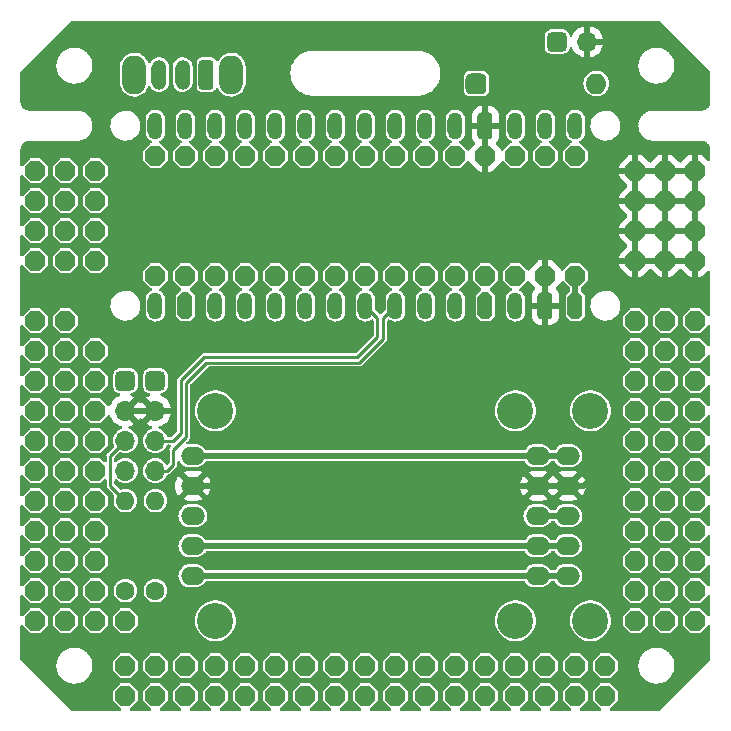
<source format=gbr>
%TF.GenerationSoftware,KiCad,Pcbnew,7.0.5-7.0.5~ubuntu22.04.1*%
%TF.CreationDate,2023-06-07T00:17:09+05:30*%
%TF.ProjectId,BagTag,42616754-6167-42e6-9b69-6361645f7063,v2*%
%TF.SameCoordinates,Original*%
%TF.FileFunction,Copper,L2,Bot*%
%TF.FilePolarity,Positive*%
%FSLAX46Y46*%
G04 Gerber Fmt 4.6, Leading zero omitted, Abs format (unit mm)*
G04 Created by KiCad (PCBNEW 7.0.5-7.0.5~ubuntu22.04.1) date 2023-06-07 00:17:09*
%MOMM*%
%LPD*%
G01*
G04 APERTURE LIST*
G04 Aperture macros list*
%AMRoundRect*
0 Rectangle with rounded corners*
0 $1 Rounding radius*
0 $2 $3 $4 $5 $6 $7 $8 $9 X,Y pos of 4 corners*
0 Add a 4 corners polygon primitive as box body*
4,1,4,$2,$3,$4,$5,$6,$7,$8,$9,$2,$3,0*
0 Add four circle primitives for the rounded corners*
1,1,$1+$1,$2,$3*
1,1,$1+$1,$4,$5*
1,1,$1+$1,$6,$7*
1,1,$1+$1,$8,$9*
0 Add four rect primitives between the rounded corners*
20,1,$1+$1,$2,$3,$4,$5,0*
20,1,$1+$1,$4,$5,$6,$7,0*
20,1,$1+$1,$6,$7,$8,$9,0*
20,1,$1+$1,$8,$9,$2,$3,0*%
%AMOutline5P*
0 Free polygon, 5 corners , with rotation*
0 The origin of the aperture is its center*
0 number of corners: always 5*
0 $1 to $10 corner X, Y*
0 $11 Rotation angle, in degrees counterclockwise*
0 create outline with 5 corners*
4,1,5,$1,$2,$3,$4,$5,$6,$7,$8,$9,$10,$1,$2,$11*%
%AMOutline6P*
0 Free polygon, 6 corners , with rotation*
0 The origin of the aperture is its center*
0 number of corners: always 6*
0 $1 to $12 corner X, Y*
0 $13 Rotation angle, in degrees counterclockwise*
0 create outline with 6 corners*
4,1,6,$1,$2,$3,$4,$5,$6,$7,$8,$9,$10,$11,$12,$1,$2,$13*%
%AMOutline7P*
0 Free polygon, 7 corners , with rotation*
0 The origin of the aperture is its center*
0 number of corners: always 7*
0 $1 to $14 corner X, Y*
0 $15 Rotation angle, in degrees counterclockwise*
0 create outline with 7 corners*
4,1,7,$1,$2,$3,$4,$5,$6,$7,$8,$9,$10,$11,$12,$13,$14,$1,$2,$15*%
%AMOutline8P*
0 Free polygon, 8 corners , with rotation*
0 The origin of the aperture is its center*
0 number of corners: always 8*
0 $1 to $16 corner X, Y*
0 $17 Rotation angle, in degrees counterclockwise*
0 create outline with 8 corners*
4,1,8,$1,$2,$3,$4,$5,$6,$7,$8,$9,$10,$11,$12,$13,$14,$15,$16,$1,$2,$17*%
G04 Aperture macros list end*
%TA.AperFunction,ComponentPad*%
%ADD10Outline8P,-0.850000X0.340000X-0.340000X0.850000X0.340000X0.850000X0.850000X0.340000X0.850000X-0.340000X0.340000X-0.850000X-0.340000X-0.850000X-0.850000X-0.340000X180.000000*%
%TD*%
%TA.AperFunction,ComponentPad*%
%ADD11Outline8P,-0.850000X0.340000X-0.340000X0.850000X0.340000X0.850000X0.850000X0.340000X0.850000X-0.340000X0.340000X-0.850000X-0.340000X-0.850000X-0.850000X-0.340000X270.000000*%
%TD*%
%TA.AperFunction,WasherPad*%
%ADD12C,3.048000*%
%TD*%
%TA.AperFunction,ComponentPad*%
%ADD13O,2.032000X1.524000*%
%TD*%
%TA.AperFunction,ComponentPad*%
%ADD14RoundRect,0.425000X-0.425000X0.425000X-0.425000X-0.425000X0.425000X-0.425000X0.425000X0.425000X0*%
%TD*%
%TA.AperFunction,ComponentPad*%
%ADD15O,1.700000X1.700000*%
%TD*%
%TA.AperFunction,ComponentPad*%
%ADD16RoundRect,0.425000X-0.425000X-0.425000X0.425000X-0.425000X0.425000X0.425000X-0.425000X0.425000X0*%
%TD*%
%TA.AperFunction,ComponentPad*%
%ADD17C,1.600000*%
%TD*%
%TA.AperFunction,ComponentPad*%
%ADD18O,1.600000X1.600000*%
%TD*%
%TA.AperFunction,ComponentPad*%
%ADD19Outline8P,-0.850000X0.340000X-0.340000X0.850000X0.340000X0.850000X0.850000X0.340000X0.850000X-0.340000X0.340000X-0.850000X-0.340000X-0.850000X-0.850000X-0.340000X0.000000*%
%TD*%
%TA.AperFunction,ComponentPad*%
%ADD20Outline8P,-1.143000X0.254000X-0.762000X0.635000X0.762000X0.635000X1.143000X0.254000X1.143000X-0.254000X0.762000X-0.635000X-0.762000X-0.635000X-1.143000X-0.254000X270.000000*%
%TD*%
%TA.AperFunction,ComponentPad*%
%ADD21O,1.270000X2.286000*%
%TD*%
%TA.AperFunction,ComponentPad*%
%ADD22RoundRect,0.317500X-0.317500X0.825500X-0.317500X-0.825500X0.317500X-0.825500X0.317500X0.825500X0*%
%TD*%
%TA.AperFunction,ComponentPad*%
%ADD23O,2.032000X3.302000*%
%TD*%
%TA.AperFunction,ComponentPad*%
%ADD24RoundRect,0.317500X-0.317500X-0.952500X0.317500X-0.952500X0.317500X0.952500X-0.317500X0.952500X0*%
%TD*%
%TA.AperFunction,ComponentPad*%
%ADD25O,1.270000X2.540000*%
%TD*%
%TA.AperFunction,ComponentPad*%
%ADD26RoundRect,0.444500X-0.444500X-0.444500X0.444500X-0.444500X0.444500X0.444500X-0.444500X0.444500X0*%
%TD*%
%TA.AperFunction,ComponentPad*%
%ADD27O,1.778000X1.778000*%
%TD*%
%TA.AperFunction,Conductor*%
%ADD28C,0.508000*%
%TD*%
%TA.AperFunction,Conductor*%
%ADD29C,0.254000*%
%TD*%
G04 APERTURE END LIST*
D10*
%TO.P,J242,1,Pin_1*%
%TO.N,/GND*%
X105410000Y-71120000D03*
%TD*%
%TO.P,J234,1,Pin_1*%
%TO.N,/GND*%
X107950000Y-63500000D03*
%TD*%
D11*
%TO.P,J155,1,Pin_1*%
%TO.N,unconnected-(J155-Pin_1-Pad1)*%
X72390000Y-107950000D03*
%TD*%
D10*
%TO.P,J189,1,Pin_1*%
%TO.N,unconnected-(J189-Pin_1-Pad1)*%
X57150000Y-91440000D03*
%TD*%
D11*
%TO.P,J175,1,Pin_1*%
%TO.N,unconnected-(J175-Pin_1-Pad1)*%
X97790000Y-107950000D03*
%TD*%
D10*
%TO.P,J225,1,Pin_1*%
%TO.N,/5V*%
X57150000Y-66040000D03*
%TD*%
%TO.P,J142,1,Pin_1*%
%TO.N,unconnected-(J142-Pin_1-Pad1)*%
X107950000Y-81280000D03*
%TD*%
%TO.P,J186,1,Pin_1*%
%TO.N,unconnected-(J186-Pin_1-Pad1)*%
X57150000Y-83820000D03*
%TD*%
%TO.P,J144,1,Pin_1*%
%TO.N,unconnected-(J144-Pin_1-Pad1)*%
X107950000Y-86360000D03*
%TD*%
D11*
%TO.P,J154,1,Pin_1*%
%TO.N,unconnected-(J154-Pin_1-Pad1)*%
X69850000Y-107950000D03*
%TD*%
D10*
%TO.P,J226,1,Pin_1*%
%TO.N,/5V*%
X52070000Y-68580000D03*
%TD*%
%TO.P,J137,1,Pin_1*%
%TO.N,unconnected-(J137-Pin_1-Pad1)*%
X105410000Y-93980000D03*
%TD*%
%TO.P,J149,1,Pin_1*%
%TO.N,unconnected-(J149-Pin_1-Pad1)*%
X107950000Y-99060000D03*
%TD*%
%TO.P,J237,1,Pin_1*%
%TO.N,/GND*%
X107950000Y-66040000D03*
%TD*%
%TO.P,J140,1,Pin_1*%
%TO.N,unconnected-(J140-Pin_1-Pad1)*%
X107950000Y-76200000D03*
%TD*%
%TO.P,J132,1,Pin_1*%
%TO.N,unconnected-(J132-Pin_1-Pad1)*%
X105410000Y-81280000D03*
%TD*%
D11*
%TO.P,J158,1,Pin_1*%
%TO.N,unconnected-(J158-Pin_1-Pad1)*%
X80010000Y-107950000D03*
%TD*%
D10*
%TO.P,J111,1,Pin_1*%
%TO.N,unconnected-(J111-Pin_1-Pad1)*%
X54610000Y-78740000D03*
%TD*%
%TO.P,J124,1,Pin_1*%
%TO.N,unconnected-(J124-Pin_1-Pad1)*%
X102870000Y-86360000D03*
%TD*%
D11*
%TO.P,J174,1,Pin_1*%
%TO.N,unconnected-(J174-Pin_1-Pad1)*%
X95250000Y-107950000D03*
%TD*%
D10*
%TO.P,J143,1,Pin_1*%
%TO.N,unconnected-(J143-Pin_1-Pad1)*%
X107950000Y-83820000D03*
%TD*%
%TO.P,J145,1,Pin_1*%
%TO.N,unconnected-(J145-Pin_1-Pad1)*%
X107950000Y-88900000D03*
%TD*%
%TO.P,J236,1,Pin_1*%
%TO.N,/GND*%
X105410000Y-66040000D03*
%TD*%
%TO.P,J232,1,Pin_1*%
%TO.N,/GND*%
X102870000Y-63500000D03*
%TD*%
%TO.P,J133,1,Pin_1*%
%TO.N,unconnected-(J133-Pin_1-Pad1)*%
X105410000Y-83820000D03*
%TD*%
%TO.P,J148,1,Pin_1*%
%TO.N,unconnected-(J148-Pin_1-Pad1)*%
X107950000Y-96520000D03*
%TD*%
D11*
%TO.P,J196,1,Pin_1*%
%TO.N,unconnected-(J196-Pin_1-Pad1)*%
X59690000Y-101600000D03*
%TD*%
%TO.P,J160,1,Pin_1*%
%TO.N,unconnected-(J160-Pin_1-Pad1)*%
X59690000Y-105410000D03*
%TD*%
D12*
%TO.P,LED2,*%
%TO.N,*%
X99060000Y-83820000D03*
X99060000Y-101600000D03*
D13*
%TO.P,LED2,CLK,CLK*%
%TO.N,/SCK*%
X97155000Y-97790000D03*
%TO.P,LED2,CS,CS*%
%TO.N,/D10*%
X97155000Y-95250000D03*
%TO.P,LED2,DIN,DIN*%
%TO.N,/DOUT*%
X97155000Y-92710000D03*
%TO.P,LED2,GND,GND*%
%TO.N,/GND*%
X97155000Y-90170000D03*
%TO.P,LED2,VCC,VCC*%
%TO.N,/5V*%
X97155000Y-87630000D03*
%TD*%
D10*
%TO.P,J233,1,Pin_1*%
%TO.N,/GND*%
X105410000Y-63500000D03*
%TD*%
%TO.P,J128,1,Pin_1*%
%TO.N,unconnected-(J128-Pin_1-Pad1)*%
X102870000Y-96520000D03*
%TD*%
D11*
%TO.P,J164,1,Pin_1*%
%TO.N,unconnected-(J164-Pin_1-Pad1)*%
X69850000Y-105410000D03*
%TD*%
D10*
%TO.P,J102,1,Pin_1*%
%TO.N,unconnected-(J102-Pin_1-Pad1)*%
X52070000Y-81280000D03*
%TD*%
%TO.P,J230,1,Pin_1*%
%TO.N,/5V*%
X54610000Y-71120000D03*
%TD*%
D11*
%TO.P,J173,1,Pin_1*%
%TO.N,unconnected-(J173-Pin_1-Pad1)*%
X92710000Y-107950000D03*
%TD*%
D10*
%TO.P,J109,1,Pin_1*%
%TO.N,unconnected-(J109-Pin_1-Pad1)*%
X52070000Y-99060000D03*
%TD*%
%TO.P,J108,1,Pin_1*%
%TO.N,unconnected-(J108-Pin_1-Pad1)*%
X52070000Y-96520000D03*
%TD*%
%TO.P,J235,1,Pin_1*%
%TO.N,/GND*%
X102870000Y-66040000D03*
%TD*%
%TO.P,J227,1,Pin_1*%
%TO.N,/5V*%
X54610000Y-68580000D03*
%TD*%
D11*
%TO.P,J165,1,Pin_1*%
%TO.N,unconnected-(J165-Pin_1-Pad1)*%
X72390000Y-105410000D03*
%TD*%
D10*
%TO.P,J134,1,Pin_1*%
%TO.N,unconnected-(J134-Pin_1-Pad1)*%
X105410000Y-86360000D03*
%TD*%
D11*
%TO.P,J194,1,Pin_1*%
%TO.N,unconnected-(J194-Pin_1-Pad1)*%
X54610000Y-101600000D03*
%TD*%
%TO.P,J169,1,Pin_1*%
%TO.N,unconnected-(J169-Pin_1-Pad1)*%
X82550000Y-105410000D03*
%TD*%
D14*
%TO.P,BT1,1,+*%
%TO.N,/9V*%
X96256000Y-52578000D03*
D15*
%TO.P,BT1,2,-*%
%TO.N,/GND*%
X98796000Y-52578000D03*
%TD*%
D11*
%TO.P,J162,1,Pin_1*%
%TO.N,unconnected-(J162-Pin_1-Pad1)*%
X64769999Y-105410000D03*
%TD*%
D10*
%TO.P,J198,1,Pin_1*%
%TO.N,unconnected-(J198-Pin_1-Pad1)*%
X105410000Y-101600000D03*
%TD*%
%TO.P,J231,1,Pin_1*%
%TO.N,/5V*%
X57150000Y-71120000D03*
%TD*%
%TO.P,J191,1,Pin_1*%
%TO.N,unconnected-(J191-Pin_1-Pad1)*%
X57150000Y-96520000D03*
%TD*%
D11*
%TO.P,J172,1,Pin_1*%
%TO.N,unconnected-(J172-Pin_1-Pad1)*%
X90169999Y-107950000D03*
%TD*%
D10*
%TO.P,J138,1,Pin_1*%
%TO.N,unconnected-(J138-Pin_1-Pad1)*%
X105410000Y-96520000D03*
%TD*%
%TO.P,J113,1,Pin_1*%
%TO.N,unconnected-(J113-Pin_1-Pad1)*%
X54610000Y-83820000D03*
%TD*%
%TO.P,J135,1,Pin_1*%
%TO.N,unconnected-(J135-Pin_1-Pad1)*%
X105410000Y-88900000D03*
%TD*%
D16*
%TO.P,J2,1,Pin_1*%
%TO.N,/5V*%
X59690000Y-81280000D03*
D15*
%TO.P,J2,2,Pin_2*%
%TO.N,/GND*%
X59690000Y-83820000D03*
%TO.P,J2,3,Pin_3*%
%TO.N,/SDA*%
X59690000Y-86360000D03*
%TO.P,J2,4,Pin_4*%
%TO.N,/SCL*%
X59690000Y-88900000D03*
%TD*%
D10*
%TO.P,J223,1,Pin_1*%
%TO.N,/5V*%
X52070000Y-66040000D03*
%TD*%
D12*
%TO.P,LED1,*%
%TO.N,*%
X67310000Y-83820000D03*
X67310000Y-101600000D03*
X92710000Y-83820000D03*
X92710000Y-101600000D03*
D13*
%TO.P,LED1,CLK,CLK*%
%TO.N,/SCK*%
X65405000Y-97790000D03*
X94615000Y-97790000D03*
%TO.P,LED1,CS,CS*%
%TO.N,/D10*%
X65405000Y-95250000D03*
X94615000Y-95250000D03*
%TO.P,LED1,DIN,DIN*%
%TO.N,/MOSI*%
X65405000Y-92710000D03*
%TO.P,LED1,DOUT,DOUT*%
%TO.N,/DOUT*%
X94615000Y-92710000D03*
%TO.P,LED1,GND,GND*%
%TO.N,/GND*%
X65405000Y-90170000D03*
X94615000Y-90170000D03*
%TO.P,LED1,VCC,VCC*%
%TO.N,/5V*%
X65405000Y-87630000D03*
X94615000Y-87630000D03*
%TD*%
D11*
%TO.P,J171,1,Pin_1*%
%TO.N,unconnected-(J171-Pin_1-Pad1)*%
X87630000Y-107950000D03*
%TD*%
D10*
%TO.P,J106,1,Pin_1*%
%TO.N,unconnected-(J106-Pin_1-Pad1)*%
X52070000Y-91440000D03*
%TD*%
D11*
%TO.P,J153,1,Pin_1*%
%TO.N,unconnected-(J153-Pin_1-Pad1)*%
X67310000Y-107950000D03*
%TD*%
D10*
%TO.P,J121,1,Pin_1*%
%TO.N,unconnected-(J121-Pin_1-Pad1)*%
X102870000Y-78740000D03*
%TD*%
%TO.P,J107,1,Pin_1*%
%TO.N,unconnected-(J107-Pin_1-Pad1)*%
X52070000Y-93980000D03*
%TD*%
D16*
%TO.P,J1,1,Pin_1*%
%TO.N,/5V*%
X62230000Y-81280000D03*
D15*
%TO.P,J1,2,Pin_2*%
%TO.N,/GND*%
X62230000Y-83820000D03*
%TO.P,J1,3,Pin_3*%
%TO.N,/SDA*%
X62230000Y-86360000D03*
%TO.P,J1,4,Pin_4*%
%TO.N,/SCL*%
X62230000Y-88900000D03*
%TD*%
D10*
%TO.P,J221,1,Pin_1*%
%TO.N,/5V*%
X54610000Y-63500000D03*
%TD*%
%TO.P,J127,1,Pin_1*%
%TO.N,unconnected-(J127-Pin_1-Pad1)*%
X102870000Y-93980000D03*
%TD*%
D11*
%TO.P,J176,1,Pin_1*%
%TO.N,unconnected-(J176-Pin_1-Pad1)*%
X85090000Y-105410000D03*
%TD*%
D10*
%TO.P,J229,1,Pin_1*%
%TO.N,/5V*%
X52070000Y-71120000D03*
%TD*%
%TO.P,J222,1,Pin_1*%
%TO.N,/5V*%
X57150000Y-63500000D03*
%TD*%
%TO.P,J192,1,Pin_1*%
%TO.N,unconnected-(J192-Pin_1-Pad1)*%
X57150000Y-99060000D03*
%TD*%
D11*
%TO.P,J178,1,Pin_1*%
%TO.N,unconnected-(J178-Pin_1-Pad1)*%
X90169999Y-105410000D03*
%TD*%
D10*
%TO.P,J125,1,Pin_1*%
%TO.N,unconnected-(J125-Pin_1-Pad1)*%
X102870000Y-88900000D03*
%TD*%
%TO.P,J117,1,Pin_1*%
%TO.N,unconnected-(J117-Pin_1-Pad1)*%
X54610000Y-93980000D03*
%TD*%
%TO.P,J100,1,Pin_1*%
%TO.N,unconnected-(J100-Pin_1-Pad1)*%
X52070000Y-76200000D03*
%TD*%
%TO.P,J184,1,Pin_1*%
%TO.N,unconnected-(J184-Pin_1-Pad1)*%
X57150000Y-78740000D03*
%TD*%
D11*
%TO.P,J170,1,Pin_1*%
%TO.N,unconnected-(J170-Pin_1-Pad1)*%
X85090000Y-107950000D03*
%TD*%
D10*
%TO.P,J110,1,Pin_1*%
%TO.N,unconnected-(J110-Pin_1-Pad1)*%
X54610000Y-76200000D03*
%TD*%
D11*
%TO.P,J151,1,Pin_1*%
%TO.N,unconnected-(J151-Pin_1-Pad1)*%
X62230000Y-107950000D03*
%TD*%
%TO.P,J167,1,Pin_1*%
%TO.N,unconnected-(J167-Pin_1-Pad1)*%
X77470001Y-105410000D03*
%TD*%
%TO.P,J193,1,Pin_1*%
%TO.N,unconnected-(J193-Pin_1-Pad1)*%
X52070000Y-101600000D03*
%TD*%
%TO.P,J157,1,Pin_1*%
%TO.N,unconnected-(J157-Pin_1-Pad1)*%
X77470001Y-107950000D03*
%TD*%
D10*
%TO.P,J123,1,Pin_1*%
%TO.N,unconnected-(J123-Pin_1-Pad1)*%
X102870000Y-83820000D03*
%TD*%
%TO.P,J187,1,Pin_1*%
%TO.N,unconnected-(J187-Pin_1-Pad1)*%
X57150000Y-86360000D03*
%TD*%
%TO.P,J182,1,Pin_1*%
%TO.N,unconnected-(J182-Pin_1-Pad1)*%
X100330000Y-105410000D03*
%TD*%
%TO.P,J220,1,Pin_1*%
%TO.N,/5V*%
X52070000Y-63500000D03*
%TD*%
D11*
%TO.P,J177,1,Pin_1*%
%TO.N,unconnected-(J177-Pin_1-Pad1)*%
X87630000Y-105410000D03*
%TD*%
D17*
%TO.P,R2,1*%
%TO.N,/5V*%
X62230000Y-99060000D03*
D18*
%TO.P,R2,2*%
%TO.N,/SCL*%
X62230000Y-91440000D03*
%TD*%
D10*
%TO.P,J243,1,Pin_1*%
%TO.N,/GND*%
X107950000Y-71120000D03*
%TD*%
%TO.P,J115,1,Pin_1*%
%TO.N,unconnected-(J115-Pin_1-Pad1)*%
X54610000Y-88900000D03*
%TD*%
%TO.P,J199,1,Pin_1*%
%TO.N,unconnected-(J199-Pin_1-Pad1)*%
X107950000Y-101600000D03*
%TD*%
%TO.P,J188,1,Pin_1*%
%TO.N,unconnected-(J188-Pin_1-Pad1)*%
X57150000Y-88900000D03*
%TD*%
%TO.P,J147,1,Pin_1*%
%TO.N,unconnected-(J147-Pin_1-Pad1)*%
X107950000Y-93980000D03*
%TD*%
D19*
%TO.P,J179,1,Pin_1*%
%TO.N,unconnected-(J179-Pin_1-Pad1)*%
X92710000Y-105410000D03*
%TD*%
D10*
%TO.P,J141,1,Pin_1*%
%TO.N,unconnected-(J141-Pin_1-Pad1)*%
X107950000Y-78740000D03*
%TD*%
D19*
%TO.P,J163,1,Pin_1*%
%TO.N,unconnected-(J163-Pin_1-Pad1)*%
X67310000Y-105410000D03*
%TD*%
D10*
%TO.P,J139,1,Pin_1*%
%TO.N,unconnected-(J139-Pin_1-Pad1)*%
X105410000Y-99060000D03*
%TD*%
%TO.P,J118,1,Pin_1*%
%TO.N,unconnected-(J118-Pin_1-Pad1)*%
X54610000Y-96520000D03*
%TD*%
%TO.P,J112,1,Pin_1*%
%TO.N,unconnected-(J112-Pin_1-Pad1)*%
X54610000Y-81280000D03*
%TD*%
%TO.P,J116,1,Pin_1*%
%TO.N,unconnected-(J116-Pin_1-Pad1)*%
X54610000Y-91440000D03*
%TD*%
%TO.P,J185,1,Pin_1*%
%TO.N,unconnected-(J185-Pin_1-Pad1)*%
X57150000Y-81280000D03*
%TD*%
%TO.P,J120,1,Pin_1*%
%TO.N,unconnected-(J120-Pin_1-Pad1)*%
X102870000Y-76200000D03*
%TD*%
D11*
%TO.P,J195,1,Pin_1*%
%TO.N,unconnected-(J195-Pin_1-Pad1)*%
X57149999Y-101600000D03*
%TD*%
%TO.P,J197,1,Pin_1*%
%TO.N,unconnected-(J197-Pin_1-Pad1)*%
X102870000Y-101600000D03*
%TD*%
D19*
%TO.P,J181,1,Pin_1*%
%TO.N,unconnected-(J181-Pin_1-Pad1)*%
X97790000Y-105410000D03*
%TD*%
D11*
%TO.P,J180,1,Pin_1*%
%TO.N,unconnected-(J180-Pin_1-Pad1)*%
X95250000Y-105410000D03*
%TD*%
D20*
%TO.P,U1,3V3,3.3V*%
%TO.N,/3V3*%
X64770000Y-74930000D03*
%TO.P,U1,5V,5V*%
%TO.N,/5V*%
X90170000Y-74930000D03*
D21*
%TO.P,U1,A0,A0*%
%TO.N,/A0*%
X69850000Y-74930000D03*
%TO.P,U1,A1,A1*%
%TO.N,/A1*%
X72390000Y-74930000D03*
%TO.P,U1,A2,A2*%
%TO.N,/A2*%
X74930000Y-74930000D03*
%TO.P,U1,A3,A3*%
%TO.N,/A3*%
X77470000Y-74930000D03*
%TO.P,U1,A4,A4/SDA*%
%TO.N,/SDA*%
X80010000Y-74930000D03*
%TO.P,U1,A5,A5/SCL*%
%TO.N,/SCL*%
X82550000Y-74930000D03*
%TO.P,U1,A6,A6*%
%TO.N,/A6*%
X85090000Y-74930000D03*
%TO.P,U1,A7,A7*%
%TO.N,/A7*%
X87630000Y-74930000D03*
%TO.P,U1,AREF,AREF*%
%TO.N,/AREF*%
X67310000Y-74930000D03*
%TO.P,U1,D0,D0/RX*%
%TO.N,/D0*%
X95250000Y-59690000D03*
%TO.P,U1,D1,D1/TX*%
%TO.N,/D1*%
X97790000Y-59690000D03*
%TO.P,U1,D2,D2_INT0*%
%TO.N,/D2*%
X87630000Y-59690000D03*
%TO.P,U1,D3,D3_INT1*%
%TO.N,/D3*%
X85090000Y-59690000D03*
%TO.P,U1,D4,D4*%
%TO.N,/D4*%
X82550000Y-59690000D03*
%TO.P,U1,D5,D5*%
%TO.N,/D5*%
X80010000Y-59690000D03*
%TO.P,U1,D6,D6*%
%TO.N,/D6*%
X77470000Y-59690000D03*
%TO.P,U1,D7,D7*%
%TO.N,/D7*%
X74930000Y-59690000D03*
%TO.P,U1,D8,D8*%
%TO.N,/D8*%
X72390000Y-59690000D03*
%TO.P,U1,D9,D9*%
%TO.N,/D9*%
X69850000Y-59690000D03*
%TO.P,U1,D10,D10*%
%TO.N,/D10*%
X67310000Y-59690000D03*
%TO.P,U1,D11,D11_MOSI*%
%TO.N,/MOSI*%
X64770000Y-59690000D03*
%TO.P,U1,D12,D12_MISO*%
%TO.N,/MISO*%
X62230000Y-59690000D03*
%TO.P,U1,D13,D13_SCK*%
%TO.N,/SCK*%
X62230000Y-74930000D03*
D22*
%TO.P,U1,GND1,GND*%
%TO.N,/GND*%
X90170000Y-59690000D03*
%TO.P,U1,GND2,GND*%
X95250000Y-74930000D03*
D21*
%TO.P,U1,RST1,RESET*%
%TO.N,/RST1*%
X92710000Y-59690000D03*
%TO.P,U1,RST2,RESET*%
X92710000Y-74930000D03*
D20*
%TO.P,U1,VIN,VIN*%
%TO.N,/VIN*%
X97790000Y-74930000D03*
%TD*%
D11*
%TO.P,J150,1,Pin_1*%
%TO.N,unconnected-(J150-Pin_1-Pad1)*%
X59690000Y-107950000D03*
%TD*%
D10*
%TO.P,J238,1,Pin_1*%
%TO.N,/GND*%
X102870000Y-68580000D03*
%TD*%
%TO.P,J122,1,Pin_1*%
%TO.N,unconnected-(J122-Pin_1-Pad1)*%
X102870000Y-81280000D03*
%TD*%
%TO.P,J183,1,Pin_1*%
%TO.N,unconnected-(J183-Pin_1-Pad1)*%
X100330000Y-107950000D03*
%TD*%
%TO.P,J126,1,Pin_1*%
%TO.N,unconnected-(J126-Pin_1-Pad1)*%
X102870000Y-91440000D03*
%TD*%
%TO.P,J103,1,Pin_1*%
%TO.N,unconnected-(J103-Pin_1-Pad1)*%
X52070000Y-83820000D03*
%TD*%
%TO.P,J131,1,Pin_1*%
%TO.N,unconnected-(J131-Pin_1-Pad1)*%
X105410000Y-78740000D03*
%TD*%
%TO.P,J136,1,Pin_1*%
%TO.N,unconnected-(J136-Pin_1-Pad1)*%
X105410000Y-91440000D03*
%TD*%
D23*
%TO.P,SW1,*%
%TO.N,*%
X68648000Y-55372000D03*
X60448000Y-55372000D03*
D24*
%TO.P,SW1,1,A*%
%TO.N,/8V3*%
X66548000Y-55372000D03*
D25*
%TO.P,SW1,2,B*%
%TO.N,/VIN*%
X64548000Y-55372000D03*
%TO.P,SW1,3*%
%TO.N,N/C*%
X62548000Y-55372000D03*
%TD*%
D10*
%TO.P,J114,1,Pin_1*%
%TO.N,unconnected-(J114-Pin_1-Pad1)*%
X54610000Y-86360000D03*
%TD*%
%TO.P,J104,1,Pin_1*%
%TO.N,unconnected-(J104-Pin_1-Pad1)*%
X52070000Y-86360000D03*
%TD*%
%TO.P,J228,1,Pin_1*%
%TO.N,/5V*%
X57150000Y-68580000D03*
%TD*%
D11*
%TO.P,J156,1,Pin_1*%
%TO.N,unconnected-(J156-Pin_1-Pad1)*%
X74930000Y-107950000D03*
%TD*%
D10*
%TO.P,J130,1,Pin_1*%
%TO.N,unconnected-(J130-Pin_1-Pad1)*%
X105410000Y-76200000D03*
%TD*%
%TO.P,J119,1,Pin_1*%
%TO.N,unconnected-(J119-Pin_1-Pad1)*%
X54610000Y-99060000D03*
%TD*%
D11*
%TO.P,J152,1,Pin_1*%
%TO.N,unconnected-(J152-Pin_1-Pad1)*%
X64769999Y-107950000D03*
%TD*%
%TO.P,J168,1,Pin_1*%
%TO.N,unconnected-(J168-Pin_1-Pad1)*%
X80010000Y-105410000D03*
%TD*%
%TO.P,J166,1,Pin_1*%
%TO.N,unconnected-(J166-Pin_1-Pad1)*%
X74930000Y-105410000D03*
%TD*%
D10*
%TO.P,J241,1,Pin_1*%
%TO.N,/GND*%
X102870000Y-71120000D03*
%TD*%
%TO.P,J239,1,Pin_1*%
%TO.N,/GND*%
X105410000Y-68580000D03*
%TD*%
%TO.P,J105,1,Pin_1*%
%TO.N,unconnected-(J105-Pin_1-Pad1)*%
X52070000Y-88900000D03*
%TD*%
%TO.P,J101,1,Pin_1*%
%TO.N,unconnected-(J101-Pin_1-Pad1)*%
X52070000Y-78740000D03*
%TD*%
%TO.P,J129,1,Pin_1*%
%TO.N,unconnected-(J129-Pin_1-Pad1)*%
X102870000Y-99060000D03*
%TD*%
D11*
%TO.P,J161,1,Pin_1*%
%TO.N,unconnected-(J161-Pin_1-Pad1)*%
X62230000Y-105410000D03*
%TD*%
D26*
%TO.P,D1,1,K*%
%TO.N,/8V3*%
X89408000Y-56134000D03*
D27*
%TO.P,D1,2,A*%
%TO.N,/9V*%
X99568000Y-56134000D03*
%TD*%
D10*
%TO.P,J224,1,Pin_1*%
%TO.N,/5V*%
X54610000Y-66040000D03*
%TD*%
D17*
%TO.P,R1,1*%
%TO.N,/5V*%
X59690000Y-99060000D03*
D18*
%TO.P,R1,2*%
%TO.N,/SDA*%
X59690000Y-91440000D03*
%TD*%
D11*
%TO.P,J159,1,Pin_1*%
%TO.N,unconnected-(J159-Pin_1-Pad1)*%
X82550000Y-107950000D03*
%TD*%
D10*
%TO.P,J190,1,Pin_1*%
%TO.N,unconnected-(J190-Pin_1-Pad1)*%
X57150000Y-93980000D03*
%TD*%
%TO.P,J240,1,Pin_1*%
%TO.N,/GND*%
X107950000Y-68580000D03*
%TD*%
%TO.P,J146,1,Pin_1*%
%TO.N,unconnected-(J146-Pin_1-Pad1)*%
X107950000Y-91440000D03*
%TD*%
D11*
%TO.P,J10,1,Pin_1*%
%TO.N,/D2*%
X87630000Y-62230000D03*
%TD*%
%TO.P,J25,1,Pin_1*%
%TO.N,/D1*%
X97790000Y-62230000D03*
%TD*%
%TO.P,J18,1,Pin_1*%
%TO.N,/D10*%
X67310000Y-62230000D03*
%TD*%
%TO.P,J35,1,Pin_1*%
%TO.N,/VIN*%
X97790000Y-72390000D03*
%TD*%
%TO.P,J32,1,Pin_1*%
%TO.N,/A1*%
X72390000Y-72390000D03*
%TD*%
%TO.P,J24,1,Pin_1*%
%TO.N,/D0*%
X95250000Y-62230000D03*
%TD*%
%TO.P,J13,1,Pin_1*%
%TO.N,/D5*%
X80010000Y-62230000D03*
%TD*%
%TO.P,J20,1,Pin_1*%
%TO.N,/MISO*%
X62230000Y-62230000D03*
%TD*%
%TO.P,J11,1,Pin_1*%
%TO.N,/D3*%
X85090000Y-62230000D03*
%TD*%
%TO.P,J22,1,Pin_1*%
%TO.N,/RST1*%
X92709999Y-62230000D03*
%TD*%
%TO.P,J39,1,Pin_1*%
%TO.N,/GND*%
X90170000Y-62230000D03*
%TD*%
%TO.P,J36,1,Pin_1*%
%TO.N,/5V*%
X90170000Y-72390000D03*
%TD*%
%TO.P,J21,1,Pin_1*%
%TO.N,/SCK*%
X62230000Y-72390000D03*
%TD*%
%TO.P,J26,1,Pin_1*%
%TO.N,/A7*%
X87630000Y-72390000D03*
%TD*%
%TO.P,J34,1,Pin_1*%
%TO.N,/AREF*%
X67310000Y-72390000D03*
%TD*%
%TO.P,J29,1,Pin_1*%
%TO.N,/SDA*%
X80010000Y-72390000D03*
%TD*%
%TO.P,J17,1,Pin_1*%
%TO.N,/D9*%
X69849999Y-62230000D03*
%TD*%
%TO.P,J12,1,Pin_1*%
%TO.N,/D4*%
X82550001Y-62230000D03*
%TD*%
%TO.P,J23,1,Pin_1*%
%TO.N,/RST1*%
X92710000Y-72389999D03*
%TD*%
%TO.P,J16,1,Pin_1*%
%TO.N,/D8*%
X72390000Y-62230000D03*
%TD*%
%TO.P,J38,1,Pin_1*%
%TO.N,/GND*%
X95250000Y-72390000D03*
%TD*%
%TO.P,J33,1,Pin_1*%
%TO.N,/A0*%
X69850000Y-72389999D03*
%TD*%
%TO.P,J27,1,Pin_1*%
%TO.N,/A6*%
X85090000Y-72390000D03*
%TD*%
%TO.P,J37,1,Pin_1*%
%TO.N,/3V3*%
X64770000Y-72390000D03*
%TD*%
%TO.P,J30,1,Pin_1*%
%TO.N,/A3*%
X77470000Y-72390000D03*
%TD*%
%TO.P,J15,1,Pin_1*%
%TO.N,/D7*%
X74930000Y-62230000D03*
%TD*%
%TO.P,J28,1,Pin_1*%
%TO.N,/SCL*%
X82550000Y-72389999D03*
%TD*%
%TO.P,J31,1,Pin_1*%
%TO.N,/A2*%
X74930000Y-72390000D03*
%TD*%
%TO.P,J14,1,Pin_1*%
%TO.N,/D6*%
X77470000Y-62230000D03*
%TD*%
%TO.P,J19,1,Pin_1*%
%TO.N,/MOSI*%
X64770000Y-62230000D03*
%TD*%
D28*
%TO.N,/GND*%
X60960000Y-82550000D02*
X62230000Y-83820000D01*
X107950000Y-66040000D02*
X107950000Y-68580000D01*
X98552000Y-90170000D02*
X97155000Y-90170000D01*
X98796000Y-54239000D02*
X98796000Y-52578000D01*
X105410000Y-71120000D02*
X105410000Y-68580000D01*
X102870000Y-63500000D02*
X102870000Y-66040000D01*
X95250000Y-74930000D02*
X95250000Y-85344000D01*
X107950000Y-71120000D02*
X105410000Y-71120000D01*
X90170000Y-59690000D02*
X90170000Y-57912000D01*
X105410000Y-68580000D02*
X107950000Y-68580000D01*
X107950000Y-63500000D02*
X107950000Y-66040000D01*
X90170000Y-59690000D02*
X90170000Y-62230000D01*
X90170000Y-62230000D02*
X90170000Y-66167000D01*
X95250000Y-68580000D02*
X95250000Y-72390000D01*
X105410000Y-66040000D02*
X102870000Y-66040000D01*
X102870000Y-68580000D02*
X95250000Y-68580000D01*
X102870000Y-63500000D02*
X105410000Y-63500000D01*
X102870000Y-68580000D02*
X105410000Y-68580000D01*
X105410000Y-71120000D02*
X102870000Y-71120000D01*
X97155000Y-90170000D02*
X94615000Y-90170000D01*
X105410000Y-63500000D02*
X107950000Y-63500000D01*
X92583000Y-68580000D02*
X95250000Y-68580000D01*
X99060000Y-86868000D02*
X99060000Y-89662000D01*
X95250000Y-85344000D02*
X96012000Y-86106000D01*
X99060000Y-89662000D02*
X98552000Y-90170000D01*
X107950000Y-66040000D02*
X105410000Y-66040000D01*
X90170000Y-66167000D02*
X92583000Y-68580000D01*
X59690000Y-83820000D02*
X60960000Y-85090000D01*
X92837000Y-55245000D02*
X97790000Y-55245000D01*
X105410000Y-68580000D02*
X105410000Y-66040000D01*
X94615000Y-90170000D02*
X65405000Y-90170000D01*
X102870000Y-71120000D02*
X102870000Y-68580000D01*
X60960000Y-85090000D02*
X62230000Y-83820000D01*
X59690000Y-83820000D02*
X60960000Y-82550000D01*
X107950000Y-68580000D02*
X107950000Y-71120000D01*
X95250000Y-72390000D02*
X95250000Y-74930000D01*
X105410000Y-66040000D02*
X105410000Y-63500000D01*
X102870000Y-66040000D02*
X102870000Y-68580000D01*
X97790000Y-55245000D02*
X98796000Y-54239000D01*
X98298000Y-86106000D02*
X99060000Y-86868000D01*
X90170000Y-57912000D02*
X92837000Y-55245000D01*
X96012000Y-86106000D02*
X98298000Y-86106000D01*
D29*
%TO.N,/SCL*%
X81534000Y-75946000D02*
X82550000Y-74930000D01*
X64846200Y-86029800D02*
X64846200Y-81457800D01*
X66548000Y-79756000D02*
X79502000Y-79756000D01*
X81534000Y-77724000D02*
X81534000Y-75946000D01*
X62230000Y-88900000D02*
X63246000Y-88900000D01*
X63754000Y-88392000D02*
X63754000Y-87122000D01*
X64846200Y-81457800D02*
X66548000Y-79756000D01*
X79502000Y-79756000D02*
X81534000Y-77724000D01*
X63754000Y-87122000D02*
X64846200Y-86029800D01*
X63246000Y-88900000D02*
X63754000Y-88392000D01*
%TO.N,/SDA*%
X66359948Y-79302000D02*
X79313948Y-79302000D01*
X81026000Y-77589948D02*
X81026000Y-75946000D01*
X79313948Y-79302000D02*
X81026000Y-77589948D01*
X64392200Y-81269747D02*
X66359948Y-79302000D01*
X63754000Y-86360000D02*
X64392200Y-85721800D01*
X58420000Y-87630000D02*
X59690000Y-86360000D01*
X62230000Y-86360000D02*
X63754000Y-86360000D01*
X58420000Y-90170000D02*
X58420000Y-87630000D01*
X81026000Y-75946000D02*
X80010000Y-74930000D01*
X59690000Y-91440000D02*
X58420000Y-90170000D01*
X64392200Y-81269747D02*
X64392200Y-85721800D01*
D28*
%TO.N,/5V*%
X97155000Y-87630000D02*
X94615000Y-87630000D01*
X65405000Y-87630000D02*
X94615000Y-87630000D01*
%TO.N,/D10*%
X97155000Y-95250000D02*
X94615000Y-95250000D01*
X94615000Y-95250000D02*
X65405000Y-95250000D01*
%TO.N,/SCK*%
X94615000Y-97790000D02*
X97155000Y-97790000D01*
X65405000Y-97790000D02*
X94615000Y-97790000D01*
%TO.N,/VIN*%
X97790000Y-74930000D02*
X97790000Y-72390000D01*
%TO.N,/DOUT*%
X97155000Y-92710000D02*
X94615000Y-92710000D01*
%TD*%
%TA.AperFunction,Conductor*%
%TO.N,/GND*%
G36*
X61770507Y-83610156D02*
G01*
X61730000Y-83748111D01*
X61730000Y-83891889D01*
X61770507Y-84029844D01*
X61796314Y-84070000D01*
X60123686Y-84070000D01*
X60149493Y-84029844D01*
X60190000Y-83891889D01*
X60190000Y-83748111D01*
X60149493Y-83610156D01*
X60123686Y-83570000D01*
X61796314Y-83570000D01*
X61770507Y-83610156D01*
G37*
%TD.AperFunction*%
%TA.AperFunction,Conductor*%
G36*
X95500000Y-74485702D02*
G01*
X95394592Y-74437565D01*
X95286334Y-74422000D01*
X95213666Y-74422000D01*
X95105408Y-74437565D01*
X95000000Y-74485702D01*
X94999999Y-72825501D01*
X95107685Y-72874680D01*
X95214237Y-72890000D01*
X95285763Y-72890000D01*
X95392315Y-72874680D01*
X95500000Y-72825501D01*
X95500000Y-74485702D01*
G37*
%TD.AperFunction*%
%TA.AperFunction,Conductor*%
G36*
X90420000Y-61794498D02*
G01*
X90312315Y-61745320D01*
X90205763Y-61730000D01*
X90134237Y-61730000D01*
X90027685Y-61745320D01*
X89920000Y-61794498D01*
X89920000Y-60134297D01*
X90025408Y-60182435D01*
X90133666Y-60198000D01*
X90206334Y-60198000D01*
X90314592Y-60182435D01*
X90419999Y-60134297D01*
X90420000Y-61794498D01*
G37*
%TD.AperFunction*%
%TA.AperFunction,Conductor*%
G36*
X104917469Y-50820185D02*
G01*
X104938111Y-50836819D01*
X109183180Y-55081888D01*
X109216665Y-55143211D01*
X109219499Y-55169569D01*
X109219500Y-57654949D01*
X109219201Y-57661031D01*
X109216022Y-57693295D01*
X109203580Y-57803721D01*
X109199020Y-57825834D01*
X109183254Y-57877807D01*
X109182444Y-57880285D01*
X109155211Y-57958116D01*
X109147528Y-57975614D01*
X109119046Y-58028902D01*
X109116862Y-58032664D01*
X109073133Y-58102257D01*
X109068559Y-58108609D01*
X109026167Y-58160264D01*
X109022078Y-58164776D01*
X108964776Y-58222078D01*
X108960264Y-58226167D01*
X108908609Y-58268559D01*
X108902257Y-58273133D01*
X108832664Y-58316862D01*
X108828902Y-58319046D01*
X108775614Y-58347528D01*
X108758116Y-58355211D01*
X108680285Y-58382444D01*
X108677806Y-58383254D01*
X108625832Y-58399020D01*
X108603720Y-58403580D01*
X108501574Y-58415090D01*
X108493334Y-58416018D01*
X108461032Y-58419200D01*
X108454950Y-58419499D01*
X104398993Y-58419499D01*
X104398733Y-58419422D01*
X104396989Y-58419499D01*
X104288723Y-58419499D01*
X104183919Y-58436987D01*
X104182641Y-58436832D01*
X104181894Y-58437033D01*
X104176054Y-58438299D01*
X104081038Y-58454155D01*
X103974576Y-58490704D01*
X103971997Y-58490820D01*
X103968719Y-58492349D01*
X103962647Y-58494799D01*
X103881901Y-58522520D01*
X103881890Y-58522525D01*
X103777312Y-58579119D01*
X103773623Y-58579906D01*
X103768943Y-58583184D01*
X103762887Y-58586925D01*
X103696730Y-58622727D01*
X103696723Y-58622731D01*
X103597833Y-58699701D01*
X103593285Y-58701495D01*
X103588135Y-58706645D01*
X103582373Y-58711734D01*
X103556891Y-58731567D01*
X103554390Y-58733414D01*
X103526336Y-58753057D01*
X103516390Y-58767455D01*
X103441354Y-58848965D01*
X103436275Y-58852017D01*
X103431434Y-58858931D01*
X103426255Y-58865368D01*
X103390535Y-58904169D01*
X103388762Y-58906018D01*
X103380072Y-58914707D01*
X103372982Y-58929892D01*
X103312410Y-59022605D01*
X103307163Y-59027082D01*
X103305114Y-59031478D01*
X103296542Y-59046892D01*
X103272795Y-59083240D01*
X103269131Y-59090010D01*
X103265390Y-59096065D01*
X103263451Y-59098833D01*
X103259206Y-59114221D01*
X103214734Y-59215607D01*
X103209712Y-59221581D01*
X103208378Y-59226561D01*
X103202159Y-59244276D01*
X103188221Y-59276052D01*
X103188217Y-59276062D01*
X103187709Y-59278070D01*
X103179888Y-59300027D01*
X103179861Y-59300082D01*
X103178331Y-59315102D01*
X103151158Y-59422403D01*
X103146757Y-59429851D01*
X103146300Y-59435078D01*
X103142979Y-59454703D01*
X103136531Y-59480166D01*
X103135707Y-59490113D01*
X103131907Y-59511956D01*
X103131737Y-59512590D01*
X103132673Y-59526730D01*
X103123534Y-59637024D01*
X103120134Y-59645833D01*
X103120585Y-59650983D01*
X103120634Y-59672024D01*
X103119145Y-59689999D01*
X103120634Y-59707973D01*
X103120585Y-59729015D01*
X103120484Y-59730167D01*
X103123533Y-59742973D01*
X103132673Y-59853267D01*
X103130620Y-59863242D01*
X103131906Y-59868040D01*
X103135707Y-59889886D01*
X103136531Y-59899831D01*
X103142979Y-59925292D01*
X103146301Y-59944925D01*
X103146436Y-59946470D01*
X103151159Y-59957596D01*
X103178331Y-60064897D01*
X103177922Y-60075759D01*
X103179888Y-60079974D01*
X103187708Y-60101927D01*
X103188216Y-60103935D01*
X103188219Y-60103942D01*
X103202160Y-60135726D01*
X103208377Y-60153438D01*
X103208845Y-60155184D01*
X103214734Y-60164392D01*
X103259205Y-60265778D01*
X103260671Y-60277193D01*
X103265385Y-60283925D01*
X103269128Y-60289983D01*
X103272799Y-60296766D01*
X103296543Y-60333109D01*
X103305115Y-60348523D01*
X103305910Y-60350229D01*
X103312406Y-60357389D01*
X103372981Y-60450105D01*
X103376480Y-60461699D01*
X103388751Y-60473970D01*
X103390525Y-60475819D01*
X103426263Y-60514640D01*
X103431442Y-60521077D01*
X103434810Y-60525888D01*
X103441354Y-60531034D01*
X103516388Y-60612542D01*
X103521994Y-60623901D01*
X103554381Y-60646578D01*
X103556882Y-60648425D01*
X103572776Y-60660796D01*
X103582374Y-60668267D01*
X103588138Y-60673357D01*
X103591786Y-60677005D01*
X103597831Y-60680297D01*
X103696720Y-60757266D01*
X103715913Y-60767652D01*
X103762891Y-60793077D01*
X103768947Y-60796818D01*
X103772275Y-60799148D01*
X103777309Y-60800878D01*
X103881897Y-60857478D01*
X103962660Y-60885204D01*
X103968736Y-60887656D01*
X103970977Y-60888701D01*
X103974574Y-60889294D01*
X104051762Y-60915793D01*
X104081042Y-60925845D01*
X104176067Y-60941702D01*
X104181917Y-60942970D01*
X104182104Y-60943020D01*
X104183917Y-60943012D01*
X104288723Y-60960501D01*
X104288724Y-60960501D01*
X104397022Y-60960501D01*
X104398679Y-60960573D01*
X104399096Y-60960501D01*
X104445854Y-60960501D01*
X104445863Y-60960500D01*
X108454952Y-60960500D01*
X108461031Y-60960799D01*
X108468641Y-60961548D01*
X108493293Y-60963976D01*
X108603730Y-60976419D01*
X108625829Y-60980977D01*
X108677823Y-60996749D01*
X108680282Y-60997553D01*
X108758132Y-61024794D01*
X108775607Y-61032467D01*
X108828933Y-61060970D01*
X108832641Y-61063123D01*
X108879486Y-61092557D01*
X108902257Y-61106865D01*
X108908608Y-61111438D01*
X108959581Y-61153271D01*
X108960264Y-61153831D01*
X108964765Y-61157910D01*
X109022087Y-61215232D01*
X109026167Y-61219734D01*
X109068559Y-61271389D01*
X109073133Y-61277741D01*
X109116862Y-61347334D01*
X109119039Y-61351085D01*
X109124244Y-61360821D01*
X109147528Y-61404384D01*
X109155211Y-61421882D01*
X109182444Y-61499713D01*
X109183254Y-61502191D01*
X109199020Y-61554164D01*
X109203580Y-61576277D01*
X109216022Y-61686703D01*
X109219201Y-61718968D01*
X109219500Y-61725050D01*
X109219500Y-62573031D01*
X109199815Y-62640070D01*
X109147011Y-62685825D01*
X109077853Y-62695769D01*
X109014297Y-62666744D01*
X109007819Y-62660712D01*
X108614610Y-62267504D01*
X108614596Y-62267492D01*
X108547758Y-62215570D01*
X108414924Y-62160549D01*
X108330941Y-62150000D01*
X108200000Y-62150000D01*
X108199999Y-63064498D01*
X108092315Y-63015320D01*
X107985763Y-63000000D01*
X107914237Y-63000000D01*
X107807685Y-63015320D01*
X107700000Y-63064498D01*
X107700000Y-62150000D01*
X107569056Y-62150000D01*
X107485074Y-62160549D01*
X107352241Y-62215570D01*
X107285403Y-62267492D01*
X107285389Y-62267504D01*
X106767681Y-62785212D01*
X106706358Y-62818697D01*
X106636666Y-62813713D01*
X106592319Y-62785212D01*
X106074610Y-62267504D01*
X106074596Y-62267492D01*
X106007758Y-62215570D01*
X105874924Y-62160549D01*
X105790941Y-62150000D01*
X105660000Y-62150000D01*
X105660000Y-63064498D01*
X105552315Y-63015320D01*
X105445763Y-63000000D01*
X105374237Y-63000000D01*
X105267685Y-63015320D01*
X105160000Y-63064498D01*
X105160000Y-62150000D01*
X105029056Y-62150000D01*
X104945074Y-62160549D01*
X104812241Y-62215570D01*
X104745403Y-62267492D01*
X104745389Y-62267504D01*
X104227680Y-62785212D01*
X104166357Y-62818697D01*
X104096665Y-62813713D01*
X104052318Y-62785212D01*
X103534609Y-62267503D01*
X103534596Y-62267492D01*
X103467758Y-62215570D01*
X103334924Y-62160549D01*
X103250941Y-62150000D01*
X103120000Y-62150000D01*
X103120000Y-63064498D01*
X103012315Y-63015320D01*
X102905763Y-63000000D01*
X102834237Y-63000000D01*
X102727685Y-63015320D01*
X102620000Y-63064498D01*
X102620000Y-62150000D01*
X102489056Y-62150000D01*
X102405074Y-62160549D01*
X102272241Y-62215570D01*
X102205403Y-62267492D01*
X102205390Y-62267503D01*
X101637503Y-62835390D01*
X101637492Y-62835403D01*
X101585570Y-62902241D01*
X101585570Y-62902242D01*
X101530549Y-63035075D01*
X101520000Y-63119058D01*
X101520000Y-63250000D01*
X102436314Y-63250000D01*
X102410507Y-63290156D01*
X102370000Y-63428111D01*
X102370000Y-63571889D01*
X102410507Y-63709844D01*
X102436314Y-63750000D01*
X101520000Y-63750000D01*
X101520000Y-63880943D01*
X101530549Y-63964925D01*
X101585570Y-64097758D01*
X101637492Y-64164596D01*
X101637504Y-64164610D01*
X102155212Y-64682319D01*
X102188697Y-64743642D01*
X102183713Y-64813334D01*
X102155212Y-64857681D01*
X101637504Y-65375389D01*
X101637492Y-65375403D01*
X101585570Y-65442241D01*
X101585570Y-65442242D01*
X101530549Y-65575075D01*
X101520000Y-65659058D01*
X101520000Y-65790000D01*
X102436314Y-65790000D01*
X102410507Y-65830156D01*
X102370000Y-65968111D01*
X102370000Y-66111889D01*
X102410507Y-66249844D01*
X102436314Y-66290000D01*
X101520000Y-66290000D01*
X101520000Y-66420943D01*
X101530549Y-66504925D01*
X101585570Y-66637758D01*
X101637492Y-66704596D01*
X101637504Y-66704610D01*
X102155212Y-67222319D01*
X102188697Y-67283642D01*
X102183713Y-67353334D01*
X102155212Y-67397681D01*
X101637504Y-67915389D01*
X101637492Y-67915403D01*
X101585570Y-67982241D01*
X101585570Y-67982242D01*
X101530549Y-68115075D01*
X101520000Y-68199058D01*
X101520000Y-68330000D01*
X102436314Y-68330000D01*
X102410507Y-68370156D01*
X102370000Y-68508111D01*
X102370000Y-68651889D01*
X102410507Y-68789844D01*
X102436314Y-68830000D01*
X101520000Y-68830000D01*
X101520000Y-68960943D01*
X101530549Y-69044925D01*
X101585570Y-69177758D01*
X101637492Y-69244596D01*
X101637504Y-69244610D01*
X102155212Y-69762319D01*
X102188697Y-69823642D01*
X102183713Y-69893334D01*
X102155212Y-69937681D01*
X101637504Y-70455389D01*
X101637492Y-70455403D01*
X101585570Y-70522241D01*
X101585570Y-70522242D01*
X101530549Y-70655075D01*
X101520000Y-70739058D01*
X101520000Y-70870000D01*
X102436314Y-70870000D01*
X102410507Y-70910156D01*
X102370000Y-71048111D01*
X102370000Y-71191889D01*
X102410507Y-71329844D01*
X102436314Y-71370000D01*
X101520000Y-71370000D01*
X101520000Y-71500943D01*
X101530549Y-71584925D01*
X101585570Y-71717758D01*
X101637492Y-71784596D01*
X101637503Y-71784609D01*
X102205390Y-72352496D01*
X102205403Y-72352507D01*
X102272241Y-72404429D01*
X102405075Y-72459450D01*
X102489058Y-72469999D01*
X102489065Y-72470000D01*
X102620000Y-72470000D01*
X102620000Y-71555501D01*
X102727685Y-71604680D01*
X102834237Y-71620000D01*
X102905763Y-71620000D01*
X103012315Y-71604680D01*
X103120000Y-71555501D01*
X103120000Y-72470000D01*
X103250942Y-72470000D01*
X103250943Y-72469999D01*
X103334925Y-72459450D01*
X103467758Y-72404429D01*
X103534596Y-72352507D01*
X103534609Y-72352496D01*
X104052318Y-71834787D01*
X104113641Y-71801302D01*
X104183332Y-71806286D01*
X104227680Y-71834787D01*
X104745389Y-72352495D01*
X104745403Y-72352507D01*
X104812241Y-72404429D01*
X104945075Y-72459450D01*
X105029058Y-72469999D01*
X105029065Y-72470000D01*
X105160000Y-72470000D01*
X105160000Y-71555501D01*
X105267685Y-71604680D01*
X105374237Y-71620000D01*
X105445763Y-71620000D01*
X105552315Y-71604680D01*
X105660000Y-71555501D01*
X105660000Y-72470000D01*
X105790942Y-72470000D01*
X105790943Y-72469999D01*
X105874925Y-72459450D01*
X106007758Y-72404429D01*
X106074596Y-72352507D01*
X106074609Y-72352496D01*
X106592319Y-71834787D01*
X106653642Y-71801302D01*
X106723334Y-71806286D01*
X106767681Y-71834787D01*
X107285390Y-72352496D01*
X107285403Y-72352507D01*
X107352241Y-72404429D01*
X107485075Y-72459450D01*
X107569058Y-72469999D01*
X107569065Y-72470000D01*
X107700000Y-72470000D01*
X107700000Y-71555501D01*
X107807685Y-71604680D01*
X107914237Y-71620000D01*
X107985763Y-71620000D01*
X108092315Y-71604680D01*
X108199999Y-71555501D01*
X108199999Y-72469999D01*
X108200000Y-72470000D01*
X108330942Y-72470000D01*
X108330943Y-72469999D01*
X108414925Y-72459450D01*
X108547758Y-72404429D01*
X108614596Y-72352507D01*
X108614609Y-72352496D01*
X109007819Y-71959287D01*
X109069142Y-71925802D01*
X109138834Y-71930786D01*
X109194767Y-71972658D01*
X109219184Y-72038122D01*
X109219500Y-72046968D01*
X109219500Y-75718160D01*
X109199815Y-75785199D01*
X109147011Y-75830954D01*
X109077853Y-75840898D01*
X109014297Y-75811873D01*
X108992398Y-75787051D01*
X108955742Y-75732192D01*
X108955739Y-75732188D01*
X108417815Y-75194264D01*
X108417808Y-75194258D01*
X108368231Y-75161132D01*
X108309751Y-75149500D01*
X108309748Y-75149500D01*
X107590248Y-75149500D01*
X107570754Y-75153377D01*
X107531766Y-75161132D01*
X107482196Y-75194254D01*
X107482188Y-75194260D01*
X106944264Y-75732184D01*
X106944258Y-75732191D01*
X106911132Y-75781768D01*
X106911132Y-75781769D01*
X106899500Y-75840247D01*
X106899500Y-75840252D01*
X106899500Y-76559752D01*
X106902135Y-76572999D01*
X106911132Y-76618233D01*
X106944254Y-76667803D01*
X106944260Y-76667811D01*
X107482184Y-77205735D01*
X107482191Y-77205741D01*
X107531768Y-77238867D01*
X107590247Y-77250499D01*
X107590250Y-77250500D01*
X107590252Y-77250500D01*
X108309751Y-77250500D01*
X108309752Y-77250500D01*
X108368232Y-77238868D01*
X108417808Y-77205742D01*
X108955740Y-76667810D01*
X108988867Y-76618231D01*
X108988867Y-76618229D01*
X108992397Y-76612947D01*
X109046009Y-76568142D01*
X109115334Y-76559434D01*
X109178362Y-76589588D01*
X109215081Y-76649031D01*
X109219500Y-76681837D01*
X109219500Y-78258160D01*
X109199815Y-78325199D01*
X109147011Y-78370954D01*
X109077853Y-78380898D01*
X109014297Y-78351873D01*
X108992398Y-78327051D01*
X108955742Y-78272192D01*
X108955739Y-78272188D01*
X108417815Y-77734264D01*
X108417808Y-77734258D01*
X108368231Y-77701132D01*
X108309751Y-77689500D01*
X108309748Y-77689500D01*
X107590248Y-77689500D01*
X107570754Y-77693377D01*
X107531766Y-77701132D01*
X107482196Y-77734254D01*
X107482188Y-77734260D01*
X106944264Y-78272184D01*
X106944258Y-78272191D01*
X106911132Y-78321768D01*
X106911132Y-78321769D01*
X106899500Y-78380247D01*
X106899500Y-78380251D01*
X106899500Y-78380252D01*
X106899500Y-79099752D01*
X106905144Y-79128126D01*
X106911132Y-79158233D01*
X106944254Y-79207803D01*
X106944260Y-79207811D01*
X107482184Y-79745735D01*
X107482191Y-79745741D01*
X107531768Y-79778867D01*
X107590247Y-79790499D01*
X107590250Y-79790500D01*
X107590252Y-79790500D01*
X108309751Y-79790500D01*
X108309752Y-79790500D01*
X108368232Y-79778868D01*
X108417808Y-79745742D01*
X108955740Y-79207810D01*
X108988867Y-79158231D01*
X108988867Y-79158229D01*
X108992397Y-79152947D01*
X109046009Y-79108142D01*
X109115334Y-79099434D01*
X109178362Y-79129588D01*
X109215081Y-79189031D01*
X109219500Y-79221837D01*
X109219500Y-80798160D01*
X109199815Y-80865199D01*
X109147011Y-80910954D01*
X109077853Y-80920898D01*
X109014297Y-80891873D01*
X108992398Y-80867051D01*
X108955742Y-80812192D01*
X108955739Y-80812188D01*
X108417815Y-80274264D01*
X108417808Y-80274258D01*
X108368231Y-80241132D01*
X108309751Y-80229500D01*
X108309748Y-80229500D01*
X107590248Y-80229500D01*
X107576216Y-80232291D01*
X107531766Y-80241132D01*
X107482196Y-80274254D01*
X107482188Y-80274260D01*
X106944264Y-80812184D01*
X106944258Y-80812191D01*
X106911132Y-80861768D01*
X106911132Y-80861769D01*
X106899500Y-80920247D01*
X106899500Y-80920252D01*
X106899500Y-81639752D01*
X106905144Y-81668126D01*
X106911132Y-81698233D01*
X106944254Y-81747803D01*
X106944260Y-81747811D01*
X107482184Y-82285735D01*
X107482191Y-82285741D01*
X107531768Y-82318867D01*
X107590247Y-82330499D01*
X107590250Y-82330500D01*
X107590252Y-82330500D01*
X108309751Y-82330500D01*
X108309752Y-82330500D01*
X108368232Y-82318868D01*
X108417808Y-82285742D01*
X108955740Y-81747810D01*
X108988867Y-81698231D01*
X108988867Y-81698229D01*
X108992397Y-81692947D01*
X109046009Y-81648142D01*
X109115334Y-81639434D01*
X109178362Y-81669588D01*
X109215081Y-81729031D01*
X109219500Y-81761837D01*
X109219500Y-83338160D01*
X109199815Y-83405199D01*
X109147011Y-83450954D01*
X109077853Y-83460898D01*
X109014297Y-83431873D01*
X108992398Y-83407051D01*
X108955742Y-83352192D01*
X108955739Y-83352188D01*
X108417815Y-82814264D01*
X108417808Y-82814258D01*
X108368231Y-82781132D01*
X108309751Y-82769500D01*
X108309748Y-82769500D01*
X107590248Y-82769500D01*
X107570754Y-82773377D01*
X107531766Y-82781132D01*
X107482196Y-82814254D01*
X107482188Y-82814260D01*
X106944264Y-83352184D01*
X106944258Y-83352191D01*
X106911132Y-83401768D01*
X106911132Y-83401769D01*
X106899500Y-83460247D01*
X106899500Y-83460251D01*
X106899500Y-83460252D01*
X106899500Y-84179752D01*
X106901677Y-84190695D01*
X106911132Y-84238233D01*
X106944254Y-84287803D01*
X106944260Y-84287811D01*
X107482184Y-84825735D01*
X107482191Y-84825741D01*
X107531768Y-84858867D01*
X107590247Y-84870499D01*
X107590250Y-84870500D01*
X107590252Y-84870500D01*
X108309751Y-84870500D01*
X108309752Y-84870500D01*
X108368232Y-84858868D01*
X108417808Y-84825742D01*
X108955740Y-84287810D01*
X108988867Y-84238231D01*
X108988867Y-84238229D01*
X108992397Y-84232947D01*
X109046009Y-84188142D01*
X109115334Y-84179434D01*
X109178362Y-84209588D01*
X109215081Y-84269031D01*
X109219500Y-84301837D01*
X109219500Y-85878160D01*
X109199815Y-85945199D01*
X109147011Y-85990954D01*
X109077853Y-86000898D01*
X109014297Y-85971873D01*
X108992398Y-85947051D01*
X108955742Y-85892192D01*
X108955739Y-85892188D01*
X108417815Y-85354264D01*
X108417808Y-85354258D01*
X108368231Y-85321132D01*
X108309751Y-85309500D01*
X108309748Y-85309500D01*
X107590248Y-85309500D01*
X107570754Y-85313377D01*
X107531766Y-85321132D01*
X107482196Y-85354254D01*
X107482188Y-85354260D01*
X106944264Y-85892184D01*
X106944258Y-85892191D01*
X106911132Y-85941768D01*
X106911132Y-85941769D01*
X106899500Y-86000247D01*
X106899500Y-86000252D01*
X106899500Y-86719752D01*
X106903714Y-86740937D01*
X106911132Y-86778233D01*
X106944254Y-86827803D01*
X106944260Y-86827811D01*
X107482184Y-87365735D01*
X107482191Y-87365741D01*
X107531768Y-87398867D01*
X107590247Y-87410499D01*
X107590250Y-87410500D01*
X107590252Y-87410500D01*
X108309751Y-87410500D01*
X108309752Y-87410500D01*
X108368232Y-87398868D01*
X108417808Y-87365742D01*
X108955740Y-86827810D01*
X108988867Y-86778231D01*
X108988867Y-86778229D01*
X108992397Y-86772947D01*
X109046009Y-86728142D01*
X109115334Y-86719434D01*
X109178362Y-86749588D01*
X109215081Y-86809031D01*
X109219500Y-86841837D01*
X109219500Y-88418160D01*
X109199815Y-88485199D01*
X109147011Y-88530954D01*
X109077853Y-88540898D01*
X109014297Y-88511873D01*
X108992398Y-88487051D01*
X108955742Y-88432192D01*
X108955739Y-88432188D01*
X108417815Y-87894264D01*
X108417808Y-87894258D01*
X108368231Y-87861132D01*
X108309751Y-87849500D01*
X108309748Y-87849500D01*
X107590248Y-87849500D01*
X107570754Y-87853377D01*
X107531766Y-87861132D01*
X107482196Y-87894254D01*
X107482188Y-87894260D01*
X106944264Y-88432184D01*
X106944258Y-88432191D01*
X106911132Y-88481768D01*
X106911132Y-88481769D01*
X106899500Y-88540247D01*
X106899500Y-88540251D01*
X106899500Y-88540252D01*
X106899500Y-89259752D01*
X106905144Y-89288126D01*
X106911132Y-89318233D01*
X106944254Y-89367803D01*
X106944260Y-89367811D01*
X107482184Y-89905735D01*
X107482191Y-89905741D01*
X107531768Y-89938867D01*
X107590247Y-89950499D01*
X107590250Y-89950500D01*
X107590252Y-89950500D01*
X108309751Y-89950500D01*
X108309752Y-89950500D01*
X108368232Y-89938868D01*
X108417808Y-89905742D01*
X108955740Y-89367810D01*
X108988867Y-89318231D01*
X108988867Y-89318229D01*
X108992397Y-89312947D01*
X109046009Y-89268142D01*
X109115334Y-89259434D01*
X109178362Y-89289588D01*
X109215081Y-89349031D01*
X109219500Y-89381837D01*
X109219500Y-90958160D01*
X109199815Y-91025199D01*
X109147011Y-91070954D01*
X109077853Y-91080898D01*
X109014297Y-91051873D01*
X108992398Y-91027051D01*
X108955742Y-90972192D01*
X108955739Y-90972188D01*
X108417815Y-90434264D01*
X108417808Y-90434258D01*
X108368231Y-90401132D01*
X108309751Y-90389500D01*
X108309748Y-90389500D01*
X107590248Y-90389500D01*
X107570754Y-90393377D01*
X107531766Y-90401132D01*
X107482196Y-90434254D01*
X107482188Y-90434260D01*
X106944264Y-90972184D01*
X106944258Y-90972191D01*
X106911132Y-91021768D01*
X106911132Y-91021769D01*
X106899500Y-91080247D01*
X106899500Y-91080252D01*
X106899500Y-91799752D01*
X106903714Y-91820937D01*
X106911132Y-91858233D01*
X106944254Y-91907803D01*
X106944260Y-91907811D01*
X107482184Y-92445735D01*
X107482191Y-92445741D01*
X107531768Y-92478867D01*
X107590247Y-92490499D01*
X107590250Y-92490500D01*
X107590252Y-92490500D01*
X108309751Y-92490500D01*
X108309752Y-92490500D01*
X108368232Y-92478868D01*
X108417808Y-92445742D01*
X108955740Y-91907810D01*
X108988867Y-91858231D01*
X108988867Y-91858229D01*
X108992397Y-91852947D01*
X109046009Y-91808142D01*
X109115334Y-91799434D01*
X109178362Y-91829588D01*
X109215081Y-91889031D01*
X109219500Y-91921837D01*
X109219500Y-93498160D01*
X109199815Y-93565199D01*
X109147011Y-93610954D01*
X109077853Y-93620898D01*
X109014297Y-93591873D01*
X108992398Y-93567051D01*
X108955742Y-93512192D01*
X108955739Y-93512188D01*
X108417815Y-92974264D01*
X108417808Y-92974258D01*
X108368231Y-92941132D01*
X108309751Y-92929500D01*
X108309748Y-92929500D01*
X107590248Y-92929500D01*
X107570754Y-92933377D01*
X107531766Y-92941132D01*
X107482196Y-92974254D01*
X107482188Y-92974260D01*
X106944264Y-93512184D01*
X106944258Y-93512191D01*
X106911132Y-93561768D01*
X106911132Y-93561769D01*
X106899500Y-93620247D01*
X106899500Y-93620251D01*
X106899500Y-93620252D01*
X106899500Y-94339752D01*
X106903714Y-94360937D01*
X106911132Y-94398233D01*
X106944254Y-94447803D01*
X106944260Y-94447811D01*
X107482184Y-94985735D01*
X107482191Y-94985741D01*
X107531768Y-95018867D01*
X107590247Y-95030499D01*
X107590250Y-95030500D01*
X107590252Y-95030500D01*
X108309751Y-95030500D01*
X108309752Y-95030500D01*
X108368232Y-95018868D01*
X108417808Y-94985742D01*
X108955740Y-94447810D01*
X108988867Y-94398231D01*
X108988867Y-94398229D01*
X108992397Y-94392947D01*
X109046009Y-94348142D01*
X109115334Y-94339434D01*
X109178362Y-94369588D01*
X109215081Y-94429031D01*
X109219500Y-94461837D01*
X109219500Y-96038160D01*
X109199815Y-96105199D01*
X109147011Y-96150954D01*
X109077853Y-96160898D01*
X109014297Y-96131873D01*
X108992398Y-96107051D01*
X108955742Y-96052192D01*
X108955739Y-96052188D01*
X108417815Y-95514264D01*
X108417808Y-95514258D01*
X108368231Y-95481132D01*
X108309751Y-95469500D01*
X108309748Y-95469500D01*
X107590248Y-95469500D01*
X107570754Y-95473377D01*
X107531766Y-95481132D01*
X107482196Y-95514254D01*
X107482188Y-95514260D01*
X106944264Y-96052184D01*
X106944258Y-96052191D01*
X106911132Y-96101768D01*
X106911132Y-96101769D01*
X106899500Y-96160247D01*
X106899500Y-96160252D01*
X106899500Y-96879752D01*
X106903714Y-96900937D01*
X106911132Y-96938233D01*
X106944254Y-96987803D01*
X106944260Y-96987811D01*
X107482184Y-97525735D01*
X107482191Y-97525741D01*
X107531768Y-97558867D01*
X107590247Y-97570499D01*
X107590250Y-97570500D01*
X107590252Y-97570500D01*
X108309751Y-97570500D01*
X108309752Y-97570500D01*
X108368232Y-97558868D01*
X108417808Y-97525742D01*
X108955740Y-96987810D01*
X108988867Y-96938231D01*
X108988867Y-96938229D01*
X108992397Y-96932947D01*
X109046009Y-96888142D01*
X109115334Y-96879434D01*
X109178362Y-96909588D01*
X109215081Y-96969031D01*
X109219500Y-97001837D01*
X109219500Y-98578160D01*
X109199815Y-98645199D01*
X109147011Y-98690954D01*
X109077853Y-98700898D01*
X109014297Y-98671873D01*
X108992398Y-98647051D01*
X108955742Y-98592192D01*
X108955739Y-98592188D01*
X108417815Y-98054264D01*
X108417808Y-98054258D01*
X108368231Y-98021132D01*
X108309751Y-98009500D01*
X108309748Y-98009500D01*
X107590248Y-98009500D01*
X107570754Y-98013377D01*
X107531766Y-98021132D01*
X107482196Y-98054254D01*
X107482188Y-98054260D01*
X106944264Y-98592184D01*
X106944258Y-98592191D01*
X106911132Y-98641768D01*
X106911132Y-98641769D01*
X106899500Y-98700247D01*
X106899500Y-98700252D01*
X106899500Y-99419752D01*
X106904468Y-99444727D01*
X106911132Y-99478233D01*
X106944254Y-99527803D01*
X106944260Y-99527811D01*
X107482184Y-100065735D01*
X107482191Y-100065741D01*
X107531768Y-100098867D01*
X107590247Y-100110499D01*
X107590250Y-100110500D01*
X107590252Y-100110500D01*
X108309751Y-100110500D01*
X108309752Y-100110500D01*
X108368232Y-100098868D01*
X108417808Y-100065742D01*
X108955740Y-99527810D01*
X108988867Y-99478231D01*
X108988867Y-99478229D01*
X108992397Y-99472947D01*
X109046009Y-99428142D01*
X109115334Y-99419434D01*
X109178362Y-99449588D01*
X109215081Y-99509031D01*
X109219500Y-99541837D01*
X109219500Y-101118160D01*
X109199815Y-101185199D01*
X109147011Y-101230954D01*
X109077853Y-101240898D01*
X109014297Y-101211873D01*
X108992398Y-101187051D01*
X108955742Y-101132192D01*
X108955739Y-101132188D01*
X108417815Y-100594264D01*
X108417808Y-100594258D01*
X108368231Y-100561132D01*
X108309751Y-100549500D01*
X108309748Y-100549500D01*
X107590248Y-100549500D01*
X107570754Y-100553377D01*
X107531766Y-100561132D01*
X107482196Y-100594254D01*
X107482188Y-100594260D01*
X106944264Y-101132184D01*
X106944258Y-101132191D01*
X106911132Y-101181768D01*
X106911132Y-101181769D01*
X106899500Y-101240247D01*
X106899500Y-101240252D01*
X106899500Y-101959752D01*
X106905144Y-101988126D01*
X106911132Y-102018233D01*
X106944254Y-102067803D01*
X106944260Y-102067811D01*
X107482184Y-102605735D01*
X107482191Y-102605741D01*
X107531768Y-102638867D01*
X107590247Y-102650499D01*
X107590250Y-102650500D01*
X107590252Y-102650500D01*
X108309751Y-102650500D01*
X108309752Y-102650500D01*
X108368232Y-102638868D01*
X108417808Y-102605742D01*
X108955740Y-102067810D01*
X108988867Y-102018231D01*
X108988867Y-102018229D01*
X108992397Y-102012947D01*
X109046009Y-101968142D01*
X109115334Y-101959434D01*
X109178362Y-101989588D01*
X109215081Y-102049031D01*
X109219500Y-102081837D01*
X109219500Y-104850430D01*
X109199815Y-104917469D01*
X109183181Y-104938111D01*
X104938111Y-109183181D01*
X104876788Y-109216666D01*
X104850430Y-109219500D01*
X100811839Y-109219500D01*
X100744800Y-109199815D01*
X100699045Y-109147011D01*
X100689101Y-109077853D01*
X100718126Y-109014297D01*
X100742949Y-108992397D01*
X100748229Y-108988868D01*
X100748232Y-108988868D01*
X100797808Y-108955742D01*
X101335740Y-108417810D01*
X101368867Y-108368231D01*
X101380500Y-108309748D01*
X101380500Y-107590248D01*
X101368868Y-107531768D01*
X101335742Y-107482192D01*
X101335741Y-107482191D01*
X101335739Y-107482188D01*
X100797815Y-106944264D01*
X100797808Y-106944258D01*
X100748231Y-106911132D01*
X100689751Y-106899500D01*
X100689748Y-106899500D01*
X99970248Y-106899500D01*
X99954844Y-106902564D01*
X99911766Y-106911132D01*
X99862196Y-106944254D01*
X99862188Y-106944260D01*
X99324264Y-107482184D01*
X99324258Y-107482191D01*
X99291132Y-107531768D01*
X99291132Y-107531769D01*
X99279500Y-107590247D01*
X99279500Y-108309750D01*
X99291132Y-108368233D01*
X99324254Y-108417803D01*
X99324260Y-108417811D01*
X99862185Y-108955736D01*
X99862188Y-108955738D01*
X99862190Y-108955740D01*
X99911769Y-108988867D01*
X99911770Y-108988867D01*
X99917053Y-108992397D01*
X99961858Y-109046009D01*
X99970566Y-109115334D01*
X99940412Y-109178362D01*
X99880969Y-109215081D01*
X99848163Y-109219500D01*
X98271839Y-109219500D01*
X98204800Y-109199815D01*
X98159045Y-109147011D01*
X98149101Y-109077853D01*
X98178126Y-109014297D01*
X98202949Y-108992397D01*
X98208229Y-108988868D01*
X98208232Y-108988868D01*
X98257808Y-108955742D01*
X98795740Y-108417810D01*
X98828867Y-108368231D01*
X98840500Y-108309748D01*
X98840500Y-107590248D01*
X98828868Y-107531768D01*
X98795742Y-107482192D01*
X98795741Y-107482191D01*
X98795739Y-107482188D01*
X98257815Y-106944264D01*
X98257808Y-106944258D01*
X98208231Y-106911132D01*
X98149751Y-106899500D01*
X98149748Y-106899500D01*
X97430248Y-106899500D01*
X97414844Y-106902564D01*
X97371766Y-106911132D01*
X97322196Y-106944254D01*
X97322188Y-106944260D01*
X96784264Y-107482184D01*
X96784258Y-107482191D01*
X96751132Y-107531768D01*
X96751132Y-107531769D01*
X96739500Y-107590247D01*
X96739500Y-108309750D01*
X96751132Y-108368233D01*
X96784254Y-108417803D01*
X96784260Y-108417811D01*
X97322185Y-108955736D01*
X97322188Y-108955738D01*
X97322190Y-108955740D01*
X97371769Y-108988867D01*
X97371770Y-108988867D01*
X97377053Y-108992397D01*
X97421858Y-109046009D01*
X97430566Y-109115334D01*
X97400412Y-109178362D01*
X97340969Y-109215081D01*
X97308163Y-109219500D01*
X95731839Y-109219500D01*
X95664800Y-109199815D01*
X95619045Y-109147011D01*
X95609101Y-109077853D01*
X95638126Y-109014297D01*
X95662949Y-108992397D01*
X95668229Y-108988868D01*
X95668232Y-108988868D01*
X95717808Y-108955742D01*
X96255740Y-108417810D01*
X96288867Y-108368231D01*
X96300500Y-108309748D01*
X96300500Y-107590248D01*
X96288868Y-107531768D01*
X96255742Y-107482192D01*
X96255741Y-107482191D01*
X96255739Y-107482188D01*
X95717815Y-106944264D01*
X95717808Y-106944258D01*
X95668231Y-106911132D01*
X95609751Y-106899500D01*
X95609748Y-106899500D01*
X94890248Y-106899500D01*
X94874844Y-106902564D01*
X94831766Y-106911132D01*
X94782196Y-106944254D01*
X94782188Y-106944260D01*
X94244264Y-107482184D01*
X94244258Y-107482191D01*
X94211132Y-107531768D01*
X94211132Y-107531769D01*
X94199500Y-107590247D01*
X94199500Y-108309750D01*
X94211132Y-108368233D01*
X94244254Y-108417803D01*
X94244260Y-108417811D01*
X94782185Y-108955736D01*
X94782188Y-108955738D01*
X94782190Y-108955740D01*
X94831769Y-108988867D01*
X94831770Y-108988867D01*
X94837053Y-108992397D01*
X94881858Y-109046009D01*
X94890566Y-109115334D01*
X94860412Y-109178362D01*
X94800969Y-109215081D01*
X94768163Y-109219500D01*
X93191839Y-109219500D01*
X93124800Y-109199815D01*
X93079045Y-109147011D01*
X93069101Y-109077853D01*
X93098126Y-109014297D01*
X93122949Y-108992397D01*
X93128229Y-108988868D01*
X93128232Y-108988868D01*
X93177808Y-108955742D01*
X93715740Y-108417810D01*
X93748867Y-108368231D01*
X93760500Y-108309748D01*
X93760500Y-107590248D01*
X93748868Y-107531768D01*
X93715742Y-107482192D01*
X93715741Y-107482191D01*
X93715739Y-107482188D01*
X93177815Y-106944264D01*
X93177808Y-106944258D01*
X93128231Y-106911132D01*
X93069751Y-106899500D01*
X93069748Y-106899500D01*
X92350248Y-106899500D01*
X92334844Y-106902564D01*
X92291766Y-106911132D01*
X92242196Y-106944254D01*
X92242188Y-106944260D01*
X91704264Y-107482184D01*
X91704258Y-107482191D01*
X91671132Y-107531768D01*
X91671132Y-107531769D01*
X91659500Y-107590247D01*
X91659500Y-108309750D01*
X91671132Y-108368233D01*
X91704254Y-108417803D01*
X91704260Y-108417811D01*
X92242185Y-108955736D01*
X92242188Y-108955738D01*
X92242190Y-108955740D01*
X92291769Y-108988867D01*
X92291770Y-108988867D01*
X92297053Y-108992397D01*
X92341858Y-109046009D01*
X92350566Y-109115334D01*
X92320412Y-109178362D01*
X92260969Y-109215081D01*
X92228163Y-109219500D01*
X90651838Y-109219500D01*
X90584799Y-109199815D01*
X90539044Y-109147011D01*
X90529100Y-109077853D01*
X90558125Y-109014297D01*
X90582948Y-108992397D01*
X90588228Y-108988868D01*
X90588231Y-108988868D01*
X90637807Y-108955742D01*
X91175739Y-108417810D01*
X91208866Y-108368231D01*
X91220499Y-108309748D01*
X91220499Y-107590248D01*
X91208867Y-107531768D01*
X91175741Y-107482192D01*
X91175740Y-107482191D01*
X91175738Y-107482188D01*
X90637814Y-106944264D01*
X90637807Y-106944258D01*
X90588230Y-106911132D01*
X90529750Y-106899500D01*
X90529747Y-106899500D01*
X89810247Y-106899500D01*
X89794843Y-106902564D01*
X89751765Y-106911132D01*
X89702195Y-106944254D01*
X89702187Y-106944260D01*
X89164263Y-107482184D01*
X89164257Y-107482191D01*
X89131131Y-107531768D01*
X89131131Y-107531769D01*
X89119499Y-107590247D01*
X89119499Y-108309750D01*
X89131131Y-108368233D01*
X89164253Y-108417803D01*
X89164259Y-108417811D01*
X89702184Y-108955736D01*
X89702187Y-108955738D01*
X89702189Y-108955740D01*
X89751768Y-108988867D01*
X89751769Y-108988867D01*
X89757052Y-108992397D01*
X89801857Y-109046009D01*
X89810565Y-109115334D01*
X89780411Y-109178362D01*
X89720968Y-109215081D01*
X89688162Y-109219500D01*
X88111839Y-109219500D01*
X88044800Y-109199815D01*
X87999045Y-109147011D01*
X87989101Y-109077853D01*
X88018126Y-109014297D01*
X88042949Y-108992397D01*
X88048229Y-108988868D01*
X88048232Y-108988868D01*
X88097808Y-108955742D01*
X88635740Y-108417810D01*
X88668867Y-108368231D01*
X88680500Y-108309748D01*
X88680500Y-107590248D01*
X88668868Y-107531768D01*
X88635742Y-107482192D01*
X88635741Y-107482191D01*
X88635739Y-107482188D01*
X88097815Y-106944264D01*
X88097808Y-106944258D01*
X88048231Y-106911132D01*
X87989751Y-106899500D01*
X87989748Y-106899500D01*
X87270248Y-106899500D01*
X87254844Y-106902564D01*
X87211766Y-106911132D01*
X87162196Y-106944254D01*
X87162188Y-106944260D01*
X86624264Y-107482184D01*
X86624258Y-107482191D01*
X86591132Y-107531768D01*
X86591132Y-107531769D01*
X86579500Y-107590247D01*
X86579500Y-108309750D01*
X86591132Y-108368233D01*
X86624254Y-108417803D01*
X86624260Y-108417811D01*
X87162185Y-108955736D01*
X87162188Y-108955738D01*
X87162190Y-108955740D01*
X87211769Y-108988867D01*
X87211770Y-108988867D01*
X87217053Y-108992397D01*
X87261858Y-109046009D01*
X87270566Y-109115334D01*
X87240412Y-109178362D01*
X87180969Y-109215081D01*
X87148163Y-109219500D01*
X85571839Y-109219500D01*
X85504800Y-109199815D01*
X85459045Y-109147011D01*
X85449101Y-109077853D01*
X85478126Y-109014297D01*
X85502949Y-108992397D01*
X85508229Y-108988868D01*
X85508232Y-108988868D01*
X85557808Y-108955742D01*
X86095740Y-108417810D01*
X86128867Y-108368231D01*
X86140500Y-108309748D01*
X86140500Y-107590248D01*
X86128868Y-107531768D01*
X86095742Y-107482192D01*
X86095741Y-107482191D01*
X86095739Y-107482188D01*
X85557815Y-106944264D01*
X85557808Y-106944258D01*
X85508231Y-106911132D01*
X85449751Y-106899500D01*
X85449748Y-106899500D01*
X84730248Y-106899500D01*
X84714844Y-106902564D01*
X84671766Y-106911132D01*
X84622196Y-106944254D01*
X84622188Y-106944260D01*
X84084264Y-107482184D01*
X84084258Y-107482191D01*
X84051132Y-107531768D01*
X84051132Y-107531769D01*
X84039500Y-107590247D01*
X84039500Y-108309750D01*
X84051132Y-108368233D01*
X84084254Y-108417803D01*
X84084260Y-108417811D01*
X84622185Y-108955736D01*
X84622188Y-108955738D01*
X84622190Y-108955740D01*
X84671769Y-108988867D01*
X84671770Y-108988867D01*
X84677053Y-108992397D01*
X84721858Y-109046009D01*
X84730566Y-109115334D01*
X84700412Y-109178362D01*
X84640969Y-109215081D01*
X84608163Y-109219500D01*
X83031839Y-109219500D01*
X82964800Y-109199815D01*
X82919045Y-109147011D01*
X82909101Y-109077853D01*
X82938126Y-109014297D01*
X82962949Y-108992397D01*
X82968229Y-108988868D01*
X82968232Y-108988868D01*
X83017808Y-108955742D01*
X83555740Y-108417810D01*
X83588867Y-108368231D01*
X83600500Y-108309748D01*
X83600500Y-107590248D01*
X83588868Y-107531768D01*
X83555742Y-107482192D01*
X83555741Y-107482191D01*
X83555739Y-107482188D01*
X83017815Y-106944264D01*
X83017808Y-106944258D01*
X82968231Y-106911132D01*
X82909751Y-106899500D01*
X82909748Y-106899500D01*
X82190248Y-106899500D01*
X82174844Y-106902564D01*
X82131766Y-106911132D01*
X82082196Y-106944254D01*
X82082188Y-106944260D01*
X81544264Y-107482184D01*
X81544258Y-107482191D01*
X81511132Y-107531768D01*
X81511132Y-107531769D01*
X81499500Y-107590247D01*
X81499500Y-108309750D01*
X81511132Y-108368233D01*
X81544254Y-108417803D01*
X81544260Y-108417811D01*
X82082185Y-108955736D01*
X82082188Y-108955738D01*
X82082190Y-108955740D01*
X82131769Y-108988867D01*
X82131770Y-108988867D01*
X82137053Y-108992397D01*
X82181858Y-109046009D01*
X82190566Y-109115334D01*
X82160412Y-109178362D01*
X82100969Y-109215081D01*
X82068163Y-109219500D01*
X80491839Y-109219500D01*
X80424800Y-109199815D01*
X80379045Y-109147011D01*
X80369101Y-109077853D01*
X80398126Y-109014297D01*
X80422949Y-108992397D01*
X80428229Y-108988868D01*
X80428232Y-108988868D01*
X80477808Y-108955742D01*
X81015740Y-108417810D01*
X81048867Y-108368231D01*
X81060500Y-108309748D01*
X81060500Y-107590248D01*
X81048868Y-107531768D01*
X81015742Y-107482192D01*
X81015741Y-107482191D01*
X81015739Y-107482188D01*
X80477815Y-106944264D01*
X80477808Y-106944258D01*
X80428231Y-106911132D01*
X80369751Y-106899500D01*
X80369748Y-106899500D01*
X79650248Y-106899500D01*
X79634844Y-106902564D01*
X79591766Y-106911132D01*
X79542196Y-106944254D01*
X79542188Y-106944260D01*
X79004264Y-107482184D01*
X79004258Y-107482191D01*
X78971132Y-107531768D01*
X78971132Y-107531769D01*
X78959500Y-107590247D01*
X78959500Y-108309750D01*
X78971132Y-108368233D01*
X79004254Y-108417803D01*
X79004260Y-108417811D01*
X79542185Y-108955736D01*
X79542188Y-108955738D01*
X79542190Y-108955740D01*
X79591769Y-108988867D01*
X79591770Y-108988867D01*
X79597053Y-108992397D01*
X79641858Y-109046009D01*
X79650566Y-109115334D01*
X79620412Y-109178362D01*
X79560969Y-109215081D01*
X79528163Y-109219500D01*
X77951840Y-109219500D01*
X77884801Y-109199815D01*
X77839046Y-109147011D01*
X77829102Y-109077853D01*
X77858127Y-109014297D01*
X77882950Y-108992397D01*
X77888230Y-108988868D01*
X77888233Y-108988868D01*
X77937809Y-108955742D01*
X78475741Y-108417810D01*
X78508868Y-108368231D01*
X78520501Y-108309748D01*
X78520501Y-107590248D01*
X78508869Y-107531768D01*
X78475743Y-107482192D01*
X78475742Y-107482191D01*
X78475740Y-107482188D01*
X77937816Y-106944264D01*
X77937809Y-106944258D01*
X77888232Y-106911132D01*
X77829752Y-106899500D01*
X77829749Y-106899500D01*
X77110249Y-106899500D01*
X77094845Y-106902564D01*
X77051767Y-106911132D01*
X77002197Y-106944254D01*
X77002189Y-106944260D01*
X76464265Y-107482184D01*
X76464259Y-107482191D01*
X76431133Y-107531768D01*
X76431133Y-107531769D01*
X76419501Y-107590247D01*
X76419501Y-108309750D01*
X76431133Y-108368233D01*
X76464255Y-108417803D01*
X76464261Y-108417811D01*
X77002186Y-108955736D01*
X77002189Y-108955738D01*
X77002191Y-108955740D01*
X77051770Y-108988867D01*
X77051771Y-108988867D01*
X77057054Y-108992397D01*
X77101859Y-109046009D01*
X77110567Y-109115334D01*
X77080413Y-109178362D01*
X77020970Y-109215081D01*
X76988164Y-109219500D01*
X75411839Y-109219500D01*
X75344800Y-109199815D01*
X75299045Y-109147011D01*
X75289101Y-109077853D01*
X75318126Y-109014297D01*
X75342949Y-108992397D01*
X75348229Y-108988868D01*
X75348232Y-108988868D01*
X75397808Y-108955742D01*
X75935740Y-108417810D01*
X75968867Y-108368231D01*
X75980500Y-108309748D01*
X75980500Y-107590248D01*
X75968868Y-107531768D01*
X75935742Y-107482192D01*
X75935741Y-107482191D01*
X75935739Y-107482188D01*
X75397815Y-106944264D01*
X75397808Y-106944258D01*
X75348231Y-106911132D01*
X75289751Y-106899500D01*
X75289748Y-106899500D01*
X74570248Y-106899500D01*
X74554844Y-106902564D01*
X74511766Y-106911132D01*
X74462196Y-106944254D01*
X74462188Y-106944260D01*
X73924264Y-107482184D01*
X73924258Y-107482191D01*
X73891132Y-107531768D01*
X73891132Y-107531769D01*
X73879500Y-107590247D01*
X73879500Y-108309750D01*
X73891132Y-108368233D01*
X73924254Y-108417803D01*
X73924260Y-108417811D01*
X74462185Y-108955736D01*
X74462188Y-108955738D01*
X74462190Y-108955740D01*
X74511769Y-108988867D01*
X74511770Y-108988867D01*
X74517053Y-108992397D01*
X74561858Y-109046009D01*
X74570566Y-109115334D01*
X74540412Y-109178362D01*
X74480969Y-109215081D01*
X74448163Y-109219500D01*
X72871839Y-109219500D01*
X72804800Y-109199815D01*
X72759045Y-109147011D01*
X72749101Y-109077853D01*
X72778126Y-109014297D01*
X72802949Y-108992397D01*
X72808229Y-108988868D01*
X72808232Y-108988868D01*
X72857808Y-108955742D01*
X73395740Y-108417810D01*
X73428867Y-108368231D01*
X73440500Y-108309748D01*
X73440500Y-107590248D01*
X73428868Y-107531768D01*
X73395742Y-107482192D01*
X73395741Y-107482191D01*
X73395739Y-107482188D01*
X72857815Y-106944264D01*
X72857808Y-106944258D01*
X72808231Y-106911132D01*
X72749751Y-106899500D01*
X72749748Y-106899500D01*
X72030248Y-106899500D01*
X72014844Y-106902564D01*
X71971766Y-106911132D01*
X71922196Y-106944254D01*
X71922188Y-106944260D01*
X71384264Y-107482184D01*
X71384258Y-107482191D01*
X71351132Y-107531768D01*
X71351132Y-107531769D01*
X71339500Y-107590247D01*
X71339500Y-108309750D01*
X71351132Y-108368233D01*
X71384254Y-108417803D01*
X71384260Y-108417811D01*
X71922185Y-108955736D01*
X71922188Y-108955738D01*
X71922190Y-108955740D01*
X71971769Y-108988867D01*
X71971770Y-108988867D01*
X71977053Y-108992397D01*
X72021858Y-109046009D01*
X72030566Y-109115334D01*
X72000412Y-109178362D01*
X71940969Y-109215081D01*
X71908163Y-109219500D01*
X70331839Y-109219500D01*
X70264800Y-109199815D01*
X70219045Y-109147011D01*
X70209101Y-109077853D01*
X70238126Y-109014297D01*
X70262949Y-108992397D01*
X70268229Y-108988868D01*
X70268232Y-108988868D01*
X70317808Y-108955742D01*
X70855740Y-108417810D01*
X70888867Y-108368231D01*
X70900500Y-108309748D01*
X70900500Y-107590248D01*
X70888868Y-107531768D01*
X70855742Y-107482192D01*
X70855741Y-107482191D01*
X70855739Y-107482188D01*
X70317815Y-106944264D01*
X70317808Y-106944258D01*
X70268231Y-106911132D01*
X70209751Y-106899500D01*
X70209748Y-106899500D01*
X69490248Y-106899500D01*
X69474844Y-106902564D01*
X69431766Y-106911132D01*
X69382196Y-106944254D01*
X69382188Y-106944260D01*
X68844264Y-107482184D01*
X68844258Y-107482191D01*
X68811132Y-107531768D01*
X68811132Y-107531769D01*
X68799500Y-107590247D01*
X68799500Y-108309750D01*
X68811132Y-108368233D01*
X68844254Y-108417803D01*
X68844260Y-108417811D01*
X69382185Y-108955736D01*
X69382188Y-108955738D01*
X69382190Y-108955740D01*
X69431769Y-108988867D01*
X69431770Y-108988867D01*
X69437053Y-108992397D01*
X69481858Y-109046009D01*
X69490566Y-109115334D01*
X69460412Y-109178362D01*
X69400969Y-109215081D01*
X69368163Y-109219500D01*
X67791839Y-109219500D01*
X67724800Y-109199815D01*
X67679045Y-109147011D01*
X67669101Y-109077853D01*
X67698126Y-109014297D01*
X67722949Y-108992397D01*
X67728229Y-108988868D01*
X67728232Y-108988868D01*
X67777808Y-108955742D01*
X68315740Y-108417810D01*
X68348867Y-108368231D01*
X68360500Y-108309748D01*
X68360500Y-107590248D01*
X68348868Y-107531768D01*
X68315742Y-107482192D01*
X68315741Y-107482191D01*
X68315739Y-107482188D01*
X67777815Y-106944264D01*
X67777808Y-106944258D01*
X67728231Y-106911132D01*
X67669751Y-106899500D01*
X67669748Y-106899500D01*
X66950248Y-106899500D01*
X66934844Y-106902564D01*
X66891766Y-106911132D01*
X66842196Y-106944254D01*
X66842188Y-106944260D01*
X66304264Y-107482184D01*
X66304258Y-107482191D01*
X66271132Y-107531768D01*
X66271132Y-107531769D01*
X66259500Y-107590247D01*
X66259500Y-108309750D01*
X66271132Y-108368233D01*
X66304254Y-108417803D01*
X66304260Y-108417811D01*
X66842185Y-108955736D01*
X66842188Y-108955738D01*
X66842190Y-108955740D01*
X66891769Y-108988867D01*
X66891770Y-108988867D01*
X66897053Y-108992397D01*
X66941858Y-109046009D01*
X66950566Y-109115334D01*
X66920412Y-109178362D01*
X66860969Y-109215081D01*
X66828163Y-109219500D01*
X65251838Y-109219500D01*
X65184799Y-109199815D01*
X65139044Y-109147011D01*
X65129100Y-109077853D01*
X65158125Y-109014297D01*
X65182948Y-108992397D01*
X65188228Y-108988868D01*
X65188231Y-108988868D01*
X65237807Y-108955742D01*
X65775739Y-108417810D01*
X65808866Y-108368231D01*
X65820499Y-108309748D01*
X65820499Y-107590248D01*
X65808867Y-107531768D01*
X65775741Y-107482192D01*
X65775740Y-107482191D01*
X65775738Y-107482188D01*
X65237814Y-106944264D01*
X65237807Y-106944258D01*
X65188230Y-106911132D01*
X65129750Y-106899500D01*
X65129747Y-106899500D01*
X64410247Y-106899500D01*
X64394843Y-106902564D01*
X64351765Y-106911132D01*
X64302195Y-106944254D01*
X64302187Y-106944260D01*
X63764263Y-107482184D01*
X63764257Y-107482191D01*
X63731131Y-107531768D01*
X63731131Y-107531769D01*
X63719499Y-107590247D01*
X63719499Y-108309750D01*
X63731131Y-108368233D01*
X63764253Y-108417803D01*
X63764259Y-108417811D01*
X64302184Y-108955736D01*
X64302187Y-108955738D01*
X64302189Y-108955740D01*
X64351768Y-108988867D01*
X64351769Y-108988867D01*
X64357052Y-108992397D01*
X64401857Y-109046009D01*
X64410565Y-109115334D01*
X64380411Y-109178362D01*
X64320968Y-109215081D01*
X64288162Y-109219500D01*
X62711839Y-109219500D01*
X62644800Y-109199815D01*
X62599045Y-109147011D01*
X62589101Y-109077853D01*
X62618126Y-109014297D01*
X62642949Y-108992397D01*
X62648229Y-108988868D01*
X62648232Y-108988868D01*
X62697808Y-108955742D01*
X63235740Y-108417810D01*
X63268867Y-108368231D01*
X63280500Y-108309748D01*
X63280500Y-107590248D01*
X63268868Y-107531768D01*
X63235742Y-107482192D01*
X63235741Y-107482191D01*
X63235739Y-107482188D01*
X62697815Y-106944264D01*
X62697808Y-106944258D01*
X62648231Y-106911132D01*
X62589751Y-106899500D01*
X62589748Y-106899500D01*
X61870248Y-106899500D01*
X61854844Y-106902564D01*
X61811766Y-106911132D01*
X61762196Y-106944254D01*
X61762188Y-106944260D01*
X61224264Y-107482184D01*
X61224258Y-107482191D01*
X61191132Y-107531768D01*
X61191132Y-107531769D01*
X61179500Y-107590247D01*
X61179500Y-108309750D01*
X61191132Y-108368233D01*
X61224254Y-108417803D01*
X61224260Y-108417811D01*
X61762185Y-108955736D01*
X61762188Y-108955738D01*
X61762190Y-108955740D01*
X61811769Y-108988867D01*
X61811770Y-108988867D01*
X61817053Y-108992397D01*
X61861858Y-109046009D01*
X61870566Y-109115334D01*
X61840412Y-109178362D01*
X61780969Y-109215081D01*
X61748163Y-109219500D01*
X60171839Y-109219500D01*
X60104800Y-109199815D01*
X60059045Y-109147011D01*
X60049101Y-109077853D01*
X60078126Y-109014297D01*
X60102949Y-108992397D01*
X60108229Y-108988868D01*
X60108232Y-108988868D01*
X60157808Y-108955742D01*
X60695740Y-108417810D01*
X60728867Y-108368231D01*
X60740500Y-108309748D01*
X60740500Y-107590248D01*
X60728868Y-107531768D01*
X60695742Y-107482192D01*
X60695741Y-107482191D01*
X60695739Y-107482188D01*
X60157815Y-106944264D01*
X60157808Y-106944258D01*
X60108231Y-106911132D01*
X60049751Y-106899500D01*
X60049748Y-106899500D01*
X59330248Y-106899500D01*
X59314844Y-106902564D01*
X59271766Y-106911132D01*
X59222196Y-106944254D01*
X59222188Y-106944260D01*
X58684264Y-107482184D01*
X58684258Y-107482191D01*
X58651132Y-107531768D01*
X58651132Y-107531769D01*
X58639500Y-107590247D01*
X58639500Y-108309750D01*
X58651132Y-108368233D01*
X58684254Y-108417803D01*
X58684260Y-108417811D01*
X59222185Y-108955736D01*
X59222188Y-108955738D01*
X59222190Y-108955740D01*
X59271769Y-108988867D01*
X59271770Y-108988867D01*
X59277053Y-108992397D01*
X59321858Y-109046009D01*
X59330566Y-109115334D01*
X59300412Y-109178362D01*
X59240969Y-109215081D01*
X59208163Y-109219500D01*
X55169569Y-109219500D01*
X55102530Y-109199815D01*
X55081888Y-109183181D01*
X51308707Y-105409999D01*
X53842786Y-105409999D01*
X53848047Y-105476849D01*
X53845695Y-105488044D01*
X53851549Y-105524067D01*
X53852160Y-105529129D01*
X53852749Y-105536588D01*
X53852942Y-105541475D01*
X53852942Y-105572466D01*
X53856599Y-105585520D01*
X53861612Y-105649219D01*
X53861612Y-105649221D01*
X53878006Y-105717506D01*
X53877377Y-105730063D01*
X53889498Y-105766370D01*
X53890976Y-105771530D01*
X53892883Y-105779473D01*
X53893794Y-105784005D01*
X53898440Y-105812595D01*
X53903447Y-105823474D01*
X53917629Y-105882550D01*
X53945726Y-105950383D01*
X53947188Y-105963985D01*
X53965678Y-105999216D01*
X53968061Y-106004303D01*
X53971711Y-106013116D01*
X53973241Y-106017212D01*
X53981647Y-106042389D01*
X53987401Y-106050995D01*
X54009460Y-106104251D01*
X54049489Y-106169571D01*
X54053343Y-106183820D01*
X54078017Y-106216656D01*
X54081313Y-106221504D01*
X54085149Y-106227762D01*
X54087414Y-106231457D01*
X54089441Y-106235027D01*
X54100429Y-106255963D01*
X54106336Y-106262336D01*
X54134837Y-106308846D01*
X54134846Y-106308858D01*
X54186676Y-106369543D01*
X54193146Y-106383983D01*
X54223574Y-106413209D01*
X54227767Y-106417654D01*
X54235000Y-106426122D01*
X54237233Y-106428737D01*
X54239652Y-106431756D01*
X54251756Y-106447864D01*
X54257249Y-106452173D01*
X54290682Y-106491318D01*
X54353820Y-106545243D01*
X54363031Y-106559351D01*
X54398511Y-106583842D01*
X54403559Y-106587724D01*
X54417587Y-106599705D01*
X54420271Y-106602136D01*
X54431752Y-106613163D01*
X54436313Y-106615698D01*
X54473148Y-106647158D01*
X54473150Y-106647159D01*
X54473151Y-106647160D01*
X54510270Y-106669906D01*
X54546696Y-106692229D01*
X54558674Y-106705468D01*
X54598336Y-106724288D01*
X54604146Y-106727434D01*
X54614910Y-106734030D01*
X54624033Y-106739622D01*
X54626857Y-106741460D01*
X54635783Y-106747621D01*
X54638991Y-106748788D01*
X54677751Y-106772540D01*
X54702690Y-106782870D01*
X54760420Y-106806783D01*
X54775082Y-106818599D01*
X54817886Y-106830997D01*
X54824365Y-106833269D01*
X54832216Y-106836521D01*
X54851610Y-106844555D01*
X54854461Y-106845821D01*
X54858643Y-106847805D01*
X54860170Y-106848100D01*
X54899444Y-106864368D01*
X54899446Y-106864369D01*
X54957746Y-106878365D01*
X54989601Y-106886013D01*
X55006760Y-106895865D01*
X55051533Y-106901302D01*
X55058538Y-106902564D01*
X55072632Y-106905947D01*
X55132778Y-106920387D01*
X55228439Y-106927915D01*
X55247801Y-106935294D01*
X55293319Y-106933460D01*
X55300676Y-106933600D01*
X55372000Y-106939214D01*
X55470898Y-106931430D01*
X55492065Y-106935877D01*
X55537049Y-106926694D01*
X55544593Y-106925631D01*
X55566670Y-106923893D01*
X55611222Y-106920387D01*
X55710846Y-106896469D01*
X55733337Y-106897594D01*
X55776534Y-106881212D01*
X55784050Y-106878894D01*
X55816895Y-106871008D01*
X55844550Y-106864370D01*
X55844551Y-106864369D01*
X55844553Y-106864369D01*
X55942216Y-106823915D01*
X55965467Y-106821415D01*
X56005660Y-106798211D01*
X56012937Y-106794622D01*
X56066249Y-106772540D01*
X56159166Y-106715599D01*
X56182560Y-106709271D01*
X56218628Y-106679822D01*
X56225440Y-106674986D01*
X56270849Y-106647160D01*
X56356196Y-106574266D01*
X56379071Y-106564016D01*
X56410015Y-106529088D01*
X56416154Y-106523058D01*
X56453318Y-106491318D01*
X56609160Y-106308849D01*
X56734540Y-106104249D01*
X56734542Y-106104245D01*
X56826369Y-105882554D01*
X56826369Y-105882553D01*
X56839410Y-105828232D01*
X56853450Y-105769750D01*
X58639500Y-105769750D01*
X58651132Y-105828233D01*
X58684254Y-105877803D01*
X58684260Y-105877811D01*
X59222184Y-106415735D01*
X59222191Y-106415741D01*
X59271768Y-106448867D01*
X59330247Y-106460499D01*
X59330250Y-106460500D01*
X59330252Y-106460500D01*
X60049751Y-106460500D01*
X60049752Y-106460500D01*
X60108232Y-106448868D01*
X60157808Y-106415742D01*
X60695740Y-105877810D01*
X60728867Y-105828231D01*
X60740500Y-105769750D01*
X61179500Y-105769750D01*
X61191132Y-105828233D01*
X61224254Y-105877803D01*
X61224260Y-105877811D01*
X61762184Y-106415735D01*
X61762191Y-106415741D01*
X61811768Y-106448867D01*
X61870247Y-106460499D01*
X61870250Y-106460500D01*
X61870252Y-106460500D01*
X62589751Y-106460500D01*
X62589752Y-106460500D01*
X62648232Y-106448868D01*
X62697808Y-106415742D01*
X63235740Y-105877810D01*
X63268867Y-105828231D01*
X63280500Y-105769750D01*
X63719499Y-105769750D01*
X63731131Y-105828233D01*
X63764253Y-105877803D01*
X63764259Y-105877811D01*
X64302183Y-106415735D01*
X64302190Y-106415741D01*
X64351767Y-106448867D01*
X64410246Y-106460499D01*
X64410249Y-106460500D01*
X64410251Y-106460500D01*
X65129750Y-106460500D01*
X65129751Y-106460500D01*
X65188231Y-106448868D01*
X65237807Y-106415742D01*
X65775739Y-105877810D01*
X65808866Y-105828231D01*
X65820499Y-105769750D01*
X66259500Y-105769750D01*
X66271132Y-105828233D01*
X66304254Y-105877803D01*
X66304260Y-105877811D01*
X66842184Y-106415735D01*
X66842191Y-106415741D01*
X66891768Y-106448867D01*
X66950247Y-106460499D01*
X66950250Y-106460500D01*
X66950252Y-106460500D01*
X67669751Y-106460500D01*
X67669752Y-106460500D01*
X67728232Y-106448868D01*
X67777808Y-106415742D01*
X68315740Y-105877810D01*
X68348867Y-105828231D01*
X68360500Y-105769750D01*
X68799500Y-105769750D01*
X68811132Y-105828233D01*
X68844254Y-105877803D01*
X68844260Y-105877811D01*
X69382184Y-106415735D01*
X69382191Y-106415741D01*
X69431768Y-106448867D01*
X69490247Y-106460499D01*
X69490250Y-106460500D01*
X69490252Y-106460500D01*
X70209751Y-106460500D01*
X70209752Y-106460500D01*
X70268232Y-106448868D01*
X70317808Y-106415742D01*
X70855740Y-105877810D01*
X70888867Y-105828231D01*
X70900500Y-105769750D01*
X71339500Y-105769750D01*
X71351132Y-105828233D01*
X71384254Y-105877803D01*
X71384260Y-105877811D01*
X71922184Y-106415735D01*
X71922191Y-106415741D01*
X71971768Y-106448867D01*
X72030247Y-106460499D01*
X72030250Y-106460500D01*
X72030252Y-106460500D01*
X72749751Y-106460500D01*
X72749752Y-106460500D01*
X72808232Y-106448868D01*
X72857808Y-106415742D01*
X73395740Y-105877810D01*
X73428867Y-105828231D01*
X73440500Y-105769750D01*
X73879500Y-105769750D01*
X73891132Y-105828233D01*
X73924254Y-105877803D01*
X73924260Y-105877811D01*
X74462184Y-106415735D01*
X74462191Y-106415741D01*
X74511768Y-106448867D01*
X74570247Y-106460499D01*
X74570250Y-106460500D01*
X74570252Y-106460500D01*
X75289751Y-106460500D01*
X75289752Y-106460500D01*
X75348232Y-106448868D01*
X75397808Y-106415742D01*
X75935740Y-105877810D01*
X75968867Y-105828231D01*
X75980500Y-105769750D01*
X76419501Y-105769750D01*
X76431133Y-105828233D01*
X76464255Y-105877803D01*
X76464261Y-105877811D01*
X77002185Y-106415735D01*
X77002192Y-106415741D01*
X77051769Y-106448867D01*
X77110248Y-106460499D01*
X77110251Y-106460500D01*
X77110253Y-106460500D01*
X77829752Y-106460500D01*
X77829753Y-106460500D01*
X77888233Y-106448868D01*
X77937809Y-106415742D01*
X78475741Y-105877810D01*
X78508868Y-105828231D01*
X78520501Y-105769750D01*
X78959500Y-105769750D01*
X78971132Y-105828233D01*
X79004254Y-105877803D01*
X79004260Y-105877811D01*
X79542184Y-106415735D01*
X79542191Y-106415741D01*
X79591768Y-106448867D01*
X79650247Y-106460499D01*
X79650250Y-106460500D01*
X79650252Y-106460500D01*
X80369751Y-106460500D01*
X80369752Y-106460500D01*
X80428232Y-106448868D01*
X80477808Y-106415742D01*
X81015740Y-105877810D01*
X81048867Y-105828231D01*
X81060500Y-105769750D01*
X81499500Y-105769750D01*
X81511132Y-105828233D01*
X81544254Y-105877803D01*
X81544260Y-105877811D01*
X82082184Y-106415735D01*
X82082191Y-106415741D01*
X82131768Y-106448867D01*
X82190247Y-106460499D01*
X82190250Y-106460500D01*
X82190252Y-106460500D01*
X82909751Y-106460500D01*
X82909752Y-106460500D01*
X82968232Y-106448868D01*
X83017808Y-106415742D01*
X83555740Y-105877810D01*
X83588867Y-105828231D01*
X83600500Y-105769750D01*
X84039500Y-105769750D01*
X84051132Y-105828233D01*
X84084254Y-105877803D01*
X84084260Y-105877811D01*
X84622184Y-106415735D01*
X84622191Y-106415741D01*
X84671768Y-106448867D01*
X84730247Y-106460499D01*
X84730250Y-106460500D01*
X84730252Y-106460500D01*
X85449751Y-106460500D01*
X85449752Y-106460500D01*
X85508232Y-106448868D01*
X85557808Y-106415742D01*
X86095740Y-105877810D01*
X86128867Y-105828231D01*
X86140500Y-105769750D01*
X86579500Y-105769750D01*
X86591132Y-105828233D01*
X86624254Y-105877803D01*
X86624260Y-105877811D01*
X87162184Y-106415735D01*
X87162191Y-106415741D01*
X87211768Y-106448867D01*
X87270247Y-106460499D01*
X87270250Y-106460500D01*
X87270252Y-106460500D01*
X87989751Y-106460500D01*
X87989752Y-106460500D01*
X88048232Y-106448868D01*
X88097808Y-106415742D01*
X88635740Y-105877810D01*
X88668867Y-105828231D01*
X88680500Y-105769750D01*
X89119499Y-105769750D01*
X89131131Y-105828233D01*
X89164253Y-105877803D01*
X89164259Y-105877811D01*
X89702183Y-106415735D01*
X89702190Y-106415741D01*
X89751767Y-106448867D01*
X89810246Y-106460499D01*
X89810249Y-106460500D01*
X89810251Y-106460500D01*
X90529750Y-106460500D01*
X90529751Y-106460500D01*
X90588231Y-106448868D01*
X90637807Y-106415742D01*
X91175739Y-105877810D01*
X91208866Y-105828231D01*
X91220499Y-105769750D01*
X91659500Y-105769750D01*
X91671132Y-105828233D01*
X91704254Y-105877803D01*
X91704260Y-105877811D01*
X92242184Y-106415735D01*
X92242191Y-106415741D01*
X92291768Y-106448867D01*
X92350247Y-106460499D01*
X92350250Y-106460500D01*
X92350252Y-106460500D01*
X93069751Y-106460500D01*
X93069752Y-106460500D01*
X93128232Y-106448868D01*
X93177808Y-106415742D01*
X93715740Y-105877810D01*
X93748867Y-105828231D01*
X93760500Y-105769750D01*
X94199500Y-105769750D01*
X94211132Y-105828233D01*
X94244254Y-105877803D01*
X94244260Y-105877811D01*
X94782184Y-106415735D01*
X94782191Y-106415741D01*
X94831768Y-106448867D01*
X94890247Y-106460499D01*
X94890250Y-106460500D01*
X94890252Y-106460500D01*
X95609751Y-106460500D01*
X95609752Y-106460500D01*
X95668232Y-106448868D01*
X95717808Y-106415742D01*
X96255740Y-105877810D01*
X96288867Y-105828231D01*
X96300500Y-105769750D01*
X96739500Y-105769750D01*
X96751132Y-105828233D01*
X96784254Y-105877803D01*
X96784260Y-105877811D01*
X97322184Y-106415735D01*
X97322191Y-106415741D01*
X97371768Y-106448867D01*
X97430247Y-106460499D01*
X97430250Y-106460500D01*
X97430252Y-106460500D01*
X98149751Y-106460500D01*
X98149752Y-106460500D01*
X98208232Y-106448868D01*
X98257808Y-106415742D01*
X98795740Y-105877810D01*
X98828867Y-105828231D01*
X98840500Y-105769750D01*
X99279500Y-105769750D01*
X99291132Y-105828233D01*
X99324254Y-105877803D01*
X99324260Y-105877811D01*
X99862184Y-106415735D01*
X99862191Y-106415741D01*
X99911768Y-106448867D01*
X99970247Y-106460499D01*
X99970250Y-106460500D01*
X99970252Y-106460500D01*
X100689751Y-106460500D01*
X100689752Y-106460500D01*
X100748232Y-106448868D01*
X100797808Y-106415742D01*
X101335740Y-105877810D01*
X101368867Y-105828231D01*
X101380500Y-105769748D01*
X101380500Y-105409999D01*
X103118786Y-105409999D01*
X103124047Y-105476849D01*
X103121695Y-105488044D01*
X103127549Y-105524067D01*
X103128160Y-105529129D01*
X103128749Y-105536588D01*
X103128942Y-105541475D01*
X103128942Y-105572466D01*
X103132599Y-105585520D01*
X103137612Y-105649219D01*
X103137612Y-105649221D01*
X103154006Y-105717506D01*
X103153377Y-105730063D01*
X103165498Y-105766370D01*
X103166976Y-105771530D01*
X103168883Y-105779473D01*
X103169794Y-105784005D01*
X103174440Y-105812595D01*
X103179447Y-105823474D01*
X103193629Y-105882550D01*
X103221726Y-105950383D01*
X103223188Y-105963985D01*
X103241678Y-105999216D01*
X103244061Y-106004303D01*
X103247711Y-106013116D01*
X103249241Y-106017212D01*
X103257647Y-106042389D01*
X103263401Y-106050995D01*
X103285460Y-106104251D01*
X103325489Y-106169571D01*
X103329343Y-106183820D01*
X103354017Y-106216656D01*
X103357313Y-106221504D01*
X103361149Y-106227762D01*
X103363414Y-106231457D01*
X103365441Y-106235027D01*
X103376429Y-106255963D01*
X103382336Y-106262336D01*
X103410837Y-106308846D01*
X103410846Y-106308858D01*
X103462676Y-106369543D01*
X103469146Y-106383983D01*
X103499574Y-106413209D01*
X103503767Y-106417654D01*
X103511000Y-106426122D01*
X103513233Y-106428737D01*
X103515652Y-106431756D01*
X103527756Y-106447864D01*
X103533249Y-106452173D01*
X103566682Y-106491318D01*
X103629820Y-106545243D01*
X103639031Y-106559351D01*
X103674511Y-106583842D01*
X103679559Y-106587724D01*
X103693587Y-106599705D01*
X103696271Y-106602136D01*
X103707752Y-106613163D01*
X103712313Y-106615698D01*
X103749148Y-106647158D01*
X103749150Y-106647159D01*
X103749151Y-106647160D01*
X103786270Y-106669906D01*
X103822696Y-106692229D01*
X103834674Y-106705468D01*
X103874336Y-106724288D01*
X103880146Y-106727434D01*
X103890910Y-106734030D01*
X103900033Y-106739622D01*
X103902857Y-106741460D01*
X103911783Y-106747621D01*
X103914991Y-106748788D01*
X103953751Y-106772540D01*
X103978690Y-106782870D01*
X104036420Y-106806783D01*
X104051082Y-106818599D01*
X104093886Y-106830997D01*
X104100365Y-106833269D01*
X104108216Y-106836521D01*
X104127610Y-106844555D01*
X104130461Y-106845821D01*
X104134643Y-106847805D01*
X104136170Y-106848100D01*
X104175444Y-106864368D01*
X104175446Y-106864369D01*
X104233746Y-106878365D01*
X104265601Y-106886013D01*
X104282760Y-106895865D01*
X104327533Y-106901302D01*
X104334538Y-106902564D01*
X104348632Y-106905947D01*
X104408778Y-106920387D01*
X104504439Y-106927915D01*
X104523801Y-106935294D01*
X104569319Y-106933460D01*
X104576676Y-106933600D01*
X104648000Y-106939214D01*
X104746898Y-106931430D01*
X104768065Y-106935877D01*
X104813049Y-106926694D01*
X104820593Y-106925631D01*
X104842670Y-106923893D01*
X104887222Y-106920387D01*
X104986846Y-106896469D01*
X105009337Y-106897594D01*
X105052534Y-106881212D01*
X105060050Y-106878894D01*
X105092895Y-106871008D01*
X105120550Y-106864370D01*
X105120551Y-106864369D01*
X105120553Y-106864369D01*
X105218216Y-106823915D01*
X105241467Y-106821415D01*
X105281660Y-106798211D01*
X105288937Y-106794622D01*
X105342249Y-106772540D01*
X105435166Y-106715599D01*
X105458560Y-106709271D01*
X105494628Y-106679822D01*
X105501440Y-106674986D01*
X105546849Y-106647160D01*
X105632196Y-106574266D01*
X105655071Y-106564016D01*
X105686015Y-106529088D01*
X105692154Y-106523058D01*
X105729318Y-106491318D01*
X105885160Y-106308849D01*
X106010540Y-106104249D01*
X106010542Y-106104245D01*
X106102369Y-105882554D01*
X106102369Y-105882553D01*
X106115410Y-105828232D01*
X106158387Y-105649222D01*
X106177214Y-105410000D01*
X106158387Y-105170778D01*
X106102793Y-104939213D01*
X106102369Y-104937446D01*
X106102369Y-104937445D01*
X106010542Y-104715754D01*
X106010540Y-104715751D01*
X105885162Y-104511153D01*
X105885158Y-104511148D01*
X105796027Y-104406789D01*
X105729318Y-104328682D01*
X105692169Y-104296954D01*
X105686020Y-104290915D01*
X105660702Y-104262337D01*
X105632199Y-104245734D01*
X105546858Y-104172846D01*
X105546851Y-104172841D01*
X105501460Y-104145025D01*
X105494636Y-104140181D01*
X105464919Y-104115918D01*
X105435165Y-104104399D01*
X105342249Y-104047459D01*
X105288946Y-104025381D01*
X105281665Y-104021790D01*
X105248321Y-104002539D01*
X105218218Y-103996084D01*
X105120554Y-103955631D01*
X105060062Y-103941107D01*
X105052543Y-103938789D01*
X105016463Y-103925105D01*
X104986848Y-103923530D01*
X104887220Y-103899612D01*
X104820602Y-103894369D01*
X104813059Y-103893306D01*
X104775236Y-103885584D01*
X104746899Y-103888569D01*
X104662838Y-103881953D01*
X104648000Y-103880786D01*
X104647999Y-103880786D01*
X104576695Y-103886397D01*
X104569329Y-103886538D01*
X104530806Y-103884985D01*
X104504441Y-103892084D01*
X104408780Y-103899612D01*
X104408775Y-103899613D01*
X104370655Y-103908764D01*
X104370646Y-103908767D01*
X104334555Y-103917432D01*
X104327549Y-103918694D01*
X104289403Y-103923326D01*
X104265603Y-103933986D01*
X104175449Y-103955629D01*
X104136166Y-103971901D01*
X104134996Y-103972026D01*
X104130450Y-103974184D01*
X104127597Y-103975450D01*
X104100378Y-103986724D01*
X104093898Y-103988997D01*
X104057199Y-103999627D01*
X104036424Y-104013215D01*
X103953750Y-104047460D01*
X103914992Y-104071211D01*
X103912498Y-104071885D01*
X103902856Y-104078541D01*
X103900028Y-104080382D01*
X103880161Y-104092555D01*
X103874344Y-104095705D01*
X103840127Y-104111941D01*
X103822698Y-104127769D01*
X103749148Y-104172841D01*
X103749142Y-104172846D01*
X103712311Y-104204302D01*
X103708711Y-104205914D01*
X103696270Y-104217864D01*
X103693589Y-104220293D01*
X103679564Y-104232272D01*
X103674514Y-104236155D01*
X103643712Y-104257416D01*
X103629822Y-104274755D01*
X103566681Y-104328682D01*
X103533248Y-104367827D01*
X103528825Y-104370713D01*
X103515650Y-104388246D01*
X103513232Y-104391263D01*
X103503775Y-104402336D01*
X103499575Y-104406789D01*
X103473000Y-104432314D01*
X103462678Y-104450455D01*
X103410840Y-104511149D01*
X103410838Y-104511152D01*
X103382335Y-104557664D01*
X103377456Y-104562077D01*
X103365437Y-104584977D01*
X103363403Y-104588559D01*
X103357325Y-104598478D01*
X103354025Y-104603332D01*
X103332338Y-104632191D01*
X103325490Y-104650427D01*
X103285459Y-104715750D01*
X103263402Y-104769002D01*
X103258481Y-104775107D01*
X103249238Y-104802795D01*
X103247707Y-104806894D01*
X103244061Y-104815693D01*
X103241681Y-104820775D01*
X103225335Y-104851920D01*
X103221727Y-104869616D01*
X103193629Y-104937450D01*
X103179447Y-104996525D01*
X103174930Y-105004391D01*
X103169793Y-105036000D01*
X103168881Y-105040534D01*
X103166975Y-105048471D01*
X103165498Y-105053626D01*
X103154720Y-105085911D01*
X103154006Y-105102492D01*
X103137612Y-105170778D01*
X103137612Y-105170779D01*
X103132599Y-105234479D01*
X103128942Y-105244073D01*
X103128942Y-105278526D01*
X103128749Y-105283396D01*
X103128598Y-105285317D01*
X103128159Y-105290874D01*
X103127549Y-105295932D01*
X103122314Y-105328149D01*
X103124047Y-105343149D01*
X103118786Y-105409999D01*
X101380500Y-105409999D01*
X101380500Y-105050248D01*
X101368868Y-104991768D01*
X101335742Y-104942192D01*
X101335741Y-104942191D01*
X101335739Y-104942188D01*
X100797815Y-104404264D01*
X100797808Y-104404258D01*
X100748231Y-104371132D01*
X100689751Y-104359500D01*
X100689748Y-104359500D01*
X99970248Y-104359500D01*
X99950754Y-104363377D01*
X99911766Y-104371132D01*
X99862196Y-104404254D01*
X99862188Y-104404260D01*
X99324264Y-104942184D01*
X99324258Y-104942191D01*
X99291132Y-104991768D01*
X99291132Y-104991769D01*
X99279500Y-105050247D01*
X99279500Y-105769750D01*
X98840500Y-105769750D01*
X98840500Y-105769748D01*
X98840500Y-105050248D01*
X98828868Y-104991768D01*
X98795742Y-104942192D01*
X98795741Y-104942191D01*
X98795739Y-104942188D01*
X98257815Y-104404264D01*
X98257808Y-104404258D01*
X98208231Y-104371132D01*
X98149751Y-104359500D01*
X98149748Y-104359500D01*
X97430248Y-104359500D01*
X97410754Y-104363377D01*
X97371766Y-104371132D01*
X97322196Y-104404254D01*
X97322188Y-104404260D01*
X96784264Y-104942184D01*
X96784258Y-104942191D01*
X96751132Y-104991768D01*
X96751132Y-104991769D01*
X96739500Y-105050247D01*
X96739500Y-105769750D01*
X96300500Y-105769750D01*
X96300500Y-105769748D01*
X96300500Y-105050248D01*
X96288868Y-104991768D01*
X96255742Y-104942192D01*
X96255741Y-104942191D01*
X96255739Y-104942188D01*
X95717815Y-104404264D01*
X95717808Y-104404258D01*
X95668231Y-104371132D01*
X95609751Y-104359500D01*
X95609748Y-104359500D01*
X94890248Y-104359500D01*
X94870754Y-104363377D01*
X94831766Y-104371132D01*
X94782196Y-104404254D01*
X94782188Y-104404260D01*
X94244264Y-104942184D01*
X94244258Y-104942191D01*
X94211132Y-104991768D01*
X94211132Y-104991769D01*
X94199500Y-105050247D01*
X94199500Y-105769750D01*
X93760500Y-105769750D01*
X93760500Y-105769748D01*
X93760500Y-105050248D01*
X93748868Y-104991768D01*
X93715742Y-104942192D01*
X93715741Y-104942191D01*
X93715739Y-104942188D01*
X93177815Y-104404264D01*
X93177808Y-104404258D01*
X93128231Y-104371132D01*
X93069751Y-104359500D01*
X93069748Y-104359500D01*
X92350248Y-104359500D01*
X92330754Y-104363377D01*
X92291766Y-104371132D01*
X92242196Y-104404254D01*
X92242188Y-104404260D01*
X91704264Y-104942184D01*
X91704258Y-104942191D01*
X91671132Y-104991768D01*
X91671132Y-104991769D01*
X91659500Y-105050247D01*
X91659500Y-105769750D01*
X91220499Y-105769750D01*
X91220499Y-105769748D01*
X91220499Y-105050248D01*
X91208867Y-104991768D01*
X91175741Y-104942192D01*
X91175740Y-104942191D01*
X91175738Y-104942188D01*
X90637814Y-104404264D01*
X90637807Y-104404258D01*
X90588230Y-104371132D01*
X90529750Y-104359500D01*
X90529747Y-104359500D01*
X89810247Y-104359500D01*
X89790753Y-104363377D01*
X89751765Y-104371132D01*
X89702195Y-104404254D01*
X89702187Y-104404260D01*
X89164263Y-104942184D01*
X89164257Y-104942191D01*
X89131131Y-104991768D01*
X89131131Y-104991769D01*
X89119499Y-105050247D01*
X89119499Y-105769750D01*
X88680500Y-105769750D01*
X88680500Y-105769748D01*
X88680500Y-105050248D01*
X88668868Y-104991768D01*
X88635742Y-104942192D01*
X88635741Y-104942191D01*
X88635739Y-104942188D01*
X88097815Y-104404264D01*
X88097808Y-104404258D01*
X88048231Y-104371132D01*
X87989751Y-104359500D01*
X87989748Y-104359500D01*
X87270248Y-104359500D01*
X87250754Y-104363377D01*
X87211766Y-104371132D01*
X87162196Y-104404254D01*
X87162188Y-104404260D01*
X86624264Y-104942184D01*
X86624258Y-104942191D01*
X86591132Y-104991768D01*
X86591132Y-104991769D01*
X86579500Y-105050247D01*
X86579500Y-105769750D01*
X86140500Y-105769750D01*
X86140500Y-105769748D01*
X86140500Y-105050248D01*
X86128868Y-104991768D01*
X86095742Y-104942192D01*
X86095741Y-104942191D01*
X86095739Y-104942188D01*
X85557815Y-104404264D01*
X85557808Y-104404258D01*
X85508231Y-104371132D01*
X85449751Y-104359500D01*
X85449748Y-104359500D01*
X84730248Y-104359500D01*
X84710754Y-104363377D01*
X84671766Y-104371132D01*
X84622196Y-104404254D01*
X84622188Y-104404260D01*
X84084264Y-104942184D01*
X84084258Y-104942191D01*
X84051132Y-104991768D01*
X84051132Y-104991769D01*
X84039500Y-105050247D01*
X84039500Y-105769750D01*
X83600500Y-105769750D01*
X83600500Y-105769748D01*
X83600500Y-105050248D01*
X83588868Y-104991768D01*
X83555742Y-104942192D01*
X83555741Y-104942191D01*
X83555739Y-104942188D01*
X83017815Y-104404264D01*
X83017808Y-104404258D01*
X82968231Y-104371132D01*
X82909751Y-104359500D01*
X82909748Y-104359500D01*
X82190248Y-104359500D01*
X82170754Y-104363377D01*
X82131766Y-104371132D01*
X82082196Y-104404254D01*
X82082188Y-104404260D01*
X81544264Y-104942184D01*
X81544258Y-104942191D01*
X81511132Y-104991768D01*
X81511132Y-104991769D01*
X81499500Y-105050247D01*
X81499500Y-105769750D01*
X81060500Y-105769750D01*
X81060500Y-105769748D01*
X81060500Y-105050248D01*
X81048868Y-104991768D01*
X81015742Y-104942192D01*
X81015741Y-104942191D01*
X81015739Y-104942188D01*
X80477815Y-104404264D01*
X80477808Y-104404258D01*
X80428231Y-104371132D01*
X80369751Y-104359500D01*
X80369748Y-104359500D01*
X79650248Y-104359500D01*
X79630754Y-104363377D01*
X79591766Y-104371132D01*
X79542196Y-104404254D01*
X79542188Y-104404260D01*
X79004264Y-104942184D01*
X79004258Y-104942191D01*
X78971132Y-104991768D01*
X78971132Y-104991769D01*
X78959500Y-105050247D01*
X78959500Y-105769750D01*
X78520501Y-105769750D01*
X78520501Y-105769748D01*
X78520501Y-105050248D01*
X78508869Y-104991768D01*
X78475743Y-104942192D01*
X78475742Y-104942191D01*
X78475740Y-104942188D01*
X77937816Y-104404264D01*
X77937809Y-104404258D01*
X77888232Y-104371132D01*
X77829752Y-104359500D01*
X77829749Y-104359500D01*
X77110249Y-104359500D01*
X77090755Y-104363377D01*
X77051767Y-104371132D01*
X77002197Y-104404254D01*
X77002189Y-104404260D01*
X76464265Y-104942184D01*
X76464259Y-104942191D01*
X76431133Y-104991768D01*
X76431133Y-104991769D01*
X76419501Y-105050247D01*
X76419501Y-105769750D01*
X75980500Y-105769750D01*
X75980500Y-105769748D01*
X75980500Y-105050248D01*
X75968868Y-104991768D01*
X75935742Y-104942192D01*
X75935741Y-104942191D01*
X75935739Y-104942188D01*
X75397815Y-104404264D01*
X75397808Y-104404258D01*
X75348231Y-104371132D01*
X75289751Y-104359500D01*
X75289748Y-104359500D01*
X74570248Y-104359500D01*
X74550754Y-104363377D01*
X74511766Y-104371132D01*
X74462196Y-104404254D01*
X74462188Y-104404260D01*
X73924264Y-104942184D01*
X73924258Y-104942191D01*
X73891132Y-104991768D01*
X73891132Y-104991769D01*
X73879500Y-105050247D01*
X73879500Y-105769750D01*
X73440500Y-105769750D01*
X73440500Y-105769748D01*
X73440500Y-105050248D01*
X73428868Y-104991768D01*
X73395742Y-104942192D01*
X73395741Y-104942191D01*
X73395739Y-104942188D01*
X72857815Y-104404264D01*
X72857808Y-104404258D01*
X72808231Y-104371132D01*
X72749751Y-104359500D01*
X72749748Y-104359500D01*
X72030248Y-104359500D01*
X72010754Y-104363377D01*
X71971766Y-104371132D01*
X71922196Y-104404254D01*
X71922188Y-104404260D01*
X71384264Y-104942184D01*
X71384258Y-104942191D01*
X71351132Y-104991768D01*
X71351132Y-104991769D01*
X71339500Y-105050247D01*
X71339500Y-105769750D01*
X70900500Y-105769750D01*
X70900500Y-105769748D01*
X70900500Y-105050248D01*
X70888868Y-104991768D01*
X70855742Y-104942192D01*
X70855741Y-104942191D01*
X70855739Y-104942188D01*
X70317815Y-104404264D01*
X70317808Y-104404258D01*
X70268231Y-104371132D01*
X70209751Y-104359500D01*
X70209748Y-104359500D01*
X69490248Y-104359500D01*
X69470754Y-104363377D01*
X69431766Y-104371132D01*
X69382196Y-104404254D01*
X69382188Y-104404260D01*
X68844264Y-104942184D01*
X68844258Y-104942191D01*
X68811132Y-104991768D01*
X68811132Y-104991769D01*
X68799500Y-105050247D01*
X68799500Y-105769750D01*
X68360500Y-105769750D01*
X68360500Y-105769748D01*
X68360500Y-105050248D01*
X68348868Y-104991768D01*
X68315742Y-104942192D01*
X68315741Y-104942191D01*
X68315739Y-104942188D01*
X67777815Y-104404264D01*
X67777808Y-104404258D01*
X67728231Y-104371132D01*
X67669751Y-104359500D01*
X67669748Y-104359500D01*
X66950248Y-104359500D01*
X66930754Y-104363377D01*
X66891766Y-104371132D01*
X66842196Y-104404254D01*
X66842188Y-104404260D01*
X66304264Y-104942184D01*
X66304258Y-104942191D01*
X66271132Y-104991768D01*
X66271132Y-104991769D01*
X66259500Y-105050247D01*
X66259500Y-105769750D01*
X65820499Y-105769750D01*
X65820499Y-105769748D01*
X65820499Y-105050248D01*
X65808867Y-104991768D01*
X65775741Y-104942192D01*
X65775740Y-104942191D01*
X65775738Y-104942188D01*
X65237814Y-104404264D01*
X65237807Y-104404258D01*
X65188230Y-104371132D01*
X65129750Y-104359500D01*
X65129747Y-104359500D01*
X64410247Y-104359500D01*
X64390753Y-104363377D01*
X64351765Y-104371132D01*
X64302195Y-104404254D01*
X64302187Y-104404260D01*
X63764263Y-104942184D01*
X63764257Y-104942191D01*
X63731131Y-104991768D01*
X63731131Y-104991769D01*
X63719499Y-105050247D01*
X63719499Y-105769750D01*
X63280500Y-105769750D01*
X63280500Y-105769748D01*
X63280500Y-105050248D01*
X63268868Y-104991768D01*
X63235742Y-104942192D01*
X63235741Y-104942191D01*
X63235739Y-104942188D01*
X62697815Y-104404264D01*
X62697808Y-104404258D01*
X62648231Y-104371132D01*
X62589751Y-104359500D01*
X62589748Y-104359500D01*
X61870248Y-104359500D01*
X61850754Y-104363377D01*
X61811766Y-104371132D01*
X61762196Y-104404254D01*
X61762188Y-104404260D01*
X61224264Y-104942184D01*
X61224258Y-104942191D01*
X61191132Y-104991768D01*
X61191132Y-104991769D01*
X61179500Y-105050247D01*
X61179500Y-105769750D01*
X60740500Y-105769750D01*
X60740500Y-105769748D01*
X60740500Y-105050248D01*
X60728868Y-104991768D01*
X60695742Y-104942192D01*
X60695741Y-104942191D01*
X60695739Y-104942188D01*
X60157815Y-104404264D01*
X60157808Y-104404258D01*
X60108231Y-104371132D01*
X60049751Y-104359500D01*
X60049748Y-104359500D01*
X59330248Y-104359500D01*
X59310754Y-104363377D01*
X59271766Y-104371132D01*
X59222196Y-104404254D01*
X59222188Y-104404260D01*
X58684264Y-104942184D01*
X58684258Y-104942191D01*
X58651132Y-104991768D01*
X58651132Y-104991769D01*
X58639500Y-105050247D01*
X58639500Y-105769750D01*
X56853450Y-105769750D01*
X56882387Y-105649222D01*
X56901214Y-105410000D01*
X56882387Y-105170778D01*
X56826793Y-104939213D01*
X56826369Y-104937446D01*
X56826369Y-104937445D01*
X56734542Y-104715754D01*
X56734540Y-104715751D01*
X56609162Y-104511153D01*
X56609158Y-104511148D01*
X56520027Y-104406789D01*
X56453318Y-104328682D01*
X56416169Y-104296954D01*
X56410020Y-104290915D01*
X56384702Y-104262337D01*
X56356199Y-104245734D01*
X56270858Y-104172846D01*
X56270851Y-104172841D01*
X56225460Y-104145025D01*
X56218636Y-104140181D01*
X56188919Y-104115918D01*
X56159165Y-104104399D01*
X56066249Y-104047459D01*
X56012946Y-104025381D01*
X56005665Y-104021790D01*
X55972321Y-104002539D01*
X55942218Y-103996084D01*
X55844554Y-103955631D01*
X55784062Y-103941107D01*
X55776543Y-103938789D01*
X55740463Y-103925105D01*
X55710848Y-103923530D01*
X55611220Y-103899612D01*
X55544602Y-103894369D01*
X55537059Y-103893306D01*
X55499236Y-103885584D01*
X55470899Y-103888569D01*
X55386838Y-103881953D01*
X55372000Y-103880786D01*
X55371999Y-103880786D01*
X55300695Y-103886397D01*
X55293329Y-103886538D01*
X55254806Y-103884985D01*
X55228441Y-103892084D01*
X55132780Y-103899612D01*
X55132775Y-103899613D01*
X55094655Y-103908764D01*
X55094646Y-103908767D01*
X55058555Y-103917432D01*
X55051549Y-103918694D01*
X55013403Y-103923326D01*
X54989603Y-103933986D01*
X54899449Y-103955629D01*
X54860166Y-103971901D01*
X54858996Y-103972026D01*
X54854450Y-103974184D01*
X54851597Y-103975450D01*
X54824378Y-103986724D01*
X54817898Y-103988997D01*
X54781199Y-103999627D01*
X54760424Y-104013215D01*
X54677750Y-104047460D01*
X54638992Y-104071211D01*
X54636498Y-104071885D01*
X54626856Y-104078541D01*
X54624028Y-104080382D01*
X54604161Y-104092555D01*
X54598344Y-104095705D01*
X54564127Y-104111941D01*
X54546698Y-104127769D01*
X54473148Y-104172841D01*
X54473142Y-104172846D01*
X54436311Y-104204302D01*
X54432711Y-104205914D01*
X54420270Y-104217864D01*
X54417589Y-104220293D01*
X54403564Y-104232272D01*
X54398514Y-104236155D01*
X54367712Y-104257416D01*
X54353822Y-104274755D01*
X54290681Y-104328682D01*
X54257248Y-104367827D01*
X54252825Y-104370713D01*
X54239650Y-104388246D01*
X54237232Y-104391263D01*
X54227775Y-104402336D01*
X54223575Y-104406789D01*
X54197000Y-104432314D01*
X54186678Y-104450455D01*
X54134840Y-104511149D01*
X54134838Y-104511152D01*
X54106335Y-104557664D01*
X54101456Y-104562077D01*
X54089437Y-104584977D01*
X54087403Y-104588559D01*
X54081325Y-104598478D01*
X54078025Y-104603332D01*
X54056338Y-104632191D01*
X54049490Y-104650427D01*
X54009459Y-104715750D01*
X53987402Y-104769002D01*
X53982481Y-104775107D01*
X53973238Y-104802795D01*
X53971707Y-104806894D01*
X53968061Y-104815693D01*
X53965681Y-104820775D01*
X53949335Y-104851920D01*
X53945727Y-104869616D01*
X53917629Y-104937450D01*
X53903447Y-104996525D01*
X53898930Y-105004391D01*
X53893793Y-105036000D01*
X53892881Y-105040534D01*
X53890975Y-105048471D01*
X53889498Y-105053626D01*
X53878720Y-105085911D01*
X53878006Y-105102492D01*
X53861612Y-105170778D01*
X53861612Y-105170779D01*
X53856599Y-105234479D01*
X53852941Y-105244073D01*
X53852942Y-105278526D01*
X53852749Y-105283396D01*
X53852598Y-105285317D01*
X53852159Y-105290874D01*
X53851549Y-105295932D01*
X53846314Y-105328149D01*
X53848047Y-105343149D01*
X53842786Y-105409999D01*
X51308707Y-105409999D01*
X50836819Y-104938111D01*
X50803334Y-104876788D01*
X50800500Y-104850430D01*
X50800500Y-102081839D01*
X50820185Y-102014800D01*
X50872989Y-101969045D01*
X50942147Y-101959101D01*
X51005703Y-101988126D01*
X51027603Y-102012949D01*
X51031131Y-102018230D01*
X51031132Y-102018232D01*
X51055220Y-102054282D01*
X51064259Y-102067810D01*
X51602184Y-102605735D01*
X51602191Y-102605741D01*
X51651768Y-102638867D01*
X51710247Y-102650499D01*
X51710250Y-102650500D01*
X51710252Y-102650500D01*
X52429751Y-102650500D01*
X52429752Y-102650500D01*
X52488232Y-102638868D01*
X52537808Y-102605742D01*
X53075740Y-102067810D01*
X53108867Y-102018231D01*
X53120499Y-101959752D01*
X53559500Y-101959752D01*
X53565144Y-101988126D01*
X53571132Y-102018233D01*
X53604254Y-102067803D01*
X53604260Y-102067811D01*
X54142184Y-102605735D01*
X54142191Y-102605741D01*
X54191768Y-102638867D01*
X54250247Y-102650499D01*
X54250250Y-102650500D01*
X54250252Y-102650500D01*
X54969751Y-102650500D01*
X54969752Y-102650500D01*
X55028232Y-102638868D01*
X55077808Y-102605742D01*
X55615740Y-102067810D01*
X55648867Y-102018231D01*
X55660499Y-101959752D01*
X56099499Y-101959752D01*
X56105143Y-101988126D01*
X56111131Y-102018233D01*
X56144253Y-102067803D01*
X56144259Y-102067811D01*
X56682183Y-102605735D01*
X56682190Y-102605741D01*
X56731767Y-102638867D01*
X56790246Y-102650499D01*
X56790249Y-102650500D01*
X56790251Y-102650500D01*
X57509750Y-102650500D01*
X57509751Y-102650500D01*
X57568231Y-102638868D01*
X57617807Y-102605742D01*
X58155739Y-102067810D01*
X58188866Y-102018231D01*
X58200498Y-101959752D01*
X58639500Y-101959752D01*
X58645144Y-101988126D01*
X58651132Y-102018233D01*
X58684254Y-102067803D01*
X58684260Y-102067811D01*
X59222184Y-102605735D01*
X59222191Y-102605741D01*
X59271768Y-102638867D01*
X59330247Y-102650499D01*
X59330250Y-102650500D01*
X59330252Y-102650500D01*
X60049751Y-102650500D01*
X60049752Y-102650500D01*
X60108232Y-102638868D01*
X60157808Y-102605742D01*
X60695740Y-102067810D01*
X60728867Y-102018231D01*
X60740500Y-101959748D01*
X60740500Y-101600004D01*
X65580664Y-101600004D01*
X65599977Y-101857734D01*
X65599978Y-101857739D01*
X65657490Y-102109717D01*
X65657492Y-102109726D01*
X65657494Y-102109731D01*
X65751922Y-102350331D01*
X65881156Y-102574170D01*
X66011316Y-102737386D01*
X66042310Y-102776251D01*
X66221168Y-102942206D01*
X66231777Y-102952049D01*
X66445332Y-103097649D01*
X66445337Y-103097651D01*
X66445338Y-103097652D01*
X66445339Y-103097653D01*
X66569016Y-103157211D01*
X66678199Y-103209791D01*
X66678200Y-103209791D01*
X66678203Y-103209793D01*
X66925187Y-103285978D01*
X66925188Y-103285978D01*
X66925191Y-103285979D01*
X67180759Y-103324499D01*
X67180764Y-103324499D01*
X67180767Y-103324500D01*
X67180768Y-103324500D01*
X67439232Y-103324500D01*
X67439233Y-103324500D01*
X67439240Y-103324499D01*
X67694808Y-103285979D01*
X67694809Y-103285978D01*
X67694813Y-103285978D01*
X67941797Y-103209793D01*
X68174668Y-103097649D01*
X68388223Y-102952049D01*
X68577693Y-102776247D01*
X68738844Y-102574170D01*
X68868078Y-102350331D01*
X68962506Y-102109731D01*
X69020021Y-101857744D01*
X69039336Y-101600004D01*
X90980664Y-101600004D01*
X90999977Y-101857734D01*
X90999978Y-101857739D01*
X91057490Y-102109717D01*
X91057492Y-102109726D01*
X91057494Y-102109731D01*
X91151922Y-102350331D01*
X91281156Y-102574170D01*
X91411316Y-102737386D01*
X91442310Y-102776251D01*
X91621168Y-102942206D01*
X91631777Y-102952049D01*
X91845332Y-103097649D01*
X91845337Y-103097651D01*
X91845338Y-103097652D01*
X91845339Y-103097653D01*
X91969016Y-103157211D01*
X92078199Y-103209791D01*
X92078200Y-103209791D01*
X92078203Y-103209793D01*
X92325187Y-103285978D01*
X92325188Y-103285978D01*
X92325191Y-103285979D01*
X92580759Y-103324499D01*
X92580764Y-103324499D01*
X92580767Y-103324500D01*
X92580768Y-103324500D01*
X92839232Y-103324500D01*
X92839233Y-103324500D01*
X92839240Y-103324499D01*
X93094808Y-103285979D01*
X93094809Y-103285978D01*
X93094813Y-103285978D01*
X93341797Y-103209793D01*
X93574668Y-103097649D01*
X93788223Y-102952049D01*
X93977693Y-102776247D01*
X94138844Y-102574170D01*
X94268078Y-102350331D01*
X94362506Y-102109731D01*
X94420021Y-101857744D01*
X94439336Y-101600004D01*
X97330664Y-101600004D01*
X97349977Y-101857734D01*
X97349978Y-101857739D01*
X97407490Y-102109717D01*
X97407492Y-102109726D01*
X97407494Y-102109731D01*
X97501922Y-102350331D01*
X97631156Y-102574170D01*
X97761316Y-102737386D01*
X97792310Y-102776251D01*
X97971168Y-102942206D01*
X97981777Y-102952049D01*
X98195332Y-103097649D01*
X98195337Y-103097651D01*
X98195338Y-103097652D01*
X98195339Y-103097653D01*
X98319016Y-103157211D01*
X98428199Y-103209791D01*
X98428200Y-103209791D01*
X98428203Y-103209793D01*
X98675187Y-103285978D01*
X98675188Y-103285978D01*
X98675191Y-103285979D01*
X98930759Y-103324499D01*
X98930764Y-103324499D01*
X98930767Y-103324500D01*
X98930768Y-103324500D01*
X99189232Y-103324500D01*
X99189233Y-103324500D01*
X99189240Y-103324499D01*
X99444808Y-103285979D01*
X99444809Y-103285978D01*
X99444813Y-103285978D01*
X99691797Y-103209793D01*
X99924668Y-103097649D01*
X100138223Y-102952049D01*
X100327693Y-102776247D01*
X100488844Y-102574170D01*
X100618078Y-102350331D01*
X100712506Y-102109731D01*
X100746738Y-101959752D01*
X101819500Y-101959752D01*
X101825144Y-101988126D01*
X101831132Y-102018233D01*
X101864254Y-102067803D01*
X101864260Y-102067811D01*
X102402184Y-102605735D01*
X102402191Y-102605741D01*
X102451768Y-102638867D01*
X102510247Y-102650499D01*
X102510250Y-102650500D01*
X102510252Y-102650500D01*
X103229751Y-102650500D01*
X103229752Y-102650500D01*
X103288232Y-102638868D01*
X103337808Y-102605742D01*
X103875740Y-102067810D01*
X103908867Y-102018231D01*
X103920499Y-101959752D01*
X104359500Y-101959752D01*
X104365144Y-101988126D01*
X104371132Y-102018233D01*
X104404254Y-102067803D01*
X104404260Y-102067811D01*
X104942184Y-102605735D01*
X104942191Y-102605741D01*
X104991768Y-102638867D01*
X105050247Y-102650499D01*
X105050250Y-102650500D01*
X105050252Y-102650500D01*
X105769751Y-102650500D01*
X105769752Y-102650500D01*
X105828232Y-102638868D01*
X105877808Y-102605742D01*
X106415740Y-102067810D01*
X106448867Y-102018231D01*
X106460500Y-101959748D01*
X106460500Y-101240248D01*
X106448868Y-101181768D01*
X106415742Y-101132192D01*
X106415741Y-101132191D01*
X106415739Y-101132188D01*
X105877815Y-100594264D01*
X105877808Y-100594258D01*
X105828231Y-100561132D01*
X105769751Y-100549500D01*
X105769748Y-100549500D01*
X105050248Y-100549500D01*
X105030754Y-100553377D01*
X104991766Y-100561132D01*
X104942196Y-100594254D01*
X104942188Y-100594260D01*
X104404264Y-101132184D01*
X104404258Y-101132191D01*
X104371132Y-101181768D01*
X104371132Y-101181769D01*
X104359500Y-101240247D01*
X104359500Y-101240251D01*
X104359500Y-101240252D01*
X104359500Y-101959752D01*
X103920499Y-101959752D01*
X103920500Y-101959748D01*
X103920500Y-101240248D01*
X103908868Y-101181768D01*
X103875742Y-101132192D01*
X103875741Y-101132191D01*
X103875739Y-101132188D01*
X103337815Y-100594264D01*
X103337808Y-100594258D01*
X103288231Y-100561132D01*
X103229751Y-100549500D01*
X103229748Y-100549500D01*
X102510248Y-100549500D01*
X102490754Y-100553377D01*
X102451766Y-100561132D01*
X102402196Y-100594254D01*
X102402188Y-100594260D01*
X101864264Y-101132184D01*
X101864258Y-101132191D01*
X101831132Y-101181768D01*
X101831132Y-101181769D01*
X101819500Y-101240247D01*
X101819500Y-101240252D01*
X101819500Y-101959752D01*
X100746738Y-101959752D01*
X100770021Y-101857744D01*
X100789336Y-101600000D01*
X100770021Y-101342256D01*
X100712506Y-101090269D01*
X100618078Y-100849669D01*
X100488844Y-100625830D01*
X100327693Y-100423753D01*
X100327692Y-100423752D01*
X100327689Y-100423748D01*
X100138223Y-100247951D01*
X100138222Y-100247951D01*
X99924668Y-100102351D01*
X99924664Y-100102349D01*
X99924661Y-100102347D01*
X99924660Y-100102346D01*
X99691799Y-99990208D01*
X99691801Y-99990208D01*
X99444814Y-99914022D01*
X99444808Y-99914020D01*
X99189240Y-99875500D01*
X99189233Y-99875500D01*
X98930767Y-99875500D01*
X98930759Y-99875500D01*
X98675191Y-99914020D01*
X98675185Y-99914022D01*
X98428199Y-99990208D01*
X98195339Y-100102346D01*
X98195338Y-100102347D01*
X97981776Y-100247951D01*
X97792310Y-100423748D01*
X97631156Y-100625830D01*
X97501922Y-100849668D01*
X97407496Y-101090263D01*
X97407490Y-101090282D01*
X97349978Y-101342260D01*
X97349977Y-101342265D01*
X97330664Y-101599995D01*
X97330664Y-101600004D01*
X94439336Y-101600004D01*
X94439336Y-101600000D01*
X94420021Y-101342256D01*
X94362506Y-101090269D01*
X94268078Y-100849669D01*
X94138844Y-100625830D01*
X93977693Y-100423753D01*
X93977692Y-100423752D01*
X93977689Y-100423748D01*
X93788223Y-100247951D01*
X93788222Y-100247951D01*
X93574668Y-100102351D01*
X93574664Y-100102349D01*
X93574661Y-100102347D01*
X93574660Y-100102346D01*
X93341799Y-99990208D01*
X93341801Y-99990208D01*
X93094814Y-99914022D01*
X93094808Y-99914020D01*
X92839240Y-99875500D01*
X92839233Y-99875500D01*
X92580767Y-99875500D01*
X92580759Y-99875500D01*
X92325191Y-99914020D01*
X92325185Y-99914022D01*
X92078199Y-99990208D01*
X91845339Y-100102346D01*
X91845338Y-100102347D01*
X91631776Y-100247951D01*
X91442310Y-100423748D01*
X91281156Y-100625830D01*
X91151922Y-100849668D01*
X91057496Y-101090263D01*
X91057490Y-101090282D01*
X90999978Y-101342260D01*
X90999977Y-101342265D01*
X90980664Y-101599995D01*
X90980664Y-101600004D01*
X69039336Y-101600004D01*
X69039336Y-101600000D01*
X69020021Y-101342256D01*
X68962506Y-101090269D01*
X68868078Y-100849669D01*
X68738844Y-100625830D01*
X68577693Y-100423753D01*
X68577692Y-100423752D01*
X68577689Y-100423748D01*
X68388223Y-100247951D01*
X68174668Y-100102351D01*
X68174664Y-100102349D01*
X68174661Y-100102347D01*
X68174660Y-100102346D01*
X67941799Y-99990208D01*
X67941801Y-99990208D01*
X67694814Y-99914022D01*
X67694808Y-99914020D01*
X67439240Y-99875500D01*
X67439233Y-99875500D01*
X67180767Y-99875500D01*
X67180759Y-99875500D01*
X66925191Y-99914020D01*
X66925185Y-99914022D01*
X66678199Y-99990208D01*
X66445339Y-100102346D01*
X66445338Y-100102347D01*
X66231776Y-100247951D01*
X66042310Y-100423748D01*
X65881156Y-100625830D01*
X65751922Y-100849668D01*
X65657496Y-101090263D01*
X65657490Y-101090282D01*
X65599978Y-101342260D01*
X65599977Y-101342265D01*
X65580664Y-101599995D01*
X65580664Y-101600004D01*
X60740500Y-101600004D01*
X60740500Y-101240248D01*
X60728868Y-101181768D01*
X60695742Y-101132192D01*
X60695741Y-101132191D01*
X60695739Y-101132188D01*
X60157815Y-100594264D01*
X60157808Y-100594258D01*
X60108231Y-100561132D01*
X60049751Y-100549500D01*
X60049748Y-100549500D01*
X59330248Y-100549500D01*
X59310754Y-100553377D01*
X59271766Y-100561132D01*
X59222196Y-100594254D01*
X59222188Y-100594260D01*
X58684264Y-101132184D01*
X58684258Y-101132191D01*
X58651132Y-101181768D01*
X58651132Y-101181769D01*
X58639500Y-101240247D01*
X58639500Y-101240252D01*
X58639500Y-101959752D01*
X58200498Y-101959752D01*
X58200499Y-101959748D01*
X58200499Y-101240248D01*
X58188867Y-101181768D01*
X58155741Y-101132192D01*
X58155740Y-101132191D01*
X58155738Y-101132188D01*
X57617814Y-100594264D01*
X57617807Y-100594258D01*
X57568230Y-100561132D01*
X57509750Y-100549500D01*
X57509747Y-100549500D01*
X56790247Y-100549500D01*
X56770753Y-100553377D01*
X56731765Y-100561132D01*
X56682195Y-100594254D01*
X56682187Y-100594260D01*
X56144263Y-101132184D01*
X56144257Y-101132191D01*
X56111131Y-101181768D01*
X56111131Y-101181769D01*
X56099499Y-101240247D01*
X56099499Y-101240252D01*
X56099499Y-101959752D01*
X55660499Y-101959752D01*
X55660500Y-101959748D01*
X55660500Y-101240248D01*
X55648868Y-101181768D01*
X55615742Y-101132192D01*
X55615741Y-101132191D01*
X55615739Y-101132188D01*
X55077815Y-100594264D01*
X55077808Y-100594258D01*
X55028231Y-100561132D01*
X54969751Y-100549500D01*
X54969748Y-100549500D01*
X54250248Y-100549500D01*
X54230754Y-100553377D01*
X54191766Y-100561132D01*
X54142196Y-100594254D01*
X54142188Y-100594260D01*
X53604264Y-101132184D01*
X53604258Y-101132191D01*
X53571132Y-101181768D01*
X53571132Y-101181769D01*
X53559500Y-101240247D01*
X53559500Y-101240251D01*
X53559500Y-101240252D01*
X53559500Y-101959752D01*
X53120499Y-101959752D01*
X53120500Y-101959748D01*
X53120500Y-101240248D01*
X53108868Y-101181768D01*
X53075742Y-101132192D01*
X53075741Y-101132191D01*
X53075739Y-101132188D01*
X52537815Y-100594264D01*
X52537808Y-100594258D01*
X52488231Y-100561132D01*
X52429751Y-100549500D01*
X52429748Y-100549500D01*
X51710248Y-100549500D01*
X51690754Y-100553377D01*
X51651766Y-100561132D01*
X51602196Y-100594254D01*
X51602188Y-100594260D01*
X51064261Y-101132187D01*
X51027602Y-101187053D01*
X50973990Y-101231858D01*
X50904665Y-101240565D01*
X50841637Y-101210411D01*
X50804918Y-101150968D01*
X50800500Y-101118162D01*
X50800500Y-99541839D01*
X50820185Y-99474800D01*
X50872989Y-99429045D01*
X50942147Y-99419101D01*
X51005703Y-99448126D01*
X51027603Y-99472949D01*
X51031131Y-99478230D01*
X51031132Y-99478232D01*
X51055220Y-99514282D01*
X51064259Y-99527810D01*
X51602184Y-100065735D01*
X51602191Y-100065741D01*
X51651768Y-100098867D01*
X51710247Y-100110499D01*
X51710250Y-100110500D01*
X51710252Y-100110500D01*
X52429751Y-100110500D01*
X52429752Y-100110500D01*
X52488232Y-100098868D01*
X52537808Y-100065742D01*
X53075740Y-99527810D01*
X53108867Y-99478231D01*
X53120499Y-99419752D01*
X53559500Y-99419752D01*
X53564468Y-99444727D01*
X53571132Y-99478233D01*
X53604254Y-99527803D01*
X53604260Y-99527811D01*
X54142184Y-100065735D01*
X54142191Y-100065741D01*
X54191768Y-100098867D01*
X54250247Y-100110499D01*
X54250250Y-100110500D01*
X54250252Y-100110500D01*
X54969751Y-100110500D01*
X54969752Y-100110500D01*
X55028232Y-100098868D01*
X55077808Y-100065742D01*
X55615740Y-99527810D01*
X55648867Y-99478231D01*
X55660499Y-99419752D01*
X56099500Y-99419752D01*
X56104468Y-99444727D01*
X56111132Y-99478233D01*
X56144254Y-99527803D01*
X56144260Y-99527811D01*
X56682184Y-100065735D01*
X56682191Y-100065741D01*
X56731768Y-100098867D01*
X56790247Y-100110499D01*
X56790250Y-100110500D01*
X56790252Y-100110500D01*
X57509751Y-100110500D01*
X57509752Y-100110500D01*
X57568232Y-100098868D01*
X57617808Y-100065742D01*
X58155740Y-99527810D01*
X58188867Y-99478231D01*
X58200500Y-99419748D01*
X58200500Y-99060000D01*
X58684659Y-99060000D01*
X58703975Y-99256129D01*
X58703976Y-99256132D01*
X58753513Y-99419434D01*
X58761188Y-99444733D01*
X58854086Y-99618532D01*
X58854090Y-99618539D01*
X58979116Y-99770883D01*
X59131460Y-99895909D01*
X59131467Y-99895913D01*
X59305266Y-99988811D01*
X59305269Y-99988811D01*
X59305273Y-99988814D01*
X59493868Y-100046024D01*
X59690000Y-100065341D01*
X59886132Y-100046024D01*
X60074727Y-99988814D01*
X60248538Y-99895910D01*
X60400883Y-99770883D01*
X60525910Y-99618538D01*
X60572361Y-99531632D01*
X60618811Y-99444733D01*
X60618811Y-99444732D01*
X60618814Y-99444727D01*
X60676024Y-99256132D01*
X60695341Y-99060000D01*
X61224659Y-99060000D01*
X61243975Y-99256129D01*
X61243976Y-99256132D01*
X61293513Y-99419434D01*
X61301188Y-99444733D01*
X61394086Y-99618532D01*
X61394090Y-99618539D01*
X61519116Y-99770883D01*
X61671460Y-99895909D01*
X61671467Y-99895913D01*
X61845266Y-99988811D01*
X61845269Y-99988811D01*
X61845273Y-99988814D01*
X62033868Y-100046024D01*
X62230000Y-100065341D01*
X62426132Y-100046024D01*
X62614727Y-99988814D01*
X62788538Y-99895910D01*
X62940883Y-99770883D01*
X63065910Y-99618538D01*
X63112361Y-99531632D01*
X63158811Y-99444733D01*
X63158811Y-99444732D01*
X63158814Y-99444727D01*
X63166390Y-99419752D01*
X101819500Y-99419752D01*
X101824468Y-99444727D01*
X101831132Y-99478233D01*
X101864254Y-99527803D01*
X101864260Y-99527811D01*
X102402184Y-100065735D01*
X102402191Y-100065741D01*
X102451768Y-100098867D01*
X102510247Y-100110499D01*
X102510250Y-100110500D01*
X102510252Y-100110500D01*
X103229751Y-100110500D01*
X103229752Y-100110500D01*
X103288232Y-100098868D01*
X103337808Y-100065742D01*
X103875740Y-99527810D01*
X103908867Y-99478231D01*
X103920499Y-99419752D01*
X104359500Y-99419752D01*
X104364468Y-99444727D01*
X104371132Y-99478233D01*
X104404254Y-99527803D01*
X104404260Y-99527811D01*
X104942184Y-100065735D01*
X104942191Y-100065741D01*
X104991768Y-100098867D01*
X105050247Y-100110499D01*
X105050250Y-100110500D01*
X105050252Y-100110500D01*
X105769751Y-100110500D01*
X105769752Y-100110500D01*
X105828232Y-100098868D01*
X105877808Y-100065742D01*
X106415740Y-99527810D01*
X106448867Y-99478231D01*
X106460500Y-99419748D01*
X106460500Y-98700248D01*
X106448868Y-98641768D01*
X106444946Y-98635899D01*
X106415745Y-98592196D01*
X106415739Y-98592188D01*
X105877815Y-98054264D01*
X105877808Y-98054258D01*
X105828231Y-98021132D01*
X105769751Y-98009500D01*
X105769748Y-98009500D01*
X105050248Y-98009500D01*
X105030754Y-98013377D01*
X104991766Y-98021132D01*
X104942196Y-98054254D01*
X104942188Y-98054260D01*
X104404264Y-98592184D01*
X104404258Y-98592191D01*
X104371132Y-98641768D01*
X104371132Y-98641769D01*
X104359500Y-98700247D01*
X104359500Y-98700252D01*
X104359500Y-99419752D01*
X103920499Y-99419752D01*
X103920500Y-99419748D01*
X103920500Y-98700248D01*
X103908868Y-98641768D01*
X103904946Y-98635899D01*
X103875745Y-98592196D01*
X103875739Y-98592188D01*
X103337815Y-98054264D01*
X103337808Y-98054258D01*
X103288231Y-98021132D01*
X103229751Y-98009500D01*
X103229748Y-98009500D01*
X102510248Y-98009500D01*
X102490754Y-98013377D01*
X102451766Y-98021132D01*
X102402196Y-98054254D01*
X102402188Y-98054260D01*
X101864264Y-98592184D01*
X101864258Y-98592191D01*
X101831132Y-98641768D01*
X101831132Y-98641769D01*
X101819500Y-98700247D01*
X101819500Y-98700251D01*
X101819500Y-98700252D01*
X101819500Y-99419752D01*
X63166390Y-99419752D01*
X63216024Y-99256132D01*
X63235341Y-99060000D01*
X63216024Y-98863868D01*
X63158814Y-98675273D01*
X63158811Y-98675269D01*
X63158811Y-98675266D01*
X63065913Y-98501467D01*
X63065909Y-98501460D01*
X62940883Y-98349116D01*
X62788539Y-98224090D01*
X62788532Y-98224086D01*
X62614733Y-98131188D01*
X62614727Y-98131186D01*
X62426132Y-98073976D01*
X62426129Y-98073975D01*
X62230000Y-98054659D01*
X62033870Y-98073975D01*
X61845266Y-98131188D01*
X61671467Y-98224086D01*
X61671460Y-98224090D01*
X61519116Y-98349116D01*
X61394090Y-98501460D01*
X61394086Y-98501467D01*
X61301188Y-98675266D01*
X61243975Y-98863870D01*
X61224659Y-99060000D01*
X60695341Y-99060000D01*
X60676024Y-98863868D01*
X60618814Y-98675273D01*
X60618811Y-98675269D01*
X60618811Y-98675266D01*
X60525913Y-98501467D01*
X60525909Y-98501460D01*
X60400883Y-98349116D01*
X60248539Y-98224090D01*
X60248532Y-98224086D01*
X60074733Y-98131188D01*
X60074727Y-98131186D01*
X59886132Y-98073976D01*
X59886129Y-98073975D01*
X59690000Y-98054659D01*
X59493870Y-98073975D01*
X59305266Y-98131188D01*
X59131467Y-98224086D01*
X59131460Y-98224090D01*
X58979116Y-98349116D01*
X58854090Y-98501460D01*
X58854086Y-98501467D01*
X58761188Y-98675266D01*
X58703975Y-98863870D01*
X58684659Y-99060000D01*
X58200500Y-99060000D01*
X58200500Y-98700248D01*
X58188868Y-98641768D01*
X58184946Y-98635899D01*
X58155745Y-98592196D01*
X58155739Y-98592188D01*
X57617815Y-98054264D01*
X57617808Y-98054258D01*
X57568231Y-98021132D01*
X57509751Y-98009500D01*
X57509748Y-98009500D01*
X56790248Y-98009500D01*
X56770754Y-98013377D01*
X56731766Y-98021132D01*
X56682196Y-98054254D01*
X56682188Y-98054260D01*
X56144264Y-98592184D01*
X56144258Y-98592191D01*
X56111132Y-98641768D01*
X56111132Y-98641769D01*
X56099500Y-98700247D01*
X56099500Y-98700252D01*
X56099500Y-99419752D01*
X55660499Y-99419752D01*
X55660500Y-99419748D01*
X55660500Y-98700248D01*
X55648868Y-98641768D01*
X55644946Y-98635899D01*
X55615745Y-98592196D01*
X55615739Y-98592188D01*
X55077815Y-98054264D01*
X55077808Y-98054258D01*
X55028231Y-98021132D01*
X54969751Y-98009500D01*
X54969748Y-98009500D01*
X54250248Y-98009500D01*
X54230754Y-98013377D01*
X54191766Y-98021132D01*
X54142196Y-98054254D01*
X54142188Y-98054260D01*
X53604264Y-98592184D01*
X53604258Y-98592191D01*
X53571132Y-98641768D01*
X53571132Y-98641769D01*
X53559500Y-98700247D01*
X53559500Y-98700251D01*
X53559500Y-98700252D01*
X53559500Y-99419752D01*
X53120499Y-99419752D01*
X53120500Y-99419748D01*
X53120500Y-98700248D01*
X53108868Y-98641768D01*
X53104946Y-98635899D01*
X53075745Y-98592196D01*
X53075739Y-98592188D01*
X52537815Y-98054264D01*
X52537808Y-98054258D01*
X52488231Y-98021132D01*
X52429751Y-98009500D01*
X52429748Y-98009500D01*
X51710248Y-98009500D01*
X51690754Y-98013377D01*
X51651766Y-98021132D01*
X51602196Y-98054254D01*
X51602188Y-98054260D01*
X51064261Y-98592187D01*
X51027602Y-98647053D01*
X50973990Y-98691858D01*
X50904665Y-98700565D01*
X50841637Y-98670411D01*
X50804918Y-98610968D01*
X50800500Y-98578162D01*
X50800500Y-97839001D01*
X64184778Y-97839001D01*
X64214418Y-98032488D01*
X64214421Y-98032501D01*
X64229782Y-98073976D01*
X64282406Y-98216065D01*
X64385953Y-98382191D01*
X64520821Y-98524071D01*
X64681488Y-98635899D01*
X64861377Y-98713095D01*
X65053123Y-98752500D01*
X65707816Y-98752500D01*
X65853750Y-98737660D01*
X66040516Y-98679062D01*
X66040516Y-98679061D01*
X66040525Y-98679059D01*
X66211681Y-98584059D01*
X66360211Y-98456551D01*
X66443372Y-98349116D01*
X66483883Y-98296781D01*
X66485116Y-98297735D01*
X66531487Y-98256425D01*
X66584546Y-98244500D01*
X93441304Y-98244500D01*
X93508343Y-98264185D01*
X93546536Y-98302909D01*
X93595949Y-98382187D01*
X93595953Y-98382191D01*
X93730821Y-98524071D01*
X93891488Y-98635899D01*
X94071377Y-98713095D01*
X94263123Y-98752500D01*
X94917816Y-98752500D01*
X95063750Y-98737660D01*
X95250516Y-98679062D01*
X95250516Y-98679061D01*
X95250525Y-98679059D01*
X95421681Y-98584059D01*
X95570211Y-98456551D01*
X95653372Y-98349116D01*
X95693883Y-98296781D01*
X95695116Y-98297735D01*
X95741487Y-98256425D01*
X95794546Y-98244500D01*
X95981304Y-98244500D01*
X96048343Y-98264185D01*
X96086536Y-98302909D01*
X96135949Y-98382187D01*
X96135953Y-98382191D01*
X96270821Y-98524071D01*
X96431488Y-98635899D01*
X96611377Y-98713095D01*
X96803123Y-98752500D01*
X97457816Y-98752500D01*
X97603750Y-98737660D01*
X97790516Y-98679062D01*
X97790516Y-98679061D01*
X97790525Y-98679059D01*
X97961681Y-98584059D01*
X98110211Y-98456551D01*
X98230033Y-98301754D01*
X98316241Y-98126005D01*
X98365308Y-97936501D01*
X98375222Y-97740999D01*
X98345580Y-97547503D01*
X98277594Y-97363935D01*
X98174047Y-97197809D01*
X98039179Y-97055929D01*
X97952992Y-96995941D01*
X97878511Y-96944100D01*
X97728560Y-96879752D01*
X101819500Y-96879752D01*
X101823714Y-96900937D01*
X101831132Y-96938233D01*
X101864254Y-96987803D01*
X101864260Y-96987811D01*
X102402184Y-97525735D01*
X102402191Y-97525741D01*
X102451768Y-97558867D01*
X102510247Y-97570499D01*
X102510250Y-97570500D01*
X102510252Y-97570500D01*
X103229751Y-97570500D01*
X103229752Y-97570500D01*
X103288232Y-97558868D01*
X103337808Y-97525742D01*
X103875740Y-96987810D01*
X103908867Y-96938231D01*
X103920499Y-96879752D01*
X104359500Y-96879752D01*
X104363714Y-96900937D01*
X104371132Y-96938233D01*
X104404254Y-96987803D01*
X104404260Y-96987811D01*
X104942184Y-97525735D01*
X104942191Y-97525741D01*
X104991768Y-97558867D01*
X105050247Y-97570499D01*
X105050250Y-97570500D01*
X105050252Y-97570500D01*
X105769751Y-97570500D01*
X105769752Y-97570500D01*
X105828232Y-97558868D01*
X105877808Y-97525742D01*
X106415740Y-96987810D01*
X106448867Y-96938231D01*
X106460500Y-96879748D01*
X106460500Y-96160248D01*
X106448868Y-96101768D01*
X106444946Y-96095899D01*
X106415745Y-96052196D01*
X106415739Y-96052188D01*
X105877815Y-95514264D01*
X105877808Y-95514258D01*
X105828231Y-95481132D01*
X105769751Y-95469500D01*
X105769748Y-95469500D01*
X105050248Y-95469500D01*
X105030754Y-95473377D01*
X104991766Y-95481132D01*
X104942196Y-95514254D01*
X104942188Y-95514260D01*
X104404264Y-96052184D01*
X104404258Y-96052191D01*
X104371132Y-96101768D01*
X104371132Y-96101769D01*
X104359500Y-96160247D01*
X104359500Y-96160251D01*
X104359500Y-96160252D01*
X104359500Y-96879752D01*
X103920499Y-96879752D01*
X103920500Y-96879748D01*
X103920500Y-96160248D01*
X103908868Y-96101768D01*
X103904946Y-96095899D01*
X103875745Y-96052196D01*
X103875739Y-96052188D01*
X103337815Y-95514264D01*
X103337808Y-95514258D01*
X103288231Y-95481132D01*
X103229751Y-95469500D01*
X103229748Y-95469500D01*
X102510248Y-95469500D01*
X102490754Y-95473377D01*
X102451766Y-95481132D01*
X102402196Y-95514254D01*
X102402188Y-95514260D01*
X101864264Y-96052184D01*
X101864258Y-96052191D01*
X101831132Y-96101768D01*
X101831132Y-96101769D01*
X101819500Y-96160247D01*
X101819500Y-96160252D01*
X101819500Y-96879752D01*
X97728560Y-96879752D01*
X97698623Y-96866905D01*
X97506877Y-96827500D01*
X96852185Y-96827500D01*
X96852184Y-96827500D01*
X96706249Y-96842339D01*
X96519483Y-96900937D01*
X96519473Y-96900942D01*
X96348317Y-96995942D01*
X96348316Y-96995942D01*
X96199787Y-97123450D01*
X96076117Y-97283219D01*
X96074883Y-97282264D01*
X96028513Y-97323575D01*
X95975454Y-97335500D01*
X95788696Y-97335500D01*
X95721657Y-97315815D01*
X95683464Y-97277091D01*
X95634050Y-97197812D01*
X95634045Y-97197807D01*
X95499180Y-97055930D01*
X95499176Y-97055927D01*
X95338511Y-96944100D01*
X95158623Y-96866905D01*
X94966877Y-96827500D01*
X94312185Y-96827500D01*
X94312184Y-96827500D01*
X94166249Y-96842339D01*
X93979483Y-96900937D01*
X93979473Y-96900942D01*
X93808317Y-96995942D01*
X93808316Y-96995942D01*
X93659787Y-97123450D01*
X93536117Y-97283219D01*
X93534883Y-97282264D01*
X93488513Y-97323575D01*
X93435454Y-97335500D01*
X66578696Y-97335500D01*
X66511657Y-97315815D01*
X66473464Y-97277091D01*
X66424050Y-97197812D01*
X66424045Y-97197807D01*
X66289180Y-97055930D01*
X66289176Y-97055927D01*
X66128511Y-96944100D01*
X65948623Y-96866905D01*
X65756877Y-96827500D01*
X65102185Y-96827500D01*
X65102184Y-96827500D01*
X64956249Y-96842339D01*
X64769483Y-96900937D01*
X64769473Y-96900942D01*
X64598317Y-96995942D01*
X64598316Y-96995942D01*
X64449787Y-97123450D01*
X64329968Y-97278242D01*
X64329965Y-97278248D01*
X64243759Y-97453994D01*
X64243758Y-97453995D01*
X64194693Y-97643492D01*
X64194692Y-97643496D01*
X64184778Y-97839000D01*
X64184778Y-97839001D01*
X50800500Y-97839001D01*
X50800500Y-97001839D01*
X50820185Y-96934800D01*
X50872989Y-96889045D01*
X50942147Y-96879101D01*
X51005703Y-96908126D01*
X51027603Y-96932949D01*
X51031131Y-96938230D01*
X51031132Y-96938232D01*
X51055220Y-96974282D01*
X51064259Y-96987810D01*
X51602184Y-97525735D01*
X51602191Y-97525741D01*
X51651768Y-97558867D01*
X51710247Y-97570499D01*
X51710250Y-97570500D01*
X51710252Y-97570500D01*
X52429751Y-97570500D01*
X52429752Y-97570500D01*
X52488232Y-97558868D01*
X52537808Y-97525742D01*
X53075740Y-96987810D01*
X53108867Y-96938231D01*
X53120499Y-96879752D01*
X53559500Y-96879752D01*
X53563714Y-96900937D01*
X53571132Y-96938233D01*
X53604254Y-96987803D01*
X53604260Y-96987811D01*
X54142184Y-97525735D01*
X54142191Y-97525741D01*
X54191768Y-97558867D01*
X54250247Y-97570499D01*
X54250250Y-97570500D01*
X54250252Y-97570500D01*
X54969751Y-97570500D01*
X54969752Y-97570500D01*
X55028232Y-97558868D01*
X55077808Y-97525742D01*
X55615740Y-96987810D01*
X55648867Y-96938231D01*
X55660499Y-96879752D01*
X56099500Y-96879752D01*
X56103714Y-96900937D01*
X56111132Y-96938233D01*
X56144254Y-96987803D01*
X56144260Y-96987811D01*
X56682184Y-97525735D01*
X56682191Y-97525741D01*
X56731768Y-97558867D01*
X56790247Y-97570499D01*
X56790250Y-97570500D01*
X56790252Y-97570500D01*
X57509751Y-97570500D01*
X57509752Y-97570500D01*
X57568232Y-97558868D01*
X57617808Y-97525742D01*
X58155740Y-96987810D01*
X58188867Y-96938231D01*
X58200500Y-96879748D01*
X58200500Y-96160248D01*
X58188868Y-96101768D01*
X58184946Y-96095899D01*
X58155745Y-96052196D01*
X58155739Y-96052188D01*
X57617815Y-95514264D01*
X57617808Y-95514258D01*
X57568231Y-95481132D01*
X57509751Y-95469500D01*
X57509748Y-95469500D01*
X56790248Y-95469500D01*
X56770754Y-95473377D01*
X56731766Y-95481132D01*
X56682196Y-95514254D01*
X56682188Y-95514260D01*
X56144264Y-96052184D01*
X56144258Y-96052191D01*
X56111132Y-96101768D01*
X56111132Y-96101769D01*
X56099500Y-96160247D01*
X56099500Y-96160252D01*
X56099500Y-96879752D01*
X55660499Y-96879752D01*
X55660500Y-96879748D01*
X55660500Y-96160248D01*
X55648868Y-96101768D01*
X55644946Y-96095899D01*
X55615745Y-96052196D01*
X55615739Y-96052188D01*
X55077815Y-95514264D01*
X55077808Y-95514258D01*
X55028231Y-95481132D01*
X54969751Y-95469500D01*
X54969748Y-95469500D01*
X54250248Y-95469500D01*
X54230754Y-95473377D01*
X54191766Y-95481132D01*
X54142196Y-95514254D01*
X54142188Y-95514260D01*
X53604264Y-96052184D01*
X53604258Y-96052191D01*
X53571132Y-96101768D01*
X53571132Y-96101769D01*
X53559500Y-96160247D01*
X53559500Y-96160251D01*
X53559500Y-96160252D01*
X53559500Y-96879752D01*
X53120499Y-96879752D01*
X53120500Y-96879748D01*
X53120500Y-96160248D01*
X53108868Y-96101768D01*
X53104946Y-96095899D01*
X53075745Y-96052196D01*
X53075739Y-96052188D01*
X52537815Y-95514264D01*
X52537808Y-95514258D01*
X52488231Y-95481132D01*
X52429751Y-95469500D01*
X52429748Y-95469500D01*
X51710248Y-95469500D01*
X51690754Y-95473377D01*
X51651766Y-95481132D01*
X51602196Y-95514254D01*
X51602188Y-95514260D01*
X51064261Y-96052187D01*
X51027602Y-96107053D01*
X50973990Y-96151858D01*
X50904665Y-96160565D01*
X50841637Y-96130411D01*
X50804918Y-96070968D01*
X50800500Y-96038162D01*
X50800500Y-95299001D01*
X64184778Y-95299001D01*
X64214418Y-95492488D01*
X64214421Y-95492501D01*
X64249051Y-95586004D01*
X64282406Y-95676065D01*
X64385953Y-95842191D01*
X64520821Y-95984071D01*
X64681488Y-96095899D01*
X64861377Y-96173095D01*
X65053123Y-96212500D01*
X65707816Y-96212500D01*
X65853750Y-96197660D01*
X66040516Y-96139062D01*
X66040516Y-96139061D01*
X66040525Y-96139059D01*
X66211681Y-96044059D01*
X66360211Y-95916551D01*
X66418999Y-95840602D01*
X66483883Y-95756781D01*
X66485116Y-95757735D01*
X66531487Y-95716425D01*
X66584546Y-95704500D01*
X93441304Y-95704500D01*
X93508343Y-95724185D01*
X93546536Y-95762909D01*
X93595949Y-95842187D01*
X93595953Y-95842191D01*
X93730821Y-95984071D01*
X93891488Y-96095899D01*
X94071377Y-96173095D01*
X94263123Y-96212500D01*
X94917816Y-96212500D01*
X95063750Y-96197660D01*
X95250516Y-96139062D01*
X95250516Y-96139061D01*
X95250525Y-96139059D01*
X95421681Y-96044059D01*
X95570211Y-95916551D01*
X95628999Y-95840602D01*
X95693883Y-95756781D01*
X95695116Y-95757735D01*
X95741487Y-95716425D01*
X95794546Y-95704500D01*
X95981304Y-95704500D01*
X96048343Y-95724185D01*
X96086536Y-95762909D01*
X96135949Y-95842187D01*
X96135953Y-95842191D01*
X96270821Y-95984071D01*
X96431488Y-96095899D01*
X96611377Y-96173095D01*
X96803123Y-96212500D01*
X97457816Y-96212500D01*
X97603750Y-96197660D01*
X97790516Y-96139062D01*
X97790516Y-96139061D01*
X97790525Y-96139059D01*
X97961681Y-96044059D01*
X98110211Y-95916551D01*
X98230033Y-95761754D01*
X98316241Y-95586005D01*
X98365308Y-95396501D01*
X98375222Y-95200999D01*
X98345580Y-95007503D01*
X98277594Y-94823935D01*
X98174047Y-94657809D01*
X98039179Y-94515929D01*
X97952992Y-94455941D01*
X97878511Y-94404100D01*
X97728560Y-94339752D01*
X101819500Y-94339752D01*
X101823714Y-94360937D01*
X101831132Y-94398233D01*
X101864254Y-94447803D01*
X101864260Y-94447811D01*
X102402184Y-94985735D01*
X102402191Y-94985741D01*
X102451768Y-95018867D01*
X102510247Y-95030499D01*
X102510250Y-95030500D01*
X102510252Y-95030500D01*
X103229751Y-95030500D01*
X103229752Y-95030500D01*
X103288232Y-95018868D01*
X103337808Y-94985742D01*
X103875740Y-94447810D01*
X103908867Y-94398231D01*
X103920499Y-94339752D01*
X104359500Y-94339752D01*
X104363714Y-94360937D01*
X104371132Y-94398233D01*
X104404254Y-94447803D01*
X104404260Y-94447811D01*
X104942184Y-94985735D01*
X104942191Y-94985741D01*
X104991768Y-95018867D01*
X105050247Y-95030499D01*
X105050250Y-95030500D01*
X105050252Y-95030500D01*
X105769751Y-95030500D01*
X105769752Y-95030500D01*
X105828232Y-95018868D01*
X105877808Y-94985742D01*
X106415740Y-94447810D01*
X106448867Y-94398231D01*
X106460500Y-94339748D01*
X106460500Y-93620248D01*
X106448868Y-93561768D01*
X106444946Y-93555899D01*
X106415745Y-93512196D01*
X106415739Y-93512188D01*
X105877815Y-92974264D01*
X105877808Y-92974258D01*
X105828231Y-92941132D01*
X105769751Y-92929500D01*
X105769748Y-92929500D01*
X105050248Y-92929500D01*
X105030754Y-92933377D01*
X104991766Y-92941132D01*
X104942196Y-92974254D01*
X104942188Y-92974260D01*
X104404264Y-93512184D01*
X104404258Y-93512191D01*
X104371132Y-93561768D01*
X104371132Y-93561769D01*
X104359500Y-93620247D01*
X104359500Y-93620252D01*
X104359500Y-94339752D01*
X103920499Y-94339752D01*
X103920500Y-94339748D01*
X103920500Y-93620248D01*
X103908868Y-93561768D01*
X103904946Y-93555899D01*
X103875745Y-93512196D01*
X103875739Y-93512188D01*
X103337815Y-92974264D01*
X103337808Y-92974258D01*
X103288231Y-92941132D01*
X103229751Y-92929500D01*
X103229748Y-92929500D01*
X102510248Y-92929500D01*
X102490754Y-92933377D01*
X102451766Y-92941132D01*
X102402196Y-92974254D01*
X102402188Y-92974260D01*
X101864264Y-93512184D01*
X101864258Y-93512191D01*
X101831132Y-93561768D01*
X101831132Y-93561769D01*
X101819500Y-93620247D01*
X101819500Y-93620251D01*
X101819500Y-93620252D01*
X101819500Y-94339752D01*
X97728560Y-94339752D01*
X97698623Y-94326905D01*
X97506877Y-94287500D01*
X96852185Y-94287500D01*
X96852184Y-94287500D01*
X96706249Y-94302339D01*
X96519483Y-94360937D01*
X96519473Y-94360942D01*
X96348317Y-94455942D01*
X96348316Y-94455942D01*
X96199787Y-94583450D01*
X96076117Y-94743219D01*
X96074883Y-94742264D01*
X96028513Y-94783575D01*
X95975454Y-94795500D01*
X95788696Y-94795500D01*
X95721657Y-94775815D01*
X95683464Y-94737091D01*
X95634050Y-94657812D01*
X95634045Y-94657807D01*
X95499180Y-94515930D01*
X95499176Y-94515927D01*
X95338511Y-94404100D01*
X95158623Y-94326905D01*
X94966877Y-94287500D01*
X94312185Y-94287500D01*
X94312184Y-94287500D01*
X94166249Y-94302339D01*
X93979483Y-94360937D01*
X93979473Y-94360942D01*
X93808317Y-94455942D01*
X93808316Y-94455942D01*
X93659787Y-94583450D01*
X93536117Y-94743219D01*
X93534883Y-94742264D01*
X93488513Y-94783575D01*
X93435454Y-94795500D01*
X66578696Y-94795500D01*
X66511657Y-94775815D01*
X66473464Y-94737091D01*
X66424050Y-94657812D01*
X66424045Y-94657807D01*
X66289180Y-94515930D01*
X66289176Y-94515927D01*
X66128511Y-94404100D01*
X65948623Y-94326905D01*
X65756877Y-94287500D01*
X65102185Y-94287500D01*
X65102184Y-94287500D01*
X64956249Y-94302339D01*
X64769483Y-94360937D01*
X64769473Y-94360942D01*
X64598317Y-94455942D01*
X64598316Y-94455942D01*
X64449787Y-94583450D01*
X64329968Y-94738242D01*
X64329965Y-94738248D01*
X64243759Y-94913994D01*
X64243758Y-94913995D01*
X64194693Y-95103492D01*
X64194692Y-95103496D01*
X64184778Y-95299000D01*
X64184778Y-95299001D01*
X50800500Y-95299001D01*
X50800500Y-94461839D01*
X50820185Y-94394800D01*
X50872989Y-94349045D01*
X50942147Y-94339101D01*
X51005703Y-94368126D01*
X51027603Y-94392949D01*
X51031131Y-94398230D01*
X51031132Y-94398232D01*
X51055220Y-94434282D01*
X51064259Y-94447810D01*
X51602184Y-94985735D01*
X51602191Y-94985741D01*
X51651768Y-95018867D01*
X51710247Y-95030499D01*
X51710250Y-95030500D01*
X51710252Y-95030500D01*
X52429751Y-95030500D01*
X52429752Y-95030500D01*
X52488232Y-95018868D01*
X52537808Y-94985742D01*
X53075740Y-94447810D01*
X53108867Y-94398231D01*
X53120499Y-94339752D01*
X53559500Y-94339752D01*
X53563714Y-94360937D01*
X53571132Y-94398233D01*
X53604254Y-94447803D01*
X53604260Y-94447811D01*
X54142184Y-94985735D01*
X54142191Y-94985741D01*
X54191768Y-95018867D01*
X54250247Y-95030499D01*
X54250250Y-95030500D01*
X54250252Y-95030500D01*
X54969751Y-95030500D01*
X54969752Y-95030500D01*
X55028232Y-95018868D01*
X55077808Y-94985742D01*
X55615740Y-94447810D01*
X55648867Y-94398231D01*
X55660499Y-94339752D01*
X56099500Y-94339752D01*
X56103714Y-94360937D01*
X56111132Y-94398233D01*
X56144254Y-94447803D01*
X56144260Y-94447811D01*
X56682184Y-94985735D01*
X56682191Y-94985741D01*
X56731768Y-95018867D01*
X56790247Y-95030499D01*
X56790250Y-95030500D01*
X56790252Y-95030500D01*
X57509751Y-95030500D01*
X57509752Y-95030500D01*
X57568232Y-95018868D01*
X57617808Y-94985742D01*
X58155740Y-94447810D01*
X58188867Y-94398231D01*
X58200500Y-94339748D01*
X58200500Y-93620248D01*
X58188868Y-93561768D01*
X58184946Y-93555899D01*
X58155745Y-93512196D01*
X58155739Y-93512188D01*
X57617815Y-92974264D01*
X57617808Y-92974258D01*
X57568231Y-92941132D01*
X57509751Y-92929500D01*
X57509748Y-92929500D01*
X56790248Y-92929500D01*
X56770754Y-92933377D01*
X56731766Y-92941132D01*
X56682196Y-92974254D01*
X56682188Y-92974260D01*
X56144264Y-93512184D01*
X56144258Y-93512191D01*
X56111132Y-93561768D01*
X56111132Y-93561769D01*
X56099500Y-93620247D01*
X56099500Y-93620252D01*
X56099500Y-94339752D01*
X55660499Y-94339752D01*
X55660500Y-94339748D01*
X55660500Y-93620248D01*
X55648868Y-93561768D01*
X55644946Y-93555899D01*
X55615745Y-93512196D01*
X55615739Y-93512188D01*
X55077815Y-92974264D01*
X55077808Y-92974258D01*
X55028231Y-92941132D01*
X54969751Y-92929500D01*
X54969748Y-92929500D01*
X54250248Y-92929500D01*
X54230754Y-92933377D01*
X54191766Y-92941132D01*
X54142196Y-92974254D01*
X54142188Y-92974260D01*
X53604264Y-93512184D01*
X53604258Y-93512191D01*
X53571132Y-93561768D01*
X53571132Y-93561769D01*
X53559500Y-93620247D01*
X53559500Y-93620251D01*
X53559500Y-93620252D01*
X53559500Y-94339752D01*
X53120499Y-94339752D01*
X53120500Y-94339748D01*
X53120500Y-93620248D01*
X53108868Y-93561768D01*
X53104946Y-93555899D01*
X53075745Y-93512196D01*
X53075739Y-93512188D01*
X52537815Y-92974264D01*
X52537808Y-92974258D01*
X52488231Y-92941132D01*
X52429751Y-92929500D01*
X52429748Y-92929500D01*
X51710248Y-92929500D01*
X51690754Y-92933377D01*
X51651766Y-92941132D01*
X51602196Y-92974254D01*
X51602188Y-92974260D01*
X51064261Y-93512187D01*
X51027602Y-93567053D01*
X50973990Y-93611858D01*
X50904665Y-93620565D01*
X50841637Y-93590411D01*
X50804918Y-93530968D01*
X50800500Y-93498162D01*
X50800500Y-92759001D01*
X64184778Y-92759001D01*
X64214418Y-92952488D01*
X64214421Y-92952501D01*
X64249051Y-93046004D01*
X64282406Y-93136065D01*
X64385953Y-93302191D01*
X64520821Y-93444071D01*
X64681488Y-93555899D01*
X64861377Y-93633095D01*
X65053123Y-93672500D01*
X65707816Y-93672500D01*
X65853750Y-93657660D01*
X66040516Y-93599062D01*
X66040516Y-93599061D01*
X66040525Y-93599059D01*
X66211681Y-93504059D01*
X66360211Y-93376551D01*
X66480033Y-93221754D01*
X66566241Y-93046005D01*
X66615308Y-92856501D01*
X66620252Y-92759001D01*
X93394778Y-92759001D01*
X93424418Y-92952488D01*
X93424421Y-92952501D01*
X93459051Y-93046004D01*
X93492406Y-93136065D01*
X93595953Y-93302191D01*
X93730821Y-93444071D01*
X93891488Y-93555899D01*
X94071377Y-93633095D01*
X94263123Y-93672500D01*
X94917816Y-93672500D01*
X95063750Y-93657660D01*
X95250516Y-93599062D01*
X95250516Y-93599061D01*
X95250525Y-93599059D01*
X95421681Y-93504059D01*
X95570211Y-93376551D01*
X95628999Y-93300602D01*
X95693883Y-93216781D01*
X95695116Y-93217735D01*
X95741487Y-93176425D01*
X95794546Y-93164500D01*
X95981304Y-93164500D01*
X96048343Y-93184185D01*
X96086536Y-93222909D01*
X96135949Y-93302187D01*
X96135953Y-93302191D01*
X96270821Y-93444071D01*
X96431488Y-93555899D01*
X96611377Y-93633095D01*
X96803123Y-93672500D01*
X97457816Y-93672500D01*
X97603750Y-93657660D01*
X97790516Y-93599062D01*
X97790516Y-93599061D01*
X97790525Y-93599059D01*
X97961681Y-93504059D01*
X98110211Y-93376551D01*
X98230033Y-93221754D01*
X98316241Y-93046005D01*
X98365308Y-92856501D01*
X98375222Y-92660999D01*
X98345580Y-92467503D01*
X98277594Y-92283935D01*
X98174047Y-92117809D01*
X98039179Y-91975929D01*
X97952992Y-91915941D01*
X97878511Y-91864100D01*
X97728560Y-91799752D01*
X101819500Y-91799752D01*
X101823714Y-91820937D01*
X101831132Y-91858233D01*
X101864254Y-91907803D01*
X101864260Y-91907811D01*
X102402184Y-92445735D01*
X102402191Y-92445741D01*
X102451768Y-92478867D01*
X102510247Y-92490499D01*
X102510250Y-92490500D01*
X102510252Y-92490500D01*
X103229751Y-92490500D01*
X103229752Y-92490500D01*
X103288232Y-92478868D01*
X103337808Y-92445742D01*
X103875740Y-91907810D01*
X103908867Y-91858231D01*
X103920499Y-91799752D01*
X104359500Y-91799752D01*
X104363714Y-91820937D01*
X104371132Y-91858233D01*
X104404254Y-91907803D01*
X104404260Y-91907811D01*
X104942184Y-92445735D01*
X104942191Y-92445741D01*
X104991768Y-92478867D01*
X105050247Y-92490499D01*
X105050250Y-92490500D01*
X105050252Y-92490500D01*
X105769751Y-92490500D01*
X105769752Y-92490500D01*
X105828232Y-92478868D01*
X105877808Y-92445742D01*
X106415740Y-91907810D01*
X106448867Y-91858231D01*
X106460500Y-91799748D01*
X106460500Y-91080248D01*
X106448868Y-91021768D01*
X106442030Y-91011535D01*
X106415745Y-90972196D01*
X106415739Y-90972188D01*
X105877815Y-90434264D01*
X105877808Y-90434258D01*
X105828231Y-90401132D01*
X105769751Y-90389500D01*
X105769748Y-90389500D01*
X105050248Y-90389500D01*
X105030754Y-90393377D01*
X104991766Y-90401132D01*
X104942196Y-90434254D01*
X104942188Y-90434260D01*
X104404264Y-90972184D01*
X104404258Y-90972191D01*
X104371132Y-91021768D01*
X104371132Y-91021769D01*
X104359500Y-91080247D01*
X104359500Y-91080251D01*
X104359500Y-91080252D01*
X104359500Y-91799752D01*
X103920499Y-91799752D01*
X103920500Y-91799748D01*
X103920500Y-91080248D01*
X103908868Y-91021768D01*
X103902030Y-91011535D01*
X103875745Y-90972196D01*
X103875739Y-90972188D01*
X103337815Y-90434264D01*
X103337808Y-90434258D01*
X103288231Y-90401132D01*
X103229751Y-90389500D01*
X103229748Y-90389500D01*
X102510248Y-90389500D01*
X102490754Y-90393377D01*
X102451766Y-90401132D01*
X102402196Y-90434254D01*
X102402188Y-90434260D01*
X101864264Y-90972184D01*
X101864258Y-90972191D01*
X101831132Y-91021768D01*
X101831132Y-91021769D01*
X101819500Y-91080247D01*
X101819500Y-91080252D01*
X101819500Y-91799752D01*
X97728560Y-91799752D01*
X97698623Y-91786905D01*
X97506877Y-91747500D01*
X96852185Y-91747500D01*
X96852184Y-91747500D01*
X96706249Y-91762339D01*
X96519483Y-91820937D01*
X96519473Y-91820942D01*
X96348317Y-91915942D01*
X96348316Y-91915942D01*
X96199787Y-92043450D01*
X96076117Y-92203219D01*
X96074883Y-92202264D01*
X96028513Y-92243575D01*
X95975454Y-92255500D01*
X95788696Y-92255500D01*
X95721657Y-92235815D01*
X95683464Y-92197091D01*
X95634050Y-92117812D01*
X95634045Y-92117807D01*
X95499180Y-91975930D01*
X95499176Y-91975927D01*
X95338511Y-91864100D01*
X95158623Y-91786905D01*
X94966877Y-91747500D01*
X94312185Y-91747500D01*
X94312184Y-91747500D01*
X94166249Y-91762339D01*
X93979483Y-91820937D01*
X93979473Y-91820942D01*
X93808317Y-91915942D01*
X93808316Y-91915942D01*
X93659787Y-92043450D01*
X93539968Y-92198242D01*
X93539965Y-92198248D01*
X93453759Y-92373994D01*
X93453758Y-92373995D01*
X93404693Y-92563492D01*
X93404692Y-92563496D01*
X93394778Y-92759000D01*
X93394778Y-92759001D01*
X66620252Y-92759001D01*
X66625222Y-92660999D01*
X66595580Y-92467503D01*
X66527594Y-92283935D01*
X66424047Y-92117809D01*
X66289179Y-91975929D01*
X66202992Y-91915941D01*
X66128511Y-91864100D01*
X65948623Y-91786905D01*
X65756877Y-91747500D01*
X65102185Y-91747500D01*
X65102184Y-91747500D01*
X64956249Y-91762339D01*
X64769483Y-91820937D01*
X64769473Y-91820942D01*
X64598317Y-91915942D01*
X64598316Y-91915942D01*
X64449787Y-92043450D01*
X64329968Y-92198242D01*
X64329965Y-92198248D01*
X64243759Y-92373994D01*
X64243758Y-92373995D01*
X64194693Y-92563492D01*
X64194692Y-92563496D01*
X64184778Y-92759000D01*
X64184778Y-92759001D01*
X50800500Y-92759001D01*
X50800500Y-91921839D01*
X50820185Y-91854800D01*
X50872989Y-91809045D01*
X50942147Y-91799101D01*
X51005703Y-91828126D01*
X51027603Y-91852949D01*
X51031131Y-91858230D01*
X51031132Y-91858232D01*
X51055220Y-91894282D01*
X51064259Y-91907810D01*
X51602184Y-92445735D01*
X51602191Y-92445741D01*
X51651768Y-92478867D01*
X51710247Y-92490499D01*
X51710250Y-92490500D01*
X51710252Y-92490500D01*
X52429751Y-92490500D01*
X52429752Y-92490500D01*
X52488232Y-92478868D01*
X52537808Y-92445742D01*
X53075740Y-91907810D01*
X53108867Y-91858231D01*
X53120499Y-91799752D01*
X53559500Y-91799752D01*
X53563714Y-91820937D01*
X53571132Y-91858233D01*
X53604254Y-91907803D01*
X53604260Y-91907811D01*
X54142184Y-92445735D01*
X54142191Y-92445741D01*
X54191768Y-92478867D01*
X54250247Y-92490499D01*
X54250250Y-92490500D01*
X54250252Y-92490500D01*
X54969751Y-92490500D01*
X54969752Y-92490500D01*
X55028232Y-92478868D01*
X55077808Y-92445742D01*
X55615740Y-91907810D01*
X55648867Y-91858231D01*
X55660499Y-91799752D01*
X56099500Y-91799752D01*
X56103714Y-91820937D01*
X56111132Y-91858233D01*
X56144254Y-91907803D01*
X56144260Y-91907811D01*
X56682184Y-92445735D01*
X56682191Y-92445741D01*
X56731768Y-92478867D01*
X56790247Y-92490499D01*
X56790250Y-92490500D01*
X56790252Y-92490500D01*
X57509751Y-92490500D01*
X57509752Y-92490500D01*
X57568232Y-92478868D01*
X57617808Y-92445742D01*
X58155740Y-91907810D01*
X58188867Y-91858231D01*
X58200500Y-91799748D01*
X58200500Y-91080248D01*
X58188868Y-91021768D01*
X58182030Y-91011535D01*
X58155745Y-90972196D01*
X58155739Y-90972188D01*
X57617815Y-90434264D01*
X57617808Y-90434258D01*
X57568231Y-90401132D01*
X57509751Y-90389500D01*
X57509748Y-90389500D01*
X56790248Y-90389500D01*
X56770754Y-90393377D01*
X56731766Y-90401132D01*
X56682196Y-90434254D01*
X56682188Y-90434260D01*
X56144264Y-90972184D01*
X56144258Y-90972191D01*
X56111132Y-91021768D01*
X56111132Y-91021769D01*
X56099500Y-91080247D01*
X56099500Y-91080252D01*
X56099500Y-91799752D01*
X55660499Y-91799752D01*
X55660500Y-91799748D01*
X55660500Y-91080248D01*
X55648868Y-91021768D01*
X55642030Y-91011535D01*
X55615745Y-90972196D01*
X55615739Y-90972188D01*
X55077815Y-90434264D01*
X55077808Y-90434258D01*
X55028231Y-90401132D01*
X54969751Y-90389500D01*
X54969748Y-90389500D01*
X54250248Y-90389500D01*
X54230754Y-90393377D01*
X54191766Y-90401132D01*
X54142196Y-90434254D01*
X54142188Y-90434260D01*
X53604264Y-90972184D01*
X53604258Y-90972191D01*
X53571132Y-91021768D01*
X53571132Y-91021769D01*
X53559500Y-91080247D01*
X53559500Y-91080251D01*
X53559500Y-91080252D01*
X53559500Y-91799752D01*
X53120499Y-91799752D01*
X53120500Y-91799748D01*
X53120500Y-91080248D01*
X53108868Y-91021768D01*
X53102030Y-91011535D01*
X53075745Y-90972196D01*
X53075739Y-90972188D01*
X52537815Y-90434264D01*
X52537808Y-90434258D01*
X52488231Y-90401132D01*
X52429751Y-90389500D01*
X52429748Y-90389500D01*
X51710248Y-90389500D01*
X51690754Y-90393377D01*
X51651766Y-90401132D01*
X51602196Y-90434254D01*
X51602188Y-90434260D01*
X51064261Y-90972187D01*
X51027602Y-91027053D01*
X50973990Y-91071858D01*
X50904665Y-91080565D01*
X50841637Y-91050411D01*
X50804918Y-90990968D01*
X50800500Y-90958162D01*
X50800500Y-89381839D01*
X50820185Y-89314800D01*
X50872989Y-89269045D01*
X50942147Y-89259101D01*
X51005703Y-89288126D01*
X51027603Y-89312949D01*
X51031131Y-89318230D01*
X51031132Y-89318232D01*
X51055220Y-89354282D01*
X51064259Y-89367810D01*
X51602184Y-89905735D01*
X51602191Y-89905741D01*
X51651768Y-89938867D01*
X51710247Y-89950499D01*
X51710250Y-89950500D01*
X51710252Y-89950500D01*
X52429751Y-89950500D01*
X52429752Y-89950500D01*
X52488232Y-89938868D01*
X52537808Y-89905742D01*
X53075740Y-89367810D01*
X53108867Y-89318231D01*
X53120499Y-89259752D01*
X53559500Y-89259752D01*
X53565144Y-89288126D01*
X53571132Y-89318233D01*
X53604254Y-89367803D01*
X53604260Y-89367811D01*
X54142184Y-89905735D01*
X54142191Y-89905741D01*
X54191768Y-89938867D01*
X54250247Y-89950499D01*
X54250250Y-89950500D01*
X54250252Y-89950500D01*
X54969751Y-89950500D01*
X54969752Y-89950500D01*
X55028232Y-89938868D01*
X55077808Y-89905742D01*
X55615740Y-89367810D01*
X55648867Y-89318231D01*
X55660499Y-89259752D01*
X56099500Y-89259752D01*
X56105144Y-89288126D01*
X56111132Y-89318233D01*
X56144254Y-89367803D01*
X56144260Y-89367811D01*
X56682184Y-89905735D01*
X56682191Y-89905741D01*
X56731768Y-89938867D01*
X56790247Y-89950499D01*
X56790250Y-89950500D01*
X56790252Y-89950500D01*
X57509751Y-89950500D01*
X57509752Y-89950500D01*
X57568232Y-89938868D01*
X57617808Y-89905742D01*
X57880819Y-89642731D01*
X57942142Y-89609246D01*
X58011833Y-89614230D01*
X58067767Y-89656101D01*
X58092184Y-89721566D01*
X58092500Y-89730412D01*
X58092500Y-90152994D01*
X58092264Y-90158401D01*
X58088712Y-90198983D01*
X58099257Y-90238335D01*
X58100428Y-90243618D01*
X58107503Y-90283740D01*
X58109232Y-90288491D01*
X58116468Y-90305959D01*
X58118606Y-90310544D01*
X58141972Y-90343914D01*
X58144879Y-90348478D01*
X58165247Y-90383757D01*
X58165251Y-90383761D01*
X58196463Y-90409951D01*
X58200442Y-90413596D01*
X58654884Y-90868039D01*
X58727468Y-90940623D01*
X58760953Y-91001946D01*
X58758448Y-91064299D01*
X58703975Y-91243869D01*
X58684659Y-91440000D01*
X58703975Y-91636129D01*
X58703976Y-91636132D01*
X58753513Y-91799434D01*
X58761188Y-91824733D01*
X58854086Y-91998532D01*
X58854090Y-91998539D01*
X58979116Y-92150883D01*
X59131460Y-92275909D01*
X59131467Y-92275913D01*
X59305266Y-92368811D01*
X59305269Y-92368811D01*
X59305273Y-92368814D01*
X59493868Y-92426024D01*
X59690000Y-92445341D01*
X59886132Y-92426024D01*
X60074727Y-92368814D01*
X60248538Y-92275910D01*
X60400883Y-92150883D01*
X60525910Y-91998538D01*
X60572361Y-91911632D01*
X60618811Y-91824733D01*
X60618811Y-91824732D01*
X60618814Y-91824727D01*
X60676024Y-91636132D01*
X60695341Y-91440000D01*
X61224659Y-91440000D01*
X61243975Y-91636129D01*
X61243976Y-91636132D01*
X61293513Y-91799434D01*
X61301188Y-91824733D01*
X61394086Y-91998532D01*
X61394090Y-91998539D01*
X61519116Y-92150883D01*
X61671460Y-92275909D01*
X61671467Y-92275913D01*
X61845266Y-92368811D01*
X61845269Y-92368811D01*
X61845273Y-92368814D01*
X62033868Y-92426024D01*
X62230000Y-92445341D01*
X62426132Y-92426024D01*
X62614727Y-92368814D01*
X62788538Y-92275910D01*
X62940883Y-92150883D01*
X63065910Y-91998538D01*
X63112361Y-91911632D01*
X63158811Y-91824733D01*
X63158811Y-91824732D01*
X63158814Y-91824727D01*
X63216024Y-91636132D01*
X63235341Y-91440000D01*
X63216024Y-91243868D01*
X63158814Y-91055273D01*
X63158811Y-91055269D01*
X63158811Y-91055266D01*
X63065913Y-90881467D01*
X63065909Y-90881460D01*
X62940883Y-90729116D01*
X62788539Y-90604090D01*
X62788532Y-90604086D01*
X62614733Y-90511188D01*
X62614727Y-90511186D01*
X62426132Y-90453976D01*
X62426129Y-90453975D01*
X62230000Y-90434659D01*
X62033870Y-90453975D01*
X61845266Y-90511188D01*
X61671467Y-90604086D01*
X61671460Y-90604090D01*
X61519116Y-90729116D01*
X61394090Y-90881460D01*
X61394086Y-90881467D01*
X61301188Y-91055266D01*
X61243975Y-91243870D01*
X61224659Y-91440000D01*
X60695341Y-91440000D01*
X60676024Y-91243868D01*
X60618814Y-91055273D01*
X60618811Y-91055269D01*
X60618811Y-91055266D01*
X60525913Y-90881467D01*
X60525909Y-90881460D01*
X60400883Y-90729116D01*
X60248539Y-90604090D01*
X60248532Y-90604086D01*
X60074733Y-90511188D01*
X60074727Y-90511186D01*
X59886132Y-90453976D01*
X59886129Y-90453975D01*
X59690000Y-90434659D01*
X59493869Y-90453975D01*
X59314299Y-90508448D01*
X59244432Y-90509071D01*
X59190623Y-90477468D01*
X58996894Y-90283739D01*
X58939999Y-90226844D01*
X63885175Y-90226844D01*
X63915669Y-90451960D01*
X63985865Y-90668003D01*
X64093509Y-90868039D01*
X64093511Y-90868042D01*
X64208815Y-91012630D01*
X64208816Y-91012630D01*
X64915477Y-90305969D01*
X64938155Y-90383201D01*
X65017131Y-90506090D01*
X65127530Y-90601752D01*
X65260408Y-90662435D01*
X65265399Y-90663152D01*
X64612646Y-91315904D01*
X64612647Y-91315905D01*
X64813900Y-91391437D01*
X64813905Y-91391438D01*
X65037414Y-91432000D01*
X65715669Y-91432000D01*
X65715672Y-91431999D01*
X65885250Y-91416738D01*
X66104217Y-91356307D01*
X66104230Y-91356302D01*
X66194350Y-91312903D01*
X65544599Y-90663152D01*
X65549592Y-90662435D01*
X65682470Y-90601752D01*
X65792869Y-90506090D01*
X65871845Y-90383201D01*
X65894522Y-90305969D01*
X66600252Y-91011699D01*
X66649658Y-90960026D01*
X66774803Y-90770439D01*
X66864083Y-90561559D01*
X66864086Y-90561550D01*
X66914631Y-90340092D01*
X66914633Y-90340081D01*
X66919718Y-90226844D01*
X93095175Y-90226844D01*
X93125669Y-90451960D01*
X93195865Y-90668003D01*
X93303509Y-90868039D01*
X93303511Y-90868042D01*
X93418815Y-91012630D01*
X93418816Y-91012630D01*
X94125477Y-90305969D01*
X94148155Y-90383201D01*
X94227131Y-90506090D01*
X94337530Y-90601752D01*
X94470408Y-90662435D01*
X94475399Y-90663152D01*
X93822646Y-91315904D01*
X93822647Y-91315905D01*
X94023900Y-91391437D01*
X94023905Y-91391438D01*
X94247414Y-91432000D01*
X94925669Y-91432000D01*
X94925672Y-91431999D01*
X95095250Y-91416738D01*
X95314217Y-91356307D01*
X95314230Y-91356302D01*
X95404350Y-91312903D01*
X94754599Y-90663152D01*
X94759592Y-90662435D01*
X94892470Y-90601752D01*
X95002869Y-90506090D01*
X95081845Y-90383201D01*
X95104522Y-90305969D01*
X95810251Y-91011699D01*
X95824825Y-91011535D01*
X95853321Y-90995135D01*
X95923107Y-90998554D01*
X95941625Y-91011664D01*
X95958816Y-91012630D01*
X96665477Y-90305969D01*
X96688155Y-90383201D01*
X96767131Y-90506090D01*
X96877530Y-90601752D01*
X97010408Y-90662435D01*
X97015399Y-90663152D01*
X96362646Y-91315904D01*
X96362647Y-91315905D01*
X96563900Y-91391437D01*
X96563905Y-91391438D01*
X96787414Y-91432000D01*
X97465669Y-91432000D01*
X97465672Y-91431999D01*
X97635250Y-91416738D01*
X97854217Y-91356307D01*
X97854230Y-91356302D01*
X97944350Y-91312903D01*
X97294599Y-90663152D01*
X97299592Y-90662435D01*
X97432470Y-90601752D01*
X97542869Y-90506090D01*
X97621845Y-90383201D01*
X97644522Y-90305969D01*
X98350251Y-91011699D01*
X98350252Y-91011699D01*
X98399658Y-90960026D01*
X98524803Y-90770439D01*
X98614083Y-90561559D01*
X98614086Y-90561550D01*
X98664631Y-90340092D01*
X98664633Y-90340081D01*
X98674824Y-90113155D01*
X98644330Y-89888039D01*
X98574134Y-89671996D01*
X98466490Y-89471960D01*
X98466488Y-89471957D01*
X98351183Y-89327368D01*
X97644521Y-90034029D01*
X97621845Y-89956799D01*
X97542869Y-89833910D01*
X97432470Y-89738248D01*
X97299592Y-89677565D01*
X97294598Y-89676847D01*
X97711694Y-89259752D01*
X101819500Y-89259752D01*
X101825144Y-89288126D01*
X101831132Y-89318233D01*
X101864254Y-89367803D01*
X101864260Y-89367811D01*
X102402184Y-89905735D01*
X102402191Y-89905741D01*
X102451768Y-89938867D01*
X102510247Y-89950499D01*
X102510250Y-89950500D01*
X102510252Y-89950500D01*
X103229751Y-89950500D01*
X103229752Y-89950500D01*
X103288232Y-89938868D01*
X103337808Y-89905742D01*
X103875740Y-89367810D01*
X103908867Y-89318231D01*
X103920499Y-89259752D01*
X104359500Y-89259752D01*
X104365144Y-89288126D01*
X104371132Y-89318233D01*
X104404254Y-89367803D01*
X104404260Y-89367811D01*
X104942184Y-89905735D01*
X104942191Y-89905741D01*
X104991768Y-89938867D01*
X105050247Y-89950499D01*
X105050250Y-89950500D01*
X105050252Y-89950500D01*
X105769751Y-89950500D01*
X105769752Y-89950500D01*
X105828232Y-89938868D01*
X105877808Y-89905742D01*
X106415740Y-89367810D01*
X106448867Y-89318231D01*
X106460500Y-89259748D01*
X106460500Y-88540248D01*
X106448868Y-88481768D01*
X106444946Y-88475899D01*
X106415745Y-88432196D01*
X106415739Y-88432188D01*
X105877815Y-87894264D01*
X105877808Y-87894258D01*
X105828231Y-87861132D01*
X105769751Y-87849500D01*
X105769748Y-87849500D01*
X105050248Y-87849500D01*
X105030754Y-87853377D01*
X104991766Y-87861132D01*
X104942196Y-87894254D01*
X104942188Y-87894260D01*
X104404264Y-88432184D01*
X104404258Y-88432191D01*
X104371132Y-88481768D01*
X104371132Y-88481769D01*
X104359500Y-88540247D01*
X104359500Y-88540252D01*
X104359500Y-89259752D01*
X103920499Y-89259752D01*
X103920500Y-89259748D01*
X103920500Y-88540248D01*
X103908868Y-88481768D01*
X103904946Y-88475899D01*
X103875745Y-88432196D01*
X103875739Y-88432188D01*
X103337815Y-87894264D01*
X103337808Y-87894258D01*
X103288231Y-87861132D01*
X103229751Y-87849500D01*
X103229748Y-87849500D01*
X102510248Y-87849500D01*
X102490754Y-87853377D01*
X102451766Y-87861132D01*
X102402196Y-87894254D01*
X102402188Y-87894260D01*
X101864264Y-88432184D01*
X101864258Y-88432191D01*
X101831132Y-88481768D01*
X101831132Y-88481769D01*
X101819500Y-88540247D01*
X101819500Y-88540251D01*
X101819500Y-88540252D01*
X101819500Y-89259752D01*
X97711694Y-89259752D01*
X97947352Y-89024094D01*
X97947351Y-89024093D01*
X97746099Y-88948562D01*
X97746094Y-88948561D01*
X97522586Y-88908000D01*
X96844327Y-88908000D01*
X96674749Y-88923261D01*
X96455773Y-88983695D01*
X96365649Y-89027095D01*
X96365648Y-89027096D01*
X97015398Y-89676847D01*
X97010408Y-89677565D01*
X96877530Y-89738248D01*
X96767131Y-89833910D01*
X96688155Y-89956799D01*
X96665478Y-90034030D01*
X95959747Y-89328299D01*
X95945170Y-89328463D01*
X95916672Y-89344864D01*
X95846887Y-89341443D01*
X95828372Y-89328334D01*
X95811183Y-89327368D01*
X95104521Y-90034029D01*
X95081845Y-89956799D01*
X95002869Y-89833910D01*
X94892470Y-89738248D01*
X94759592Y-89677565D01*
X94754598Y-89676847D01*
X95407352Y-89024094D01*
X95407351Y-89024093D01*
X95206099Y-88948562D01*
X95206094Y-88948561D01*
X94982586Y-88908000D01*
X94304327Y-88908000D01*
X94134749Y-88923261D01*
X93915773Y-88983695D01*
X93825649Y-89027095D01*
X93825648Y-89027096D01*
X94475400Y-89676847D01*
X94470408Y-89677565D01*
X94337530Y-89738248D01*
X94227131Y-89833910D01*
X94148155Y-89956799D01*
X94125478Y-90034030D01*
X93419747Y-89328299D01*
X93370340Y-89379976D01*
X93245196Y-89569560D01*
X93155916Y-89778440D01*
X93155913Y-89778449D01*
X93105368Y-89999907D01*
X93105366Y-89999918D01*
X93095175Y-90226844D01*
X66919718Y-90226844D01*
X66924824Y-90113155D01*
X66894330Y-89888039D01*
X66824134Y-89671996D01*
X66716490Y-89471960D01*
X66716488Y-89471957D01*
X66601183Y-89327368D01*
X65894521Y-90034029D01*
X65871845Y-89956799D01*
X65792869Y-89833910D01*
X65682470Y-89738248D01*
X65549592Y-89677565D01*
X65544598Y-89676847D01*
X66197352Y-89024094D01*
X66197351Y-89024093D01*
X65996099Y-88948562D01*
X65996094Y-88948561D01*
X65772586Y-88908000D01*
X65094327Y-88908000D01*
X64924749Y-88923261D01*
X64705773Y-88983695D01*
X64615649Y-89027095D01*
X64615648Y-89027096D01*
X65265400Y-89676847D01*
X65260408Y-89677565D01*
X65127530Y-89738248D01*
X65017131Y-89833910D01*
X64938155Y-89956799D01*
X64915478Y-90034030D01*
X64209747Y-89328299D01*
X64160340Y-89379976D01*
X64035196Y-89569560D01*
X63945916Y-89778440D01*
X63945913Y-89778449D01*
X63895368Y-89999907D01*
X63895366Y-89999918D01*
X63885175Y-90226844D01*
X58939999Y-90226844D01*
X58783816Y-90070661D01*
X58750333Y-90009341D01*
X58747499Y-89982991D01*
X58747500Y-89747658D01*
X58767185Y-89680619D01*
X58819989Y-89634864D01*
X58889148Y-89624921D01*
X58950165Y-89651806D01*
X59066961Y-89747658D01*
X59103550Y-89777685D01*
X59286046Y-89875232D01*
X59484066Y-89935300D01*
X59484065Y-89935300D01*
X59504347Y-89937297D01*
X59690000Y-89955583D01*
X59895934Y-89935300D01*
X60093954Y-89875232D01*
X60276450Y-89777685D01*
X60436410Y-89646410D01*
X60567685Y-89486450D01*
X60665232Y-89303954D01*
X60725300Y-89105934D01*
X60745583Y-88900000D01*
X60725300Y-88694066D01*
X60665232Y-88496046D01*
X60567685Y-88313550D01*
X60468199Y-88192325D01*
X60436410Y-88153589D01*
X60313036Y-88052340D01*
X60276450Y-88022315D01*
X60093954Y-87924768D01*
X59895934Y-87864700D01*
X59895932Y-87864699D01*
X59895934Y-87864699D01*
X59690000Y-87844417D01*
X59484067Y-87864699D01*
X59286043Y-87924769D01*
X59175898Y-87983643D01*
X59103550Y-88022315D01*
X59103548Y-88022316D01*
X59103547Y-88022317D01*
X58950164Y-88148194D01*
X58885854Y-88175506D01*
X58816987Y-88163715D01*
X58765427Y-88116562D01*
X58747500Y-88052340D01*
X58747500Y-87817015D01*
X58767185Y-87749976D01*
X58783815Y-87729338D01*
X59151005Y-87362147D01*
X59212326Y-87328664D01*
X59280199Y-87333518D01*
X59280216Y-87333463D01*
X59280458Y-87333536D01*
X59282017Y-87333648D01*
X59286022Y-87335224D01*
X59286042Y-87335230D01*
X59286046Y-87335232D01*
X59484066Y-87395300D01*
X59484065Y-87395300D01*
X59502529Y-87397118D01*
X59690000Y-87415583D01*
X59895934Y-87395300D01*
X60093954Y-87335232D01*
X60276450Y-87237685D01*
X60436410Y-87106410D01*
X60567685Y-86946450D01*
X60665232Y-86763954D01*
X60725300Y-86565934D01*
X60745583Y-86360000D01*
X60725300Y-86154066D01*
X60665232Y-85956046D01*
X60567685Y-85773550D01*
X60443693Y-85622464D01*
X60436410Y-85613589D01*
X60305285Y-85505979D01*
X60276450Y-85482315D01*
X60093954Y-85384768D01*
X60027447Y-85364593D01*
X59969009Y-85326296D01*
X59940553Y-85262484D01*
X59951113Y-85193417D01*
X59997337Y-85141023D01*
X60031350Y-85126158D01*
X60153483Y-85093433D01*
X60153492Y-85093429D01*
X60367578Y-84993600D01*
X60561082Y-84858105D01*
X60728105Y-84691082D01*
X60858425Y-84504968D01*
X60913002Y-84461344D01*
X60982501Y-84454151D01*
X61044855Y-84485673D01*
X61061575Y-84504968D01*
X61191894Y-84691082D01*
X61358917Y-84858105D01*
X61552421Y-84993600D01*
X61766507Y-85093429D01*
X61766516Y-85093433D01*
X61888649Y-85126158D01*
X61948310Y-85162523D01*
X61978839Y-85225369D01*
X61970545Y-85294745D01*
X61926059Y-85348623D01*
X61892552Y-85364593D01*
X61826046Y-85384767D01*
X61695358Y-85454622D01*
X61643550Y-85482315D01*
X61643548Y-85482316D01*
X61643547Y-85482317D01*
X61483589Y-85613589D01*
X61352317Y-85773547D01*
X61254769Y-85956043D01*
X61254768Y-85956045D01*
X61254768Y-85956046D01*
X61249967Y-85971873D01*
X61194699Y-86154067D01*
X61174417Y-86359999D01*
X61194699Y-86565932D01*
X61194700Y-86565934D01*
X61254768Y-86763954D01*
X61352315Y-86946450D01*
X61381044Y-86981457D01*
X61483589Y-87106410D01*
X61553246Y-87163575D01*
X61643550Y-87237685D01*
X61826046Y-87335232D01*
X62024066Y-87395300D01*
X62024065Y-87395300D01*
X62044348Y-87397297D01*
X62230000Y-87415583D01*
X62435934Y-87395300D01*
X62633954Y-87335232D01*
X62816450Y-87237685D01*
X62976410Y-87106410D01*
X63107685Y-86946450D01*
X63205232Y-86763954D01*
X63205232Y-86763953D01*
X63208104Y-86758581D01*
X63209150Y-86759140D01*
X63249023Y-86709651D01*
X63315315Y-86687579D01*
X63319754Y-86687500D01*
X63421630Y-86687500D01*
X63488669Y-86707185D01*
X63534424Y-86759989D01*
X63544368Y-86829147D01*
X63515343Y-86892703D01*
X63501335Y-86906490D01*
X63499251Y-86908238D01*
X63499248Y-86908241D01*
X63478876Y-86943526D01*
X63475971Y-86948087D01*
X63452604Y-86981459D01*
X63450473Y-86986028D01*
X63443225Y-87003528D01*
X63441502Y-87008264D01*
X63434427Y-87048383D01*
X63433256Y-87053662D01*
X63422712Y-87093017D01*
X63426263Y-87133599D01*
X63426499Y-87139005D01*
X63426499Y-88204983D01*
X63406814Y-88272022D01*
X63390180Y-88292664D01*
X63317035Y-88365809D01*
X63255712Y-88399294D01*
X63186020Y-88394310D01*
X63130087Y-88352438D01*
X63119995Y-88336580D01*
X63107686Y-88313551D01*
X63107684Y-88313549D01*
X63107682Y-88313547D01*
X63073604Y-88272022D01*
X62976410Y-88153589D01*
X62853036Y-88052340D01*
X62816450Y-88022315D01*
X62633954Y-87924768D01*
X62435934Y-87864700D01*
X62435932Y-87864699D01*
X62435934Y-87864699D01*
X62248463Y-87846235D01*
X62230000Y-87844417D01*
X62229999Y-87844417D01*
X62024067Y-87864699D01*
X61826043Y-87924769D01*
X61715898Y-87983643D01*
X61643550Y-88022315D01*
X61643548Y-88022316D01*
X61643547Y-88022317D01*
X61483589Y-88153589D01*
X61352317Y-88313547D01*
X61352315Y-88313550D01*
X61316578Y-88380409D01*
X61254769Y-88496043D01*
X61254768Y-88496045D01*
X61254768Y-88496046D01*
X61250376Y-88510524D01*
X61194699Y-88694067D01*
X61174417Y-88900000D01*
X61194699Y-89105932D01*
X61209508Y-89154750D01*
X61254768Y-89303954D01*
X61352315Y-89486450D01*
X61352317Y-89486452D01*
X61483589Y-89646410D01*
X61575168Y-89721566D01*
X61643550Y-89777685D01*
X61826046Y-89875232D01*
X62024066Y-89935300D01*
X62024065Y-89935300D01*
X62042529Y-89937118D01*
X62230000Y-89955583D01*
X62435934Y-89935300D01*
X62633954Y-89875232D01*
X62816450Y-89777685D01*
X62976410Y-89646410D01*
X63107685Y-89486450D01*
X63205232Y-89303954D01*
X63205235Y-89303943D01*
X63206976Y-89299742D01*
X63250812Y-89245335D01*
X63289438Y-89227413D01*
X63314364Y-89220734D01*
X63319586Y-89219576D01*
X63359739Y-89212497D01*
X63359744Y-89212493D01*
X63364531Y-89210752D01*
X63381919Y-89203549D01*
X63386537Y-89201395D01*
X63386543Y-89201394D01*
X63419937Y-89178009D01*
X63424451Y-89175134D01*
X63459760Y-89154750D01*
X63485966Y-89123517D01*
X63489586Y-89119566D01*
X63973561Y-88635592D01*
X63977523Y-88631961D01*
X64008750Y-88605760D01*
X64029125Y-88570466D01*
X64032026Y-88565913D01*
X64055394Y-88532543D01*
X64055395Y-88532537D01*
X64057549Y-88527919D01*
X64064755Y-88510524D01*
X64066495Y-88505742D01*
X64066494Y-88505742D01*
X64066497Y-88505739D01*
X64073577Y-88465578D01*
X64074733Y-88460365D01*
X64085286Y-88420985D01*
X64081735Y-88380406D01*
X64081500Y-88375003D01*
X64081500Y-88167100D01*
X64101185Y-88100061D01*
X64153989Y-88054306D01*
X64223147Y-88044362D01*
X64286703Y-88073387D01*
X64310729Y-88101506D01*
X64343193Y-88153589D01*
X64385954Y-88222193D01*
X64509763Y-88352438D01*
X64520821Y-88364071D01*
X64681488Y-88475899D01*
X64861377Y-88553095D01*
X65053123Y-88592500D01*
X65707816Y-88592500D01*
X65853750Y-88577660D01*
X66040516Y-88519062D01*
X66040516Y-88519061D01*
X66040525Y-88519059D01*
X66211681Y-88424059D01*
X66360211Y-88296551D01*
X66440888Y-88192325D01*
X66483883Y-88136781D01*
X66485116Y-88137735D01*
X66531487Y-88096425D01*
X66584546Y-88084500D01*
X93441304Y-88084500D01*
X93508343Y-88104185D01*
X93546536Y-88142909D01*
X93595949Y-88222187D01*
X93595953Y-88222191D01*
X93730821Y-88364071D01*
X93891488Y-88475899D01*
X94071377Y-88553095D01*
X94263123Y-88592500D01*
X94917816Y-88592500D01*
X95063750Y-88577660D01*
X95250516Y-88519062D01*
X95250516Y-88519061D01*
X95250525Y-88519059D01*
X95421681Y-88424059D01*
X95570211Y-88296551D01*
X95650888Y-88192325D01*
X95693883Y-88136781D01*
X95695116Y-88137735D01*
X95741487Y-88096425D01*
X95794546Y-88084500D01*
X95981304Y-88084500D01*
X96048343Y-88104185D01*
X96086536Y-88142909D01*
X96135949Y-88222187D01*
X96135953Y-88222191D01*
X96270821Y-88364071D01*
X96431488Y-88475899D01*
X96611377Y-88553095D01*
X96803123Y-88592500D01*
X97457816Y-88592500D01*
X97603750Y-88577660D01*
X97790516Y-88519062D01*
X97790516Y-88519061D01*
X97790525Y-88519059D01*
X97961681Y-88424059D01*
X98110211Y-88296551D01*
X98230033Y-88141754D01*
X98316241Y-87966005D01*
X98365308Y-87776501D01*
X98375222Y-87580999D01*
X98345580Y-87387503D01*
X98277594Y-87203935D01*
X98174047Y-87037809D01*
X98049218Y-86906490D01*
X98039180Y-86895930D01*
X98039176Y-86895927D01*
X98039029Y-86895825D01*
X97943231Y-86829147D01*
X97878511Y-86784100D01*
X97728560Y-86719752D01*
X101819500Y-86719752D01*
X101823714Y-86740937D01*
X101831132Y-86778233D01*
X101864254Y-86827803D01*
X101864260Y-86827811D01*
X102402184Y-87365735D01*
X102402191Y-87365741D01*
X102451768Y-87398867D01*
X102510247Y-87410499D01*
X102510250Y-87410500D01*
X102510252Y-87410500D01*
X103229751Y-87410500D01*
X103229752Y-87410500D01*
X103288232Y-87398868D01*
X103337808Y-87365742D01*
X103875740Y-86827810D01*
X103908867Y-86778231D01*
X103920499Y-86719752D01*
X104359500Y-86719752D01*
X104363714Y-86740937D01*
X104371132Y-86778233D01*
X104404254Y-86827803D01*
X104404260Y-86827811D01*
X104942184Y-87365735D01*
X104942191Y-87365741D01*
X104991768Y-87398867D01*
X105050247Y-87410499D01*
X105050250Y-87410500D01*
X105050252Y-87410500D01*
X105769751Y-87410500D01*
X105769752Y-87410500D01*
X105828232Y-87398868D01*
X105877808Y-87365742D01*
X106415740Y-86827810D01*
X106448867Y-86778231D01*
X106460500Y-86719748D01*
X106460500Y-86000248D01*
X106448868Y-85941768D01*
X106415742Y-85892192D01*
X106415741Y-85892191D01*
X106415739Y-85892188D01*
X105877815Y-85354264D01*
X105877808Y-85354258D01*
X105828231Y-85321132D01*
X105769751Y-85309500D01*
X105769748Y-85309500D01*
X105050248Y-85309500D01*
X105030754Y-85313377D01*
X104991766Y-85321132D01*
X104942196Y-85354254D01*
X104942188Y-85354260D01*
X104404264Y-85892184D01*
X104404258Y-85892191D01*
X104371132Y-85941768D01*
X104371132Y-85941769D01*
X104359500Y-86000247D01*
X104359500Y-86000251D01*
X104359500Y-86000252D01*
X104359500Y-86719752D01*
X103920499Y-86719752D01*
X103920500Y-86719748D01*
X103920500Y-86000248D01*
X103908868Y-85941768D01*
X103875742Y-85892192D01*
X103875741Y-85892191D01*
X103875739Y-85892188D01*
X103337815Y-85354264D01*
X103337808Y-85354258D01*
X103288231Y-85321132D01*
X103229751Y-85309500D01*
X103229748Y-85309500D01*
X102510248Y-85309500D01*
X102490754Y-85313377D01*
X102451766Y-85321132D01*
X102402196Y-85354254D01*
X102402188Y-85354260D01*
X101864264Y-85892184D01*
X101864258Y-85892191D01*
X101831132Y-85941768D01*
X101831132Y-85941769D01*
X101819500Y-86000247D01*
X101819500Y-86000252D01*
X101819500Y-86719752D01*
X97728560Y-86719752D01*
X97698623Y-86706905D01*
X97506877Y-86667500D01*
X96852185Y-86667500D01*
X96852184Y-86667500D01*
X96706249Y-86682339D01*
X96519483Y-86740937D01*
X96519473Y-86740942D01*
X96348317Y-86835942D01*
X96348316Y-86835942D01*
X96199787Y-86963450D01*
X96076117Y-87123219D01*
X96074883Y-87122264D01*
X96028513Y-87163575D01*
X95975454Y-87175500D01*
X95788696Y-87175500D01*
X95721657Y-87155815D01*
X95683464Y-87117091D01*
X95634050Y-87037812D01*
X95634045Y-87037807D01*
X95499180Y-86895930D01*
X95499176Y-86895927D01*
X95499029Y-86895825D01*
X95403231Y-86829147D01*
X95338511Y-86784100D01*
X95158623Y-86706905D01*
X94966877Y-86667500D01*
X94312185Y-86667500D01*
X94312184Y-86667500D01*
X94166249Y-86682339D01*
X93979483Y-86740937D01*
X93979473Y-86740942D01*
X93808317Y-86835942D01*
X93808316Y-86835942D01*
X93659787Y-86963450D01*
X93536117Y-87123219D01*
X93534883Y-87122264D01*
X93488513Y-87163575D01*
X93435454Y-87175500D01*
X66578696Y-87175500D01*
X66511657Y-87155815D01*
X66473464Y-87117091D01*
X66424050Y-87037812D01*
X66424045Y-87037807D01*
X66289180Y-86895930D01*
X66289176Y-86895927D01*
X66289029Y-86895825D01*
X66193231Y-86829147D01*
X66128511Y-86784100D01*
X65948623Y-86706905D01*
X65756877Y-86667500D01*
X65102185Y-86667500D01*
X65102183Y-86667500D01*
X64969422Y-86681000D01*
X64900736Y-86668198D01*
X64849873Y-86620294D01*
X64832985Y-86552496D01*
X64855431Y-86486330D01*
X64869190Y-86469962D01*
X65065756Y-86273396D01*
X65069717Y-86269766D01*
X65100950Y-86243560D01*
X65121334Y-86208251D01*
X65124209Y-86203737D01*
X65147594Y-86170343D01*
X65147595Y-86170337D01*
X65149749Y-86165719D01*
X65156952Y-86148331D01*
X65158693Y-86143544D01*
X65158697Y-86143539D01*
X65165776Y-86103386D01*
X65166932Y-86098168D01*
X65177487Y-86058784D01*
X65173935Y-86018198D01*
X65173700Y-86012795D01*
X65173700Y-83820004D01*
X65580664Y-83820004D01*
X65599977Y-84077734D01*
X65599978Y-84077739D01*
X65657490Y-84329717D01*
X65657492Y-84329726D01*
X65657494Y-84329731D01*
X65751922Y-84570331D01*
X65881156Y-84794170D01*
X66011316Y-84957386D01*
X66042310Y-84996251D01*
X66182318Y-85126158D01*
X66231777Y-85172049D01*
X66445332Y-85317649D01*
X66445337Y-85317651D01*
X66445338Y-85317652D01*
X66445339Y-85317653D01*
X66521356Y-85354260D01*
X66678199Y-85429791D01*
X66678200Y-85429791D01*
X66678203Y-85429793D01*
X66925187Y-85505978D01*
X66925188Y-85505978D01*
X66925191Y-85505979D01*
X67180759Y-85544499D01*
X67180764Y-85544499D01*
X67180767Y-85544500D01*
X67180768Y-85544500D01*
X67439232Y-85544500D01*
X67439233Y-85544500D01*
X67439240Y-85544499D01*
X67694808Y-85505979D01*
X67694809Y-85505978D01*
X67694813Y-85505978D01*
X67941797Y-85429793D01*
X68156712Y-85326296D01*
X68174660Y-85317653D01*
X68174660Y-85317652D01*
X68174668Y-85317649D01*
X68388223Y-85172049D01*
X68577693Y-84996247D01*
X68738844Y-84794170D01*
X68868078Y-84570331D01*
X68962506Y-84329731D01*
X69020021Y-84077744D01*
X69020022Y-84077734D01*
X69039336Y-83820004D01*
X90980664Y-83820004D01*
X90999977Y-84077734D01*
X90999978Y-84077739D01*
X91057490Y-84329717D01*
X91057492Y-84329726D01*
X91057494Y-84329731D01*
X91151922Y-84570331D01*
X91281156Y-84794170D01*
X91411316Y-84957386D01*
X91442310Y-84996251D01*
X91582318Y-85126158D01*
X91631777Y-85172049D01*
X91845332Y-85317649D01*
X91845337Y-85317651D01*
X91845338Y-85317652D01*
X91845339Y-85317653D01*
X91921356Y-85354260D01*
X92078199Y-85429791D01*
X92078200Y-85429791D01*
X92078203Y-85429793D01*
X92325187Y-85505978D01*
X92325188Y-85505978D01*
X92325191Y-85505979D01*
X92580759Y-85544499D01*
X92580764Y-85544499D01*
X92580767Y-85544500D01*
X92580768Y-85544500D01*
X92839232Y-85544500D01*
X92839233Y-85544500D01*
X92839240Y-85544499D01*
X93094808Y-85505979D01*
X93094809Y-85505978D01*
X93094813Y-85505978D01*
X93341797Y-85429793D01*
X93556712Y-85326296D01*
X93574660Y-85317653D01*
X93574660Y-85317652D01*
X93574668Y-85317649D01*
X93788223Y-85172049D01*
X93977693Y-84996247D01*
X94138844Y-84794170D01*
X94268078Y-84570331D01*
X94362506Y-84329731D01*
X94420021Y-84077744D01*
X94420022Y-84077734D01*
X94439336Y-83820004D01*
X97330664Y-83820004D01*
X97349977Y-84077734D01*
X97349978Y-84077739D01*
X97407490Y-84329717D01*
X97407492Y-84329726D01*
X97407494Y-84329731D01*
X97501922Y-84570331D01*
X97631156Y-84794170D01*
X97761316Y-84957386D01*
X97792310Y-84996251D01*
X97932318Y-85126158D01*
X97981777Y-85172049D01*
X98195332Y-85317649D01*
X98195337Y-85317651D01*
X98195338Y-85317652D01*
X98195339Y-85317653D01*
X98271356Y-85354260D01*
X98428199Y-85429791D01*
X98428200Y-85429791D01*
X98428203Y-85429793D01*
X98675187Y-85505978D01*
X98675188Y-85505978D01*
X98675191Y-85505979D01*
X98930759Y-85544499D01*
X98930764Y-85544499D01*
X98930767Y-85544500D01*
X98930768Y-85544500D01*
X99189232Y-85544500D01*
X99189233Y-85544500D01*
X99189240Y-85544499D01*
X99444808Y-85505979D01*
X99444809Y-85505978D01*
X99444813Y-85505978D01*
X99691797Y-85429793D01*
X99906712Y-85326296D01*
X99924660Y-85317653D01*
X99924660Y-85317652D01*
X99924668Y-85317649D01*
X100138223Y-85172049D01*
X100327693Y-84996247D01*
X100488844Y-84794170D01*
X100618078Y-84570331D01*
X100712506Y-84329731D01*
X100746738Y-84179752D01*
X101819500Y-84179752D01*
X101821677Y-84190695D01*
X101831132Y-84238233D01*
X101864254Y-84287803D01*
X101864260Y-84287811D01*
X102402184Y-84825735D01*
X102402191Y-84825741D01*
X102451768Y-84858867D01*
X102510247Y-84870499D01*
X102510250Y-84870500D01*
X102510252Y-84870500D01*
X103229751Y-84870500D01*
X103229752Y-84870500D01*
X103288232Y-84858868D01*
X103337808Y-84825742D01*
X103875740Y-84287810D01*
X103908867Y-84238231D01*
X103920499Y-84179752D01*
X104359500Y-84179752D01*
X104361677Y-84190695D01*
X104371132Y-84238233D01*
X104404254Y-84287803D01*
X104404260Y-84287811D01*
X104942184Y-84825735D01*
X104942191Y-84825741D01*
X104991768Y-84858867D01*
X105050247Y-84870499D01*
X105050250Y-84870500D01*
X105050252Y-84870500D01*
X105769751Y-84870500D01*
X105769752Y-84870500D01*
X105828232Y-84858868D01*
X105877808Y-84825742D01*
X106415740Y-84287810D01*
X106448867Y-84238231D01*
X106460500Y-84179748D01*
X106460500Y-83460248D01*
X106448868Y-83401768D01*
X106418629Y-83356513D01*
X106415745Y-83352196D01*
X106415739Y-83352188D01*
X105877815Y-82814264D01*
X105877808Y-82814258D01*
X105828231Y-82781132D01*
X105769751Y-82769500D01*
X105769748Y-82769500D01*
X105050248Y-82769500D01*
X105030754Y-82773377D01*
X104991766Y-82781132D01*
X104942196Y-82814254D01*
X104942188Y-82814260D01*
X104404264Y-83352184D01*
X104404258Y-83352191D01*
X104371132Y-83401768D01*
X104371132Y-83401769D01*
X104359500Y-83460247D01*
X104359500Y-83460252D01*
X104359500Y-84179752D01*
X103920499Y-84179752D01*
X103920500Y-84179748D01*
X103920500Y-83460248D01*
X103908868Y-83401768D01*
X103878629Y-83356513D01*
X103875745Y-83352196D01*
X103875739Y-83352188D01*
X103337815Y-82814264D01*
X103337808Y-82814258D01*
X103288231Y-82781132D01*
X103229751Y-82769500D01*
X103229748Y-82769500D01*
X102510248Y-82769500D01*
X102490754Y-82773377D01*
X102451766Y-82781132D01*
X102402196Y-82814254D01*
X102402188Y-82814260D01*
X101864264Y-83352184D01*
X101864258Y-83352191D01*
X101831132Y-83401768D01*
X101831132Y-83401769D01*
X101819500Y-83460247D01*
X101819500Y-83460251D01*
X101819500Y-83460252D01*
X101819500Y-84179752D01*
X100746738Y-84179752D01*
X100770021Y-84077744D01*
X100770022Y-84077734D01*
X100789336Y-83820004D01*
X100789336Y-83819995D01*
X100770022Y-83562265D01*
X100770021Y-83562260D01*
X100770021Y-83562256D01*
X100712506Y-83310269D01*
X100618078Y-83069669D01*
X100488844Y-82845830D01*
X100327693Y-82643753D01*
X100327692Y-82643752D01*
X100327689Y-82643748D01*
X100138223Y-82467951D01*
X100066217Y-82418858D01*
X99924668Y-82322351D01*
X99924664Y-82322349D01*
X99924661Y-82322347D01*
X99924660Y-82322346D01*
X99691799Y-82210208D01*
X99691801Y-82210208D01*
X99444814Y-82134022D01*
X99444808Y-82134020D01*
X99189240Y-82095500D01*
X99189233Y-82095500D01*
X98930767Y-82095500D01*
X98930759Y-82095500D01*
X98675191Y-82134020D01*
X98675185Y-82134022D01*
X98428199Y-82210208D01*
X98195339Y-82322346D01*
X98195338Y-82322347D01*
X97981776Y-82467951D01*
X97792310Y-82643748D01*
X97631156Y-82845830D01*
X97501922Y-83069668D01*
X97407496Y-83310263D01*
X97407490Y-83310282D01*
X97349978Y-83562260D01*
X97349977Y-83562265D01*
X97330664Y-83819995D01*
X97330664Y-83820004D01*
X94439336Y-83820004D01*
X94439336Y-83819995D01*
X94420022Y-83562265D01*
X94420021Y-83562260D01*
X94420021Y-83562256D01*
X94362506Y-83310269D01*
X94268078Y-83069669D01*
X94138844Y-82845830D01*
X93977693Y-82643753D01*
X93977692Y-82643752D01*
X93977689Y-82643748D01*
X93788223Y-82467951D01*
X93716217Y-82418858D01*
X93574668Y-82322351D01*
X93574664Y-82322349D01*
X93574661Y-82322347D01*
X93574660Y-82322346D01*
X93341799Y-82210208D01*
X93341801Y-82210208D01*
X93094814Y-82134022D01*
X93094808Y-82134020D01*
X92839240Y-82095500D01*
X92839233Y-82095500D01*
X92580767Y-82095500D01*
X92580759Y-82095500D01*
X92325191Y-82134020D01*
X92325185Y-82134022D01*
X92078199Y-82210208D01*
X91845339Y-82322346D01*
X91845338Y-82322347D01*
X91631776Y-82467951D01*
X91442310Y-82643748D01*
X91281156Y-82845830D01*
X91151922Y-83069668D01*
X91057496Y-83310263D01*
X91057490Y-83310282D01*
X90999978Y-83562260D01*
X90999977Y-83562265D01*
X90980664Y-83819995D01*
X90980664Y-83820004D01*
X69039336Y-83820004D01*
X69039336Y-83819995D01*
X69020022Y-83562265D01*
X69020021Y-83562260D01*
X69020021Y-83562256D01*
X68962506Y-83310269D01*
X68868078Y-83069669D01*
X68738844Y-82845830D01*
X68577693Y-82643753D01*
X68577692Y-82643752D01*
X68577689Y-82643748D01*
X68388223Y-82467951D01*
X68316217Y-82418858D01*
X68174668Y-82322351D01*
X68174664Y-82322349D01*
X68174661Y-82322347D01*
X68174660Y-82322346D01*
X67941799Y-82210208D01*
X67941801Y-82210208D01*
X67694814Y-82134022D01*
X67694808Y-82134020D01*
X67439240Y-82095500D01*
X67439233Y-82095500D01*
X67180767Y-82095500D01*
X67180759Y-82095500D01*
X66925191Y-82134020D01*
X66925185Y-82134022D01*
X66678199Y-82210208D01*
X66445339Y-82322346D01*
X66445338Y-82322347D01*
X66231776Y-82467951D01*
X66042310Y-82643748D01*
X65881156Y-82845830D01*
X65751922Y-83069668D01*
X65657496Y-83310263D01*
X65657490Y-83310282D01*
X65599978Y-83562260D01*
X65599977Y-83562265D01*
X65580664Y-83819995D01*
X65580664Y-83820004D01*
X65173700Y-83820004D01*
X65173700Y-81644816D01*
X65175187Y-81639752D01*
X101819500Y-81639752D01*
X101825144Y-81668126D01*
X101831132Y-81698233D01*
X101864254Y-81747803D01*
X101864260Y-81747811D01*
X102402184Y-82285735D01*
X102402191Y-82285741D01*
X102451768Y-82318867D01*
X102510247Y-82330499D01*
X102510250Y-82330500D01*
X102510252Y-82330500D01*
X103229751Y-82330500D01*
X103229752Y-82330500D01*
X103288232Y-82318868D01*
X103337808Y-82285742D01*
X103875740Y-81747810D01*
X103908867Y-81698231D01*
X103920499Y-81639752D01*
X104359500Y-81639752D01*
X104365144Y-81668126D01*
X104371132Y-81698233D01*
X104404254Y-81747803D01*
X104404260Y-81747811D01*
X104942184Y-82285735D01*
X104942191Y-82285741D01*
X104991768Y-82318867D01*
X105050247Y-82330499D01*
X105050250Y-82330500D01*
X105050252Y-82330500D01*
X105769751Y-82330500D01*
X105769752Y-82330500D01*
X105828232Y-82318868D01*
X105877808Y-82285742D01*
X106415740Y-81747810D01*
X106448867Y-81698231D01*
X106460500Y-81639748D01*
X106460500Y-80920248D01*
X106448868Y-80861768D01*
X106415742Y-80812192D01*
X106415741Y-80812191D01*
X106415739Y-80812188D01*
X105877815Y-80274264D01*
X105877808Y-80274258D01*
X105828231Y-80241132D01*
X105769751Y-80229500D01*
X105769748Y-80229500D01*
X105050248Y-80229500D01*
X105036216Y-80232291D01*
X104991766Y-80241132D01*
X104942196Y-80274254D01*
X104942188Y-80274260D01*
X104404264Y-80812184D01*
X104404258Y-80812191D01*
X104371132Y-80861768D01*
X104371132Y-80861769D01*
X104359500Y-80920247D01*
X104359500Y-80920251D01*
X104359500Y-80920252D01*
X104359500Y-81639752D01*
X103920499Y-81639752D01*
X103920500Y-81639748D01*
X103920500Y-80920248D01*
X103908868Y-80861768D01*
X103875742Y-80812192D01*
X103875741Y-80812191D01*
X103875739Y-80812188D01*
X103337815Y-80274264D01*
X103337808Y-80274258D01*
X103288231Y-80241132D01*
X103229751Y-80229500D01*
X103229748Y-80229500D01*
X102510248Y-80229500D01*
X102496216Y-80232291D01*
X102451766Y-80241132D01*
X102402196Y-80274254D01*
X102402188Y-80274260D01*
X101864264Y-80812184D01*
X101864258Y-80812191D01*
X101831132Y-80861768D01*
X101831132Y-80861769D01*
X101819500Y-80920247D01*
X101819500Y-80920252D01*
X101819500Y-81639752D01*
X65175187Y-81639752D01*
X65193385Y-81577777D01*
X65210019Y-81557135D01*
X66647336Y-80119819D01*
X66708659Y-80086334D01*
X66735017Y-80083500D01*
X79484995Y-80083500D01*
X79490398Y-80083735D01*
X79530984Y-80087287D01*
X79570368Y-80076732D01*
X79575586Y-80075576D01*
X79615739Y-80068497D01*
X79615744Y-80068493D01*
X79620531Y-80066752D01*
X79637919Y-80059549D01*
X79642537Y-80057395D01*
X79642543Y-80057394D01*
X79675937Y-80034009D01*
X79680451Y-80031134D01*
X79715760Y-80010750D01*
X79741966Y-79979517D01*
X79745597Y-79975555D01*
X80621400Y-79099752D01*
X101819500Y-79099752D01*
X101825144Y-79128126D01*
X101831132Y-79158233D01*
X101864254Y-79207803D01*
X101864260Y-79207811D01*
X102402184Y-79745735D01*
X102402191Y-79745741D01*
X102451768Y-79778867D01*
X102510247Y-79790499D01*
X102510250Y-79790500D01*
X102510252Y-79790500D01*
X103229751Y-79790500D01*
X103229752Y-79790500D01*
X103288232Y-79778868D01*
X103337808Y-79745742D01*
X103875740Y-79207810D01*
X103908867Y-79158231D01*
X103920499Y-79099752D01*
X104359500Y-79099752D01*
X104365144Y-79128126D01*
X104371132Y-79158233D01*
X104404254Y-79207803D01*
X104404260Y-79207811D01*
X104942184Y-79745735D01*
X104942191Y-79745741D01*
X104991768Y-79778867D01*
X105050247Y-79790499D01*
X105050250Y-79790500D01*
X105050252Y-79790500D01*
X105769751Y-79790500D01*
X105769752Y-79790500D01*
X105828232Y-79778868D01*
X105877808Y-79745742D01*
X106415740Y-79207810D01*
X106448867Y-79158231D01*
X106460500Y-79099748D01*
X106460500Y-78380248D01*
X106448868Y-78321768D01*
X106415742Y-78272192D01*
X106415741Y-78272191D01*
X106415739Y-78272188D01*
X105877815Y-77734264D01*
X105877808Y-77734258D01*
X105828231Y-77701132D01*
X105769751Y-77689500D01*
X105769748Y-77689500D01*
X105050248Y-77689500D01*
X105030754Y-77693377D01*
X104991766Y-77701132D01*
X104942196Y-77734254D01*
X104942188Y-77734260D01*
X104404264Y-78272184D01*
X104404258Y-78272191D01*
X104371132Y-78321768D01*
X104371132Y-78321769D01*
X104359500Y-78380247D01*
X104359500Y-78380252D01*
X104359500Y-79099752D01*
X103920499Y-79099752D01*
X103920500Y-79099748D01*
X103920500Y-78380248D01*
X103908868Y-78321768D01*
X103875742Y-78272192D01*
X103875741Y-78272191D01*
X103875739Y-78272188D01*
X103337815Y-77734264D01*
X103337808Y-77734258D01*
X103288231Y-77701132D01*
X103229751Y-77689500D01*
X103229748Y-77689500D01*
X102510248Y-77689500D01*
X102490754Y-77693377D01*
X102451766Y-77701132D01*
X102402196Y-77734254D01*
X102402188Y-77734260D01*
X101864264Y-78272184D01*
X101864258Y-78272191D01*
X101831132Y-78321768D01*
X101831132Y-78321769D01*
X101819500Y-78380247D01*
X101819500Y-78380251D01*
X101819500Y-78380252D01*
X101819500Y-79099752D01*
X80621400Y-79099752D01*
X81753561Y-77967592D01*
X81757523Y-77963961D01*
X81788750Y-77937760D01*
X81809133Y-77902454D01*
X81812018Y-77897926D01*
X81835394Y-77864543D01*
X81835394Y-77864540D01*
X81837548Y-77859920D01*
X81844752Y-77842531D01*
X81846493Y-77837744D01*
X81846497Y-77837739D01*
X81853576Y-77797586D01*
X81854732Y-77792368D01*
X81865287Y-77752984D01*
X81861735Y-77712398D01*
X81861500Y-77706995D01*
X81861500Y-76214512D01*
X81881185Y-76147473D01*
X81933989Y-76101718D01*
X82003147Y-76091774D01*
X82055085Y-76111877D01*
X82156337Y-76180527D01*
X82156338Y-76180527D01*
X82156339Y-76180528D01*
X82325156Y-76247791D01*
X82325157Y-76247791D01*
X82325162Y-76247793D01*
X82504500Y-76277194D01*
X82685966Y-76267356D01*
X82828183Y-76227869D01*
X82861071Y-76218738D01*
X82861071Y-76218737D01*
X82861074Y-76218737D01*
X83021637Y-76133612D01*
X83160146Y-76015961D01*
X83270126Y-75871285D01*
X83346433Y-75706350D01*
X83385500Y-75528866D01*
X83385500Y-74376698D01*
X83370778Y-74241333D01*
X83312751Y-74069114D01*
X83219058Y-73913395D01*
X83094081Y-73781458D01*
X83094080Y-73781457D01*
X83094079Y-73781456D01*
X82943660Y-73679471D01*
X82943657Y-73679469D01*
X82921520Y-73670649D01*
X82866528Y-73627548D01*
X82843569Y-73561558D01*
X82859931Y-73493631D01*
X82910420Y-73445334D01*
X82943227Y-73433840D01*
X82968232Y-73428867D01*
X83017808Y-73395741D01*
X83555740Y-72857809D01*
X83588867Y-72808230D01*
X83600499Y-72749750D01*
X84039500Y-72749750D01*
X84051132Y-72808233D01*
X84084254Y-72857803D01*
X84084260Y-72857811D01*
X84622184Y-73395735D01*
X84622191Y-73395741D01*
X84671768Y-73428867D01*
X84699291Y-73434342D01*
X84761202Y-73466727D01*
X84795776Y-73527443D01*
X84792036Y-73597212D01*
X84751169Y-73653884D01*
X84733182Y-73665514D01*
X84618364Y-73726386D01*
X84479854Y-73844038D01*
X84369873Y-73988716D01*
X84369872Y-73988717D01*
X84293566Y-74153650D01*
X84293566Y-74153652D01*
X84255317Y-74327421D01*
X84254500Y-74331134D01*
X84254500Y-75483302D01*
X84269222Y-75618667D01*
X84327249Y-75790886D01*
X84344648Y-75819803D01*
X84420941Y-75946604D01*
X84545920Y-76078543D01*
X84611372Y-76122920D01*
X84696337Y-76180527D01*
X84696338Y-76180527D01*
X84696339Y-76180528D01*
X84865156Y-76247791D01*
X84865157Y-76247791D01*
X84865162Y-76247793D01*
X85044500Y-76277194D01*
X85225966Y-76267356D01*
X85368183Y-76227869D01*
X85401071Y-76218738D01*
X85401071Y-76218737D01*
X85401074Y-76218737D01*
X85561637Y-76133612D01*
X85700146Y-76015961D01*
X85810126Y-75871285D01*
X85886433Y-75706350D01*
X85925500Y-75528866D01*
X85925500Y-74376698D01*
X85910778Y-74241333D01*
X85852751Y-74069114D01*
X85759058Y-73913395D01*
X85634081Y-73781458D01*
X85634080Y-73781457D01*
X85634079Y-73781456D01*
X85519763Y-73703949D01*
X85483663Y-73679473D01*
X85483661Y-73679472D01*
X85461523Y-73670651D01*
X85406531Y-73627550D01*
X85383571Y-73561560D01*
X85399933Y-73493633D01*
X85450421Y-73445335D01*
X85483227Y-73433841D01*
X85508232Y-73428868D01*
X85557808Y-73395742D01*
X86095740Y-72857810D01*
X86128867Y-72808231D01*
X86140500Y-72749750D01*
X86579500Y-72749750D01*
X86591132Y-72808233D01*
X86624254Y-72857803D01*
X86624260Y-72857811D01*
X87162184Y-73395735D01*
X87162191Y-73395741D01*
X87211768Y-73428867D01*
X87239291Y-73434342D01*
X87301202Y-73466727D01*
X87335776Y-73527443D01*
X87332036Y-73597212D01*
X87291169Y-73653884D01*
X87273182Y-73665514D01*
X87158364Y-73726386D01*
X87019854Y-73844038D01*
X86909873Y-73988716D01*
X86909872Y-73988717D01*
X86833566Y-74153650D01*
X86833566Y-74153652D01*
X86795317Y-74327421D01*
X86794500Y-74331134D01*
X86794500Y-75483302D01*
X86809222Y-75618667D01*
X86867249Y-75790886D01*
X86884648Y-75819803D01*
X86960941Y-75946604D01*
X87085920Y-76078543D01*
X87151372Y-76122920D01*
X87236337Y-76180527D01*
X87236338Y-76180527D01*
X87236339Y-76180528D01*
X87405156Y-76247791D01*
X87405157Y-76247791D01*
X87405162Y-76247793D01*
X87584500Y-76277194D01*
X87765966Y-76267356D01*
X87908183Y-76227869D01*
X87941071Y-76218738D01*
X87941071Y-76218737D01*
X87941074Y-76218737D01*
X88101637Y-76133612D01*
X88240146Y-76015961D01*
X88350126Y-75871285D01*
X88426433Y-75706350D01*
X88465500Y-75528866D01*
X88465500Y-74376698D01*
X88450778Y-74241333D01*
X88392751Y-74069114D01*
X88299058Y-73913395D01*
X88174081Y-73781458D01*
X88174080Y-73781457D01*
X88174079Y-73781456D01*
X88059763Y-73703949D01*
X88023663Y-73679473D01*
X88023661Y-73679472D01*
X88001523Y-73670651D01*
X87946531Y-73627550D01*
X87923571Y-73561560D01*
X87939933Y-73493633D01*
X87990421Y-73445335D01*
X88023227Y-73433841D01*
X88048232Y-73428868D01*
X88097808Y-73395742D01*
X88635740Y-72857810D01*
X88668867Y-72808231D01*
X88680500Y-72749750D01*
X89119500Y-72749750D01*
X89131132Y-72808233D01*
X89164254Y-72857803D01*
X89164260Y-72857811D01*
X89702184Y-73395735D01*
X89702191Y-73395741D01*
X89761924Y-73435653D01*
X89760876Y-73437220D01*
X89803579Y-73471626D01*
X89825651Y-73537918D01*
X89808378Y-73605619D01*
X89789411Y-73630037D01*
X89379264Y-74040184D01*
X89379258Y-74040191D01*
X89346132Y-74089768D01*
X89346132Y-74089769D01*
X89334500Y-74148247D01*
X89334500Y-74148251D01*
X89334500Y-74148252D01*
X89334500Y-75711752D01*
X89342254Y-75750738D01*
X89346132Y-75770233D01*
X89379254Y-75819803D01*
X89379260Y-75819811D01*
X89788184Y-76228735D01*
X89788191Y-76228741D01*
X89837768Y-76261867D01*
X89896247Y-76273499D01*
X89896250Y-76273500D01*
X89896252Y-76273500D01*
X90443751Y-76273500D01*
X90443752Y-76273500D01*
X90502232Y-76261868D01*
X90551808Y-76228742D01*
X90960740Y-75819810D01*
X90993867Y-75770231D01*
X91005500Y-75711748D01*
X91005500Y-74148248D01*
X90993868Y-74089768D01*
X90980067Y-74069114D01*
X90960745Y-74040196D01*
X90960739Y-74040188D01*
X90550589Y-73630038D01*
X90517104Y-73568715D01*
X90522088Y-73499023D01*
X90563960Y-73443090D01*
X90584170Y-73431582D01*
X90624500Y-73404634D01*
X90637808Y-73395742D01*
X91175740Y-72857810D01*
X91208867Y-72808231D01*
X91220499Y-72749751D01*
X91659500Y-72749751D01*
X91667254Y-72788737D01*
X91671132Y-72808232D01*
X91704254Y-72857802D01*
X91704260Y-72857810D01*
X92242184Y-73395734D01*
X92242191Y-73395740D01*
X92291768Y-73428866D01*
X92319291Y-73434341D01*
X92381202Y-73466726D01*
X92415776Y-73527441D01*
X92412037Y-73597211D01*
X92371171Y-73653883D01*
X92353183Y-73665513D01*
X92238364Y-73726386D01*
X92099854Y-73844038D01*
X91989873Y-73988716D01*
X91989872Y-73988717D01*
X91913566Y-74153650D01*
X91913566Y-74153652D01*
X91875317Y-74327421D01*
X91874500Y-74331134D01*
X91874500Y-75483302D01*
X91889222Y-75618667D01*
X91947249Y-75790886D01*
X91964648Y-75819803D01*
X92040941Y-75946604D01*
X92165920Y-76078543D01*
X92231372Y-76122920D01*
X92316337Y-76180527D01*
X92316338Y-76180527D01*
X92316339Y-76180528D01*
X92485156Y-76247791D01*
X92485157Y-76247791D01*
X92485162Y-76247793D01*
X92664500Y-76277194D01*
X92845966Y-76267356D01*
X92988183Y-76227869D01*
X93021071Y-76218738D01*
X93021071Y-76218737D01*
X93021074Y-76218737D01*
X93181637Y-76133612D01*
X93320146Y-76015961D01*
X93430126Y-75871285D01*
X93506433Y-75706350D01*
X93545500Y-75528866D01*
X93545500Y-74376698D01*
X93530778Y-74241333D01*
X93472751Y-74069114D01*
X93379058Y-73913395D01*
X93254081Y-73781458D01*
X93254080Y-73781457D01*
X93254079Y-73781456D01*
X93103660Y-73679471D01*
X93103657Y-73679469D01*
X93081520Y-73670649D01*
X93026528Y-73627548D01*
X93003569Y-73561558D01*
X93019931Y-73493631D01*
X93070420Y-73445334D01*
X93103227Y-73433840D01*
X93128232Y-73428867D01*
X93177808Y-73395741D01*
X93202239Y-73371310D01*
X93720048Y-72853502D01*
X93721183Y-72854637D01*
X93772469Y-72819684D01*
X93842313Y-72817795D01*
X93902091Y-72853966D01*
X93925169Y-72890220D01*
X93965571Y-72987759D01*
X94017492Y-73054596D01*
X94017503Y-73054609D01*
X94334205Y-73371311D01*
X94367690Y-73432634D01*
X94362706Y-73502326D01*
X94334207Y-73546671D01*
X94289309Y-73591570D01*
X94289308Y-73591571D01*
X94191296Y-73747556D01*
X94130452Y-73921440D01*
X94130451Y-73921446D01*
X94115000Y-74058581D01*
X94115000Y-74680000D01*
X94806804Y-74680000D01*
X94783155Y-74716799D01*
X94742000Y-74856961D01*
X94742000Y-75003039D01*
X94783155Y-75143201D01*
X94806804Y-75180000D01*
X94115000Y-75180000D01*
X94115000Y-75801418D01*
X94130451Y-75938553D01*
X94130452Y-75938559D01*
X94191296Y-76112443D01*
X94289308Y-76268428D01*
X94419571Y-76398691D01*
X94575556Y-76496703D01*
X94749440Y-76557547D01*
X94749446Y-76557548D01*
X94886581Y-76572999D01*
X94886585Y-76573000D01*
X95000000Y-76573000D01*
X95000000Y-75374297D01*
X95105408Y-75422435D01*
X95213666Y-75438000D01*
X95286334Y-75438000D01*
X95394592Y-75422435D01*
X95500000Y-75374297D01*
X95500000Y-76573000D01*
X95613415Y-76573000D01*
X95613418Y-76572999D01*
X95730991Y-76559752D01*
X101819500Y-76559752D01*
X101822135Y-76572999D01*
X101831132Y-76618233D01*
X101864254Y-76667803D01*
X101864260Y-76667811D01*
X102402184Y-77205735D01*
X102402191Y-77205741D01*
X102451768Y-77238867D01*
X102510247Y-77250499D01*
X102510250Y-77250500D01*
X102510252Y-77250500D01*
X103229751Y-77250500D01*
X103229752Y-77250500D01*
X103288232Y-77238868D01*
X103337808Y-77205742D01*
X103875740Y-76667810D01*
X103908867Y-76618231D01*
X103920499Y-76559752D01*
X104359500Y-76559752D01*
X104362135Y-76572999D01*
X104371132Y-76618233D01*
X104404254Y-76667803D01*
X104404260Y-76667811D01*
X104942184Y-77205735D01*
X104942191Y-77205741D01*
X104991768Y-77238867D01*
X105050247Y-77250499D01*
X105050250Y-77250500D01*
X105050252Y-77250500D01*
X105769751Y-77250500D01*
X105769752Y-77250500D01*
X105828232Y-77238868D01*
X105877808Y-77205742D01*
X106415740Y-76667810D01*
X106448867Y-76618231D01*
X106460500Y-76559748D01*
X106460500Y-75840248D01*
X106448868Y-75781768D01*
X106441160Y-75770233D01*
X106415745Y-75732196D01*
X106415739Y-75732188D01*
X105877815Y-75194264D01*
X105877808Y-75194258D01*
X105828231Y-75161132D01*
X105769751Y-75149500D01*
X105769748Y-75149500D01*
X105050248Y-75149500D01*
X105030754Y-75153377D01*
X104991766Y-75161132D01*
X104942196Y-75194254D01*
X104942188Y-75194260D01*
X104404264Y-75732184D01*
X104404258Y-75732191D01*
X104371132Y-75781768D01*
X104371132Y-75781769D01*
X104359500Y-75840247D01*
X104359500Y-75840251D01*
X104359500Y-75840252D01*
X104359500Y-76559752D01*
X103920499Y-76559752D01*
X103920500Y-76559748D01*
X103920500Y-75840248D01*
X103908868Y-75781768D01*
X103901160Y-75770233D01*
X103875745Y-75732196D01*
X103875739Y-75732188D01*
X103337815Y-75194264D01*
X103337808Y-75194258D01*
X103288231Y-75161132D01*
X103229751Y-75149500D01*
X103229748Y-75149500D01*
X102510248Y-75149500D01*
X102490754Y-75153377D01*
X102451766Y-75161132D01*
X102402196Y-75194254D01*
X102402188Y-75194260D01*
X101864264Y-75732184D01*
X101864258Y-75732191D01*
X101831132Y-75781768D01*
X101831132Y-75781769D01*
X101819500Y-75840247D01*
X101819500Y-75840252D01*
X101819500Y-76559752D01*
X95730991Y-76559752D01*
X95750553Y-76557548D01*
X95750559Y-76557547D01*
X95924443Y-76496703D01*
X96080428Y-76398691D01*
X96210691Y-76268428D01*
X96308703Y-76112443D01*
X96369547Y-75938559D01*
X96369548Y-75938553D01*
X96384999Y-75801418D01*
X96385000Y-75801414D01*
X96385000Y-75180000D01*
X95693196Y-75180000D01*
X95716845Y-75143201D01*
X95758000Y-75003039D01*
X95758000Y-74856961D01*
X95716845Y-74716799D01*
X95693196Y-74680000D01*
X96385000Y-74680000D01*
X96385000Y-74058585D01*
X96384999Y-74058581D01*
X96369548Y-73921446D01*
X96369547Y-73921440D01*
X96308703Y-73747556D01*
X96210691Y-73591571D01*
X96165793Y-73546673D01*
X96132308Y-73485350D01*
X96137292Y-73415658D01*
X96165793Y-73371310D01*
X96482503Y-73054602D01*
X96482507Y-73054597D01*
X96534428Y-72987759D01*
X96534431Y-72987755D01*
X96574830Y-72890223D01*
X96618671Y-72835819D01*
X96684965Y-72813754D01*
X96752664Y-72831033D01*
X96779431Y-72854019D01*
X96779950Y-72853501D01*
X97299181Y-73372731D01*
X97332666Y-73434054D01*
X97335500Y-73460412D01*
X97335500Y-73652587D01*
X97315815Y-73719626D01*
X97299181Y-73740268D01*
X96999264Y-74040184D01*
X96999258Y-74040191D01*
X96966132Y-74089768D01*
X96966132Y-74089769D01*
X96954500Y-74148247D01*
X96954500Y-74148252D01*
X96954500Y-75711752D01*
X96962254Y-75750738D01*
X96966132Y-75770233D01*
X96999254Y-75819803D01*
X96999260Y-75819811D01*
X97408184Y-76228735D01*
X97408191Y-76228741D01*
X97457768Y-76261867D01*
X97516247Y-76273499D01*
X97516250Y-76273500D01*
X97516252Y-76273500D01*
X98063751Y-76273500D01*
X98063752Y-76273500D01*
X98122232Y-76261868D01*
X98171808Y-76228742D01*
X98580740Y-75819810D01*
X98613867Y-75770231D01*
X98625500Y-75711748D01*
X98625500Y-74987047D01*
X99059660Y-74987047D01*
X99090263Y-75212962D01*
X99090264Y-75212967D01*
X99160711Y-75429779D01*
X99268739Y-75630528D01*
X99268741Y-75630531D01*
X99410879Y-75808768D01*
X99582554Y-75958756D01*
X99582558Y-75958758D01*
X99582561Y-75958761D01*
X99661582Y-76005974D01*
X99778257Y-76075685D01*
X99778259Y-76075685D01*
X99778265Y-76075689D01*
X99991702Y-76155793D01*
X100036564Y-76163934D01*
X100216009Y-76196500D01*
X100216013Y-76196500D01*
X100386871Y-76196500D01*
X100386878Y-76196500D01*
X100557056Y-76181184D01*
X100649058Y-76155793D01*
X100776805Y-76120537D01*
X100776807Y-76120536D01*
X100776815Y-76120534D01*
X100982212Y-76021620D01*
X101166647Y-75887620D01*
X101324192Y-75722841D01*
X101449782Y-75532580D01*
X101451370Y-75528866D01*
X101539379Y-75322959D01*
X101539378Y-75322959D01*
X101539382Y-75322952D01*
X101590111Y-75100694D01*
X101600339Y-74872949D01*
X101569737Y-74647038D01*
X101499289Y-74430222D01*
X101391259Y-74229469D01*
X101330797Y-74153652D01*
X101249120Y-74051231D01*
X101077445Y-73901243D01*
X101077437Y-73901238D01*
X100881742Y-73784314D01*
X100881737Y-73784312D01*
X100881735Y-73784311D01*
X100709382Y-73719626D01*
X100668296Y-73704206D01*
X100443991Y-73663500D01*
X100443987Y-73663500D01*
X100273122Y-73663500D01*
X100239338Y-73666540D01*
X100102943Y-73678815D01*
X99883194Y-73739462D01*
X99883181Y-73739467D01*
X99677794Y-73838376D01*
X99677786Y-73838380D01*
X99493358Y-73972375D01*
X99493350Y-73972381D01*
X99335809Y-74137157D01*
X99210216Y-74327421D01*
X99120620Y-74537040D01*
X99120616Y-74537053D01*
X99069889Y-74759302D01*
X99069889Y-74759309D01*
X99059660Y-74987047D01*
X98625500Y-74987047D01*
X98625500Y-74148248D01*
X98613868Y-74089768D01*
X98600067Y-74069114D01*
X98580745Y-74040196D01*
X98580739Y-74040188D01*
X98280818Y-73740267D01*
X98247333Y-73678944D01*
X98244499Y-73652593D01*
X98244499Y-73460412D01*
X98264184Y-73393374D01*
X98280818Y-73372732D01*
X98795735Y-72857815D01*
X98795736Y-72857814D01*
X98795740Y-72857810D01*
X98828867Y-72808231D01*
X98840500Y-72749748D01*
X98840500Y-72030248D01*
X98828868Y-71971768D01*
X98820528Y-71959287D01*
X98795745Y-71922196D01*
X98795739Y-71922188D01*
X98257815Y-71384264D01*
X98257808Y-71384258D01*
X98208231Y-71351132D01*
X98149751Y-71339500D01*
X98149748Y-71339500D01*
X97430248Y-71339500D01*
X97410754Y-71343377D01*
X97371766Y-71351132D01*
X97322196Y-71384254D01*
X97322188Y-71384260D01*
X96779952Y-71926497D01*
X96778824Y-71925369D01*
X96727473Y-71960332D01*
X96657628Y-71962188D01*
X96597867Y-71925988D01*
X96574829Y-71889777D01*
X96534429Y-71792241D01*
X96482507Y-71725403D01*
X96482496Y-71725390D01*
X95914609Y-71157503D01*
X95914596Y-71157492D01*
X95847758Y-71105570D01*
X95714924Y-71050549D01*
X95630941Y-71040000D01*
X95500000Y-71040000D01*
X95500000Y-71954498D01*
X95392315Y-71905320D01*
X95285763Y-71890000D01*
X95214237Y-71890000D01*
X95107685Y-71905320D01*
X94999999Y-71954498D01*
X95000000Y-71040000D01*
X94869056Y-71040000D01*
X94785074Y-71050549D01*
X94652241Y-71105570D01*
X94585403Y-71157492D01*
X94585390Y-71157503D01*
X94017503Y-71725390D01*
X94017492Y-71725403D01*
X93965570Y-71792241D01*
X93965570Y-71792242D01*
X93925170Y-71889777D01*
X93881329Y-71944180D01*
X93815035Y-71966245D01*
X93747335Y-71948966D01*
X93720568Y-71925979D01*
X93720050Y-71926498D01*
X93177815Y-71384263D01*
X93177808Y-71384257D01*
X93128231Y-71351131D01*
X93069751Y-71339499D01*
X93069748Y-71339499D01*
X92350248Y-71339499D01*
X92330754Y-71343376D01*
X92291766Y-71351131D01*
X92242196Y-71384253D01*
X92242188Y-71384259D01*
X91704264Y-71922183D01*
X91704258Y-71922190D01*
X91671132Y-71971767D01*
X91671132Y-71971768D01*
X91659500Y-72030246D01*
X91659500Y-72030249D01*
X91659500Y-72030251D01*
X91659500Y-72749751D01*
X91220499Y-72749751D01*
X91220500Y-72749748D01*
X91220500Y-72030248D01*
X91208868Y-71971768D01*
X91200528Y-71959287D01*
X91175745Y-71922196D01*
X91175739Y-71922188D01*
X90637815Y-71384264D01*
X90637808Y-71384258D01*
X90588231Y-71351132D01*
X90529751Y-71339500D01*
X90529748Y-71339500D01*
X89810248Y-71339500D01*
X89790754Y-71343377D01*
X89751766Y-71351132D01*
X89702196Y-71384254D01*
X89702188Y-71384260D01*
X89164264Y-71922184D01*
X89164258Y-71922191D01*
X89131132Y-71971768D01*
X89131132Y-71971769D01*
X89119500Y-72030247D01*
X89119500Y-72749750D01*
X88680500Y-72749750D01*
X88680500Y-72749748D01*
X88680500Y-72030248D01*
X88668868Y-71971768D01*
X88660528Y-71959287D01*
X88635745Y-71922196D01*
X88635739Y-71922188D01*
X88097815Y-71384264D01*
X88097808Y-71384258D01*
X88048231Y-71351132D01*
X87989751Y-71339500D01*
X87989748Y-71339500D01*
X87270248Y-71339500D01*
X87250754Y-71343377D01*
X87211766Y-71351132D01*
X87162196Y-71384254D01*
X87162188Y-71384260D01*
X86624264Y-71922184D01*
X86624258Y-71922191D01*
X86591132Y-71971768D01*
X86591132Y-71971769D01*
X86579500Y-72030247D01*
X86579500Y-72749750D01*
X86140500Y-72749750D01*
X86140500Y-72749748D01*
X86140500Y-72030248D01*
X86128868Y-71971
... [135270 chars truncated]
</source>
